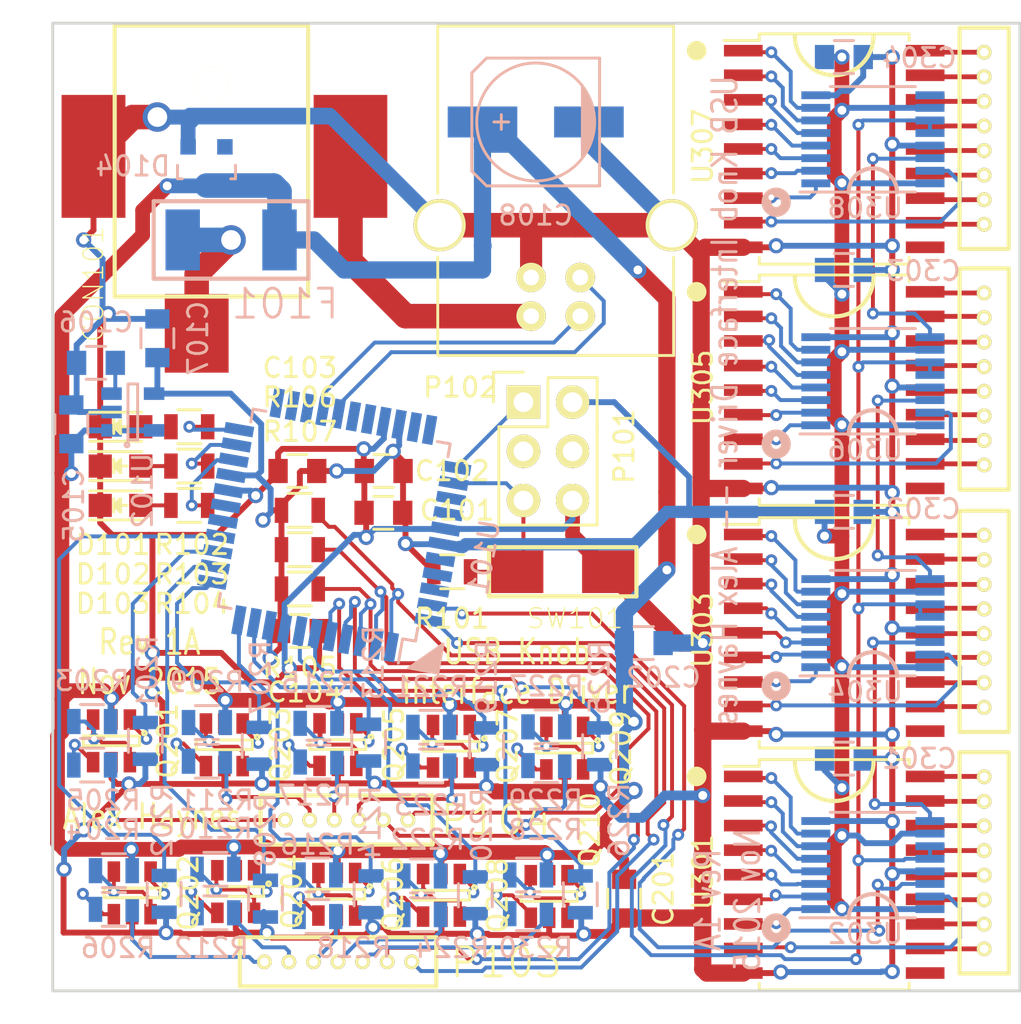
<source format=kicad_pcb>
(kicad_pcb (version 4) (host pcbnew 0.201511181331+6321~30~ubuntu14.04.1-product)
  (layers (0 F.Cu signal) (31 B.Cu signal) (34 B.Paste user) (35 F.Paste user) (36 B.SilkS user) (37 F.SilkS user) (38 B.Mask user) (39 F.Mask user) (44 Edge.Cuts user))
  (net 0 "")
  (net 1 VDD)
  (net 2 GND)
  (net 3 VCC)
  (net 4 "Net-(C106-Pad1)")
  (net 5 "Net-(D101-Pad2)")
  (net 6 "Net-(D102-Pad2)")
  (net 7 "Net-(D103-Pad2)")
  (net 8 /PDI_DATA)
  (net 9 /~RESET)
  (net 10 /USB_D-)
  (net 11 /USB_D+)
  (net 12 /led_drivers/Y0)
  (net 13 /led_drivers/Y2)
  (net 14 /led_drivers/Y4)
  (net 15 /led_drivers/Y6)
  (net 16 /led_drivers/Y8)
  (net 17 /SW0)
  (net 18 /SW2)
  (net 19 /led_drivers/Y1)
  (net 20 /led_drivers/Y3)
  (net 21 /led_drivers/Y5)
  (net 22 /led_drivers/Y7)
  (net 23 /led_drivers/Y9)
  (net 24 /SW1)
  (net 25 "Net-(P301-Pad1)")
  (net 26 "Net-(P301-Pad2)")
  (net 27 "Net-(P301-Pad3)")
  (net 28 "Net-(P301-Pad4)")
  (net 29 "Net-(P301-Pad5)")
  (net 30 "Net-(P301-Pad6)")
  (net 31 "Net-(P301-Pad7)")
  (net 32 "Net-(P301-Pad8)")
  (net 33 "Net-(P302-Pad1)")
  (net 34 "Net-(P302-Pad2)")
  (net 35 "Net-(P302-Pad3)")
  (net 36 "Net-(P302-Pad4)")
  (net 37 "Net-(P302-Pad5)")
  (net 38 "Net-(P302-Pad6)")
  (net 39 "Net-(P302-Pad7)")
  (net 40 "Net-(P302-Pad8)")
  (net 41 "Net-(P303-Pad1)")
  (net 42 "Net-(P303-Pad2)")
  (net 43 "Net-(P303-Pad3)")
  (net 44 "Net-(P303-Pad4)")
  (net 45 "Net-(P303-Pad5)")
  (net 46 "Net-(P303-Pad6)")
  (net 47 "Net-(P303-Pad7)")
  (net 48 "Net-(P303-Pad8)")
  (net 49 "Net-(P304-Pad1)")
  (net 50 "Net-(P304-Pad2)")
  (net 51 "Net-(P304-Pad3)")
  (net 52 "Net-(P304-Pad4)")
  (net 53 "Net-(P304-Pad5)")
  (net 54 "Net-(P304-Pad6)")
  (net 55 "Net-(P304-Pad7)")
  (net 56 "Net-(P304-Pad8)")
  (net 57 /led_drivers/A1)
  (net 58 "Net-(Q201-Pad3)")
  (net 59 "Net-(Q201-Pad4)")
  (net 60 /led_drivers/A0)
  (net 61 "Net-(Q202-Pad3)")
  (net 62 "Net-(Q202-Pad4)")
  (net 63 /led_drivers/A3)
  (net 64 "Net-(Q203-Pad3)")
  (net 65 "Net-(Q203-Pad4)")
  (net 66 /led_drivers/A2)
  (net 67 "Net-(Q204-Pad3)")
  (net 68 "Net-(Q204-Pad4)")
  (net 69 /led_drivers/A5)
  (net 70 "Net-(Q205-Pad3)")
  (net 71 "Net-(Q205-Pad4)")
  (net 72 /led_drivers/A4)
  (net 73 "Net-(Q206-Pad3)")
  (net 74 "Net-(Q206-Pad4)")
  (net 75 /led_drivers/A7)
  (net 76 "Net-(Q207-Pad3)")
  (net 77 "Net-(Q207-Pad4)")
  (net 78 /led_drivers/A6)
  (net 79 "Net-(Q208-Pad3)")
  (net 80 "Net-(Q208-Pad4)")
  (net 81 /led_drivers/A9)
  (net 82 "Net-(Q209-Pad3)")
  (net 83 "Net-(Q209-Pad4)")
  (net 84 /led_drivers/A8)
  (net 85 "Net-(Q210-Pad3)")
  (net 86 "Net-(Q210-Pad4)")
  (net 87 /row_selector/DATA)
  (net 88 /row_selector/CLOCK)
  (net 89 "Net-(U301-Pad1)")
  (net 90 "Net-(U301-Pad2)")
  (net 91 "Net-(U301-Pad3)")
  (net 92 "Net-(U301-Pad4)")
  (net 93 "Net-(U301-Pad5)")
  (net 94 "Net-(U301-Pad6)")
  (net 95 "Net-(U301-Pad7)")
  (net 96 "Net-(U301-Pad8)")
  (net 97 "Net-(U302-Pad9)")
  (net 98 "Net-(U303-Pad1)")
  (net 99 "Net-(U303-Pad2)")
  (net 100 "Net-(U303-Pad3)")
  (net 101 "Net-(U303-Pad4)")
  (net 102 "Net-(U303-Pad5)")
  (net 103 "Net-(U303-Pad6)")
  (net 104 "Net-(U303-Pad7)")
  (net 105 "Net-(U303-Pad8)")
  (net 106 "Net-(U304-Pad9)")
  (net 107 "Net-(U305-Pad1)")
  (net 108 "Net-(U305-Pad2)")
  (net 109 "Net-(U305-Pad3)")
  (net 110 "Net-(U305-Pad4)")
  (net 111 "Net-(U305-Pad5)")
  (net 112 "Net-(U305-Pad6)")
  (net 113 "Net-(U305-Pad7)")
  (net 114 "Net-(U305-Pad8)")
  (net 115 "Net-(U306-Pad9)")
  (net 116 "Net-(U307-Pad1)")
  (net 117 "Net-(U307-Pad2)")
  (net 118 "Net-(U307-Pad3)")
  (net 119 "Net-(U307-Pad4)")
  (net 120 "Net-(U307-Pad5)")
  (net 121 "Net-(U307-Pad6)")
  (net 122 "Net-(U307-Pad7)")
  (net 123 "Net-(U307-Pad8)")
  (net 124 /VUSB)
  (net 125 /VRAW)
  (net 126 /LED0)
  (net 127 /LED1)
  (net 128 /LED2)
  (module TQFP-44_10x10mm_Pitch0.8mm (layer B.Cu) (at 114.554 90.932 80)
    (fp_text reference U101 (at -0.297581 7.917966 80) (layer B.SilkS) (effects (justify mirror)))
    (fp_text value ATXMEGA128A4U)
    (pad 1 smd rect (at -5.7 4 80) (size 1.5 0.55) (layers B.Cu B.Paste B.Mask) (net 18 /SW2))
    (pad 2 smd rect (at -5.7 3.2 80) (size 1.5 0.55) (layers B.Cu B.Paste B.Mask) (net 17 /SW0))
    (pad 3 smd rect (at -5.7 2.4 80) (size 1.5 0.55) (layers B.Cu B.Paste B.Mask) (net 24 /SW1))
    (pad 4 smd rect (at -5.7 1.6 80) (size 1.5 0.55) (layers B.Cu B.Paste B.Mask) (net 81 /led_drivers/A9))
    (pad 5 smd rect (at -5.7 0.8 80) (size 1.5 0.55) (layers B.Cu B.Paste B.Mask) (net 84 /led_drivers/A8))
    (pad 6 smd rect (at -5.7 0 80) (size 1.5 0.55) (layers B.Cu B.Paste B.Mask) (net 75 /led_drivers/A7))
    (pad 7 smd rect (at -5.7 -0.8 80) (size 1.5 0.55) (layers B.Cu B.Paste B.Mask) (net 78 /led_drivers/A6))
    (pad 8 smd rect (at -5.7 -1.6 80) (size 1.5 0.55) (layers B.Cu B.Paste B.Mask) (net 2 GND))
    (pad 9 smd rect (at -5.7 -2.4 80) (size 1.5 0.55) (layers B.Cu B.Paste B.Mask) (net 1 VDD))
    (pad 10 smd rect (at -5.7 -3.2 80) (size 1.5 0.55) (layers B.Cu B.Paste B.Mask) (net 69 /led_drivers/A5))
    (pad 11 smd rect (at -5.7 -4 80) (size 1.5 0.55) (layers B.Cu B.Paste B.Mask) (net 72 /led_drivers/A4))
    (pad 12 smd rect (at -4 -5.7 350) (size 1.5 0.55) (layers B.Cu B.Paste B.Mask) (net 63 /led_drivers/A3))
    (pad 13 smd rect (at -3.2 -5.7 350) (size 1.5 0.55) (layers B.Cu B.Paste B.Mask) (net 66 /led_drivers/A2))
    (pad 14 smd rect (at -2.4 -5.7 350) (size 1.5 0.55) (layers B.Cu B.Paste B.Mask) (net 57 /led_drivers/A1))
    (pad 15 smd rect (at -1.6 -5.7 350) (size 1.5 0.55) (layers B.Cu B.Paste B.Mask) (net 60 /led_drivers/A0))
    (pad 16 smd rect (at -0.8 -5.7 350) (size 1.5 0.55) (layers B.Cu B.Paste B.Mask))
    (pad 17 smd rect (at 0 -5.7 350) (size 1.5 0.55) (layers B.Cu B.Paste B.Mask))
    (pad 18 smd rect (at 0.8 -5.7 350) (size 1.5 0.55) (layers B.Cu B.Paste B.Mask) (net 2 GND))
    (pad 19 smd rect (at 1.6 -5.7 350) (size 1.5 0.55) (layers B.Cu B.Paste B.Mask) (net 1 VDD))
    (pad 20 smd rect (at 2.4 -5.7 350) (size 1.5 0.55) (layers B.Cu B.Paste B.Mask) (net 128 /LED2))
    (pad 21 smd rect (at 3.2 -5.7 350) (size 1.5 0.55) (layers B.Cu B.Paste B.Mask) (net 127 /LED1))
    (pad 22 smd rect (at 4 -5.7 350) (size 1.5 0.55) (layers B.Cu B.Paste B.Mask) (net 126 /LED0))
    (pad 23 smd rect (at 5.7 -4 80) (size 1.5 0.55) (layers B.Cu B.Paste B.Mask))
    (pad 24 smd rect (at 5.7 -3.2 80) (size 1.5 0.55) (layers B.Cu B.Paste B.Mask))
    (pad 25 smd rect (at 5.7 -2.4 80) (size 1.5 0.55) (layers B.Cu B.Paste B.Mask))
    (pad 26 smd rect (at 5.7 -1.6 80) (size 1.5 0.55) (layers B.Cu B.Paste B.Mask) (net 10 /USB_D-))
    (pad 27 smd rect (at 5.7 -0.8 80) (size 1.5 0.55) (layers B.Cu B.Paste B.Mask) (net 11 /USB_D+))
    (pad 28 smd rect (at 5.7 0 80) (size 1.5 0.55) (layers B.Cu B.Paste B.Mask))
    (pad 29 smd rect (at 5.7 0.8 80) (size 1.5 0.55) (layers B.Cu B.Paste B.Mask))
    (pad 30 smd rect (at 5.7 1.6 80) (size 1.5 0.55) (layers B.Cu B.Paste B.Mask) (net 2 GND))
    (pad 31 smd rect (at 5.7 2.4 80) (size 1.5 0.55) (layers B.Cu B.Paste B.Mask) (net 1 VDD))
    (pad 32 smd rect (at 5.7 3.2 80) (size 1.5 0.55) (layers B.Cu B.Paste B.Mask))
    (pad 33 smd rect (at 5.7 4 80) (size 1.5 0.55) (layers B.Cu B.Paste B.Mask))
    (pad 34 smd rect (at 4 5.7 350) (size 1.5 0.55) (layers B.Cu B.Paste B.Mask) (net 8 /PDI_DATA))
    (pad 35 smd rect (at 3.2 5.7 350) (size 1.5 0.55) (layers B.Cu B.Paste B.Mask) (net 9 /~RESET))
    (pad 36 smd rect (at 2.4 5.7 350) (size 1.5 0.55) (layers B.Cu B.Paste B.Mask))
    (pad 37 smd rect (at 1.6 5.7 350) (size 1.5 0.55) (layers B.Cu B.Paste B.Mask))
    (pad 38 smd rect (at 0.8 5.7 350) (size 1.5 0.55) (layers B.Cu B.Paste B.Mask) (net 2 GND))
    (pad 39 smd rect (at 0 5.7 350) (size 1.5 0.55) (layers B.Cu B.Paste B.Mask) (net 1 VDD))
    (pad 40 smd rect (at -0.8 5.7 350) (size 1.5 0.55) (layers B.Cu B.Paste B.Mask))
    (pad 41 smd rect (at -1.6 5.7 350) (size 1.5 0.55) (layers B.Cu B.Paste B.Mask))
    (pad 42 smd rect (at -2.4 5.7 350) (size 1.5 0.55) (layers B.Cu B.Paste B.Mask))
    (pad 43 smd rect (at -3.2 5.7 350) (size 1.5 0.55) (layers B.Cu B.Paste B.Mask) (net 87 /row_selector/DATA))
    (pad 44 smd rect (at -4 5.7 350) (size 1.5 0.55) (layers B.Cu B.Paste B.Mask) (net 88 /row_selector/CLOCK))
  )
  (module TSSOP-16_4.4x5mm_Pitch0.65mm (layer B.Cu) (at 142.4 108.5)
    (fp_text reference U302 (at -0.4 3.55) (layer B.SilkS) (effects (justify mirror)))
    (fp_text value 74AHCT595PW,118)
    (pad 1 smd rect (at -2.95 2.275) (size 1.5 0.4064) (layers B.Cu B.Paste B.Mask) (net 95 "Net-(U301-Pad7)"))
    (pad 2 smd rect (at -2.95 1.625) (size 1.5 0.4064) (layers B.Cu B.Paste B.Mask) (net 94 "Net-(U301-Pad6)"))
    (pad 3 smd rect (at -2.95 0.975) (size 1.5 0.4064) (layers B.Cu B.Paste B.Mask) (net 93 "Net-(U301-Pad5)"))
    (pad 4 smd rect (at -2.95 0.325) (size 1.5 0.4064) (layers B.Cu B.Paste B.Mask) (net 92 "Net-(U301-Pad4)"))
    (pad 5 smd rect (at -2.95 -0.325) (size 1.5 0.4064) (layers B.Cu B.Paste B.Mask) (net 91 "Net-(U301-Pad3)"))
    (pad 6 smd rect (at -2.95 -0.975) (size 1.5 0.4064) (layers B.Cu B.Paste B.Mask) (net 90 "Net-(U301-Pad2)"))
    (pad 7 smd rect (at -2.95 -1.625) (size 1.5 0.4064) (layers B.Cu B.Paste B.Mask) (net 89 "Net-(U301-Pad1)"))
    (pad 8 smd rect (at -2.95 -2.275) (size 1.5 0.4064) (layers B.Cu B.Paste B.Mask) (net 2 GND))
    (pad 9 smd rect (at 2.95 -2.275) (size 1.5 0.4064) (layers B.Cu B.Paste B.Mask) (net 97 "Net-(U302-Pad9)"))
    (pad 10 smd rect (at 2.95 -1.625) (size 1.5 0.4064) (layers B.Cu B.Paste B.Mask) (net 1 VDD))
    (pad 11 smd rect (at 2.95 -0.975) (size 1.5 0.4064) (layers B.Cu B.Paste B.Mask) (net 88 /row_selector/CLOCK))
    (pad 12 smd rect (at 2.95 -0.325) (size 1.5 0.4064) (layers B.Cu B.Paste B.Mask) (net 88 /row_selector/CLOCK))
    (pad 13 smd rect (at 2.95 0.325) (size 1.5 0.4064) (layers B.Cu B.Paste B.Mask) (net 2 GND))
    (pad 14 smd rect (at 2.95 0.975) (size 1.5 0.4064) (layers B.Cu B.Paste B.Mask) (net 87 /row_selector/DATA))
    (pad 15 smd rect (at 2.95 1.625) (size 1.5 0.4064) (layers B.Cu B.Paste B.Mask) (net 96 "Net-(U301-Pad8)"))
    (pad 16 smd rect (at 2.95 2.275) (size 1.5 0.4064) (layers B.Cu B.Paste B.Mask) (net 1 VDD))
  )
  (module Capacitors_SMD:C_0805 (layer F.Cu) (at 117.094 90.297 180)
    (fp_text reference C101 (at -3.81 0.127 180) (layer F.SilkS))
    (fp_text value 100nF)
    (pad 1 smd rect (at -1 0 180) (size 1 1.25) (layers F.Cu F.Paste F.Mask) (net 1 VDD))
    (pad 2 smd rect (at 1 0 180) (size 1 1.25) (layers F.Cu F.Paste F.Mask) (net 2 GND))
  )
  (module Capacitors_SMD:C_0805 (layer F.Cu) (at 117.11 88.138 180)
    (fp_text reference C102 (at -3.54 0 180) (layer F.SilkS))
    (fp_text value 100nF)
    (pad 1 smd rect (at -1 0 180) (size 1 1.25) (layers F.Cu F.Paste F.Mask) (net 1 VDD))
    (pad 2 smd rect (at 1 0 180) (size 1 1.25) (layers F.Cu F.Paste F.Mask) (net 2 GND))
  )
  (module Capacitors_SMD:C_0805 (layer F.Cu) (at 112.649 88.138 180)
    (fp_text reference C103 (at -0.127 5.334 180) (layer F.SilkS))
    (fp_text value 100nF)
    (pad 1 smd rect (at -1 0 180) (size 1 1.25) (layers F.Cu F.Paste F.Mask) (net 1 VDD))
    (pad 2 smd rect (at 1 0 180) (size 1 1.25) (layers F.Cu F.Paste F.Mask) (net 2 GND))
  )
  (module Capacitors_SMD:C_0805 (layer F.Cu) (at 112.776359 96.406486)
    (fp_text reference C104 (at 0.253641 3.161514) (layer F.SilkS))
    (fp_text value 100nF)
    (pad 1 smd rect (at -1 0) (size 1 1.25) (layers F.Cu F.Paste F.Mask) (net 1 VDD))
    (pad 2 smd rect (at 1 0) (size 1 1.25) (layers F.Cu F.Paste F.Mask) (net 2 GND))
  )
  (module Capacitors_SMD:C_0805 (layer B.Cu) (at 100.965 85.725 90)
    (fp_text reference C105 (at -4.191 0.127 90) (layer B.SilkS) (effects (justify mirror)))
    (fp_text value 100nF)
    (pad 1 smd rect (at -1 0 90) (size 1 1.25) (layers B.Cu B.Paste B.Mask) (net 3 VCC))
    (pad 2 smd rect (at 1 0 90) (size 1 1.25) (layers B.Cu B.Paste B.Mask) (net 2 GND))
  )
  (module Capacitors_SMD:C_0805 (layer B.Cu) (at 102.235 82.55 180)
    (fp_text reference C106 (at 0 2.1 180) (layer B.SilkS) (effects (justify mirror)))
    (fp_text value 100nF)
    (pad 1 smd rect (at -1 0 180) (size 1 1.25) (layers B.Cu B.Paste B.Mask) (net 4 "Net-(C106-Pad1)"))
    (pad 2 smd rect (at 1 0 180) (size 1 1.25) (layers B.Cu B.Paste B.Mask) (net 2 GND))
  )
  (module Capacitors_SMD:C_0805 (layer B.Cu) (at 105.41 81.28 90)
    (fp_text reference C107 (at 0 2.1 90) (layer B.SilkS) (effects (justify mirror)))
    (fp_text value 4.7uF)
    (pad 1 smd rect (at -1 0 90) (size 1 1.25) (layers B.Cu B.Paste B.Mask) (net 1 VDD))
    (pad 2 smd rect (at 1 0 90) (size 1 1.25) (layers B.Cu B.Paste B.Mask) (net 2 GND))
  )
  (module Capacitors_SMD:C_0805 (layer B.Cu) (at 140.9 103)
    (fp_text reference C301 (at 3.9 0) (layer B.SilkS) (effects (justify mirror)))
    (fp_text value 100nF)
    (pad 1 smd rect (at -1 0) (size 1 1.25) (layers B.Cu B.Paste B.Mask) (net 1 VDD))
    (pad 2 smd rect (at 1 0) (size 1 1.25) (layers B.Cu B.Paste B.Mask) (net 2 GND))
  )
  (module Capacitors_SMD:C_0805 (layer B.Cu) (at 140.9 90.25)
    (fp_text reference C302 (at 4.1 -0.15) (layer B.SilkS) (effects (justify mirror)))
    (fp_text value 100nF)
    (pad 1 smd rect (at -1 0) (size 1 1.25) (layers B.Cu B.Paste B.Mask) (net 1 VDD))
    (pad 2 smd rect (at 1 0) (size 1 1.25) (layers B.Cu B.Paste B.Mask) (net 2 GND))
  )
  (module Capacitors_SMD:C_0805 (layer B.Cu) (at 140.9 77.75)
    (fp_text reference C303 (at 4.1 0.05) (layer B.SilkS) (effects (justify mirror)))
    (fp_text value 100nF)
    (pad 1 smd rect (at -1 0) (size 1 1.25) (layers B.Cu B.Paste B.Mask) (net 1 VDD))
    (pad 2 smd rect (at 1 0) (size 1 1.25) (layers B.Cu B.Paste B.Mask) (net 2 GND))
  )
  (module Capacitors_SMD:C_0805 (layer B.Cu) (at 140.9 66.75)
    (fp_text reference C304 (at 3.9 0.05) (layer B.SilkS) (effects (justify mirror)))
    (fp_text value 100nF)
    (pad 1 smd rect (at -1 0) (size 1 1.25) (layers B.Cu B.Paste B.Mask) (net 1 VDD))
    (pad 2 smd rect (at 1 0) (size 1 1.25) (layers B.Cu B.Paste B.Mask) (net 2 GND))
  )
  (module Alex:SwitchCraft_RASM-712PX (layer F.Cu) (at 108.204 68.1228 180)
    (fp_text reference CON101 (at 6.096 -10.3632 270) (layer F.SilkS) (effects (font (size 1.016 1.016) (thickness 0.0762))))
    (fp_text value RASM-712PX hide)
    (pad 1 smd rect (at 6.096 -3.7592 180) (size 3.302 6.35) (layers F.Cu F.Paste F.Mask) (net 2 GND))
    (pad "" np_thru_hole circle (at 0 0 180) (size 1.778 1.778) (drill oval 1.778) (layers *.Cu *.Mask F.SilkS))
    (pad 3 smd rect (at -7.1882 -3.7592 180) (size 3.81 6.35) (layers F.Cu F.Paste F.Mask) (net 124 /VUSB))
    (pad 2 smd rect (at 0.762 -12.9032 180) (size 3.302 4.064) (layers F.Cu F.Paste F.Mask) (net 125 /VRAW))
  )
  (module LEDs:LED-0805 (layer F.Cu) (at 103.505 85.852)
    (fp_text reference D101 (at -0.381 6.096) (layer F.SilkS))
    (fp_text value Green)
    (pad 2 smd rect (at 1.04902 0 180) (size 1.19888 1.19888) (layers F.Cu F.Paste F.Mask) (net 5 "Net-(D101-Pad2)"))
    (pad 1 smd rect (at -1.04902 0 180) (size 1.19888 1.19888) (layers F.Cu F.Paste F.Mask) (net 2 GND))
  )
  (module LEDs:LED-0805 (layer F.Cu) (at 103.505 87.884)
    (fp_text reference D102 (at -0.381 5.588) (layer F.SilkS))
    (fp_text value Green)
    (pad 2 smd rect (at 1.04902 0 180) (size 1.19888 1.19888) (layers F.Cu F.Paste F.Mask) (net 6 "Net-(D102-Pad2)"))
    (pad 1 smd rect (at -1.04902 0 180) (size 1.19888 1.19888) (layers F.Cu F.Paste F.Mask) (net 2 GND))
  )
  (module LEDs:LED-0805 (layer F.Cu) (at 103.505 89.916)
    (fp_text reference D103 (at -0.381 5.08) (layer F.SilkS))
    (fp_text value Green)
    (pad 2 smd rect (at 1.04902 0 180) (size 1.19888 1.19888) (layers F.Cu F.Paste F.Mask) (net 7 "Net-(D103-Pad2)"))
    (pad 1 smd rect (at -1.04902 0 180) (size 1.19888 1.19888) (layers F.Cu F.Paste F.Mask) (net 2 GND))
  )
  (module Housings_SOT-23_SOT-143_TSOT-6:SOT-23 (layer B.Cu) (at 107.95 72.39)
    (fp_text reference D104 (at -3.81 0) (layer B.SilkS) (effects (justify mirror)))
    (fp_text value BZX84C8V2LT1G)
    (pad 1 smd rect (at -0.95 -1.00076) (size 0.8001 0.8001) (layers B.Cu B.Paste B.Mask) (net 2 GND))
    (pad 2 smd rect (at 0.95 -1.00076) (size 0.8001 0.8001) (layers B.Cu B.Paste B.Mask))
    (pad 3 smd rect (at 0 0.99822) (size 0.8001 0.8001) (layers B.Cu B.Paste B.Mask) (net 3 VCC))
  )
  (module Alex:1812 (layer B.Cu) (at 109.22 76.2)
    (fp_text reference F101 (at 2.794 3.302) (layer B.SilkS) (effects (font (size 1.5 1.5)) (justify mirror)))
    (fp_text value 1812L110/33MR hide)
    (pad 1 smd rect (at -2.5 0) (size 1.778 3.1496) (layers B.Cu B.Paste B.Mask) (net 125 /VRAW))
    (pad 2 smd rect (at 2.5038 0) (size 1.778 3.1496) (layers B.Cu B.Paste B.Mask) (net 3 VCC))
  )
  (module Pin_Headers:Pin_Header_Straight_2x03 (layer F.Cu) (at 124.333 84.582)
    (fp_text reference P101 (at 5.207 2.286 90) (layer F.SilkS))
    (fp_text value CONN_02X03)
    (pad 1 thru_hole rect (at 0 0) (size 1.7272 1.7272) (drill 1.016) (layers *.Cu *.Mask F.SilkS) (net 8 /PDI_DATA))
    (pad 2 thru_hole oval (at 2.54 0) (size 1.7272 1.7272) (drill 1.016) (layers *.Cu *.Mask F.SilkS) (net 1 VDD))
    (pad 3 thru_hole oval (at 0 2.54) (size 1.7272 1.7272) (drill 1.016) (layers *.Cu *.Mask F.SilkS))
    (pad 4 thru_hole oval (at 2.54 2.54) (size 1.7272 1.7272) (drill 1.016) (layers *.Cu *.Mask F.SilkS))
    (pad 5 thru_hole oval (at 0 5.08) (size 1.7272 1.7272) (drill 1.016) (layers *.Cu *.Mask F.SilkS) (net 9 /~RESET))
    (pad 6 thru_hole oval (at 2.54 5.08) (size 1.7272 1.7272) (drill 1.016) (layers *.Cu *.Mask F.SilkS) (net 2 GND))
  )
  (module Connect:USB_B (layer F.Cu) (at 124.73052 80.137 90)
    (fp_text reference P102 (at -3.683 -3.65252 180) (layer F.SilkS))
    (fp_text value USB_B)
    (pad 2 thru_hole circle (at 0 2.54) (size 1.524 1.524) (drill 0.8128) (layers *.Cu *.Mask F.SilkS) (net 10 /USB_D-))
    (pad 1 thru_hole circle (at 0 0) (size 1.524 1.524) (drill 0.8128) (layers *.Cu *.Mask F.SilkS) (net 124 /VUSB))
    (pad 4 thru_hole circle (at 1.99898 0) (size 1.524 1.524) (drill 0.8128) (layers *.Cu *.Mask F.SilkS) (net 2 GND))
    (pad 3 thru_hole circle (at 1.99898 2.54) (size 1.524 1.524) (drill 0.8128) (layers *.Cu *.Mask F.SilkS) (net 11 /USB_D+))
    (pad 5 thru_hole circle (at 4.699 7.26948) (size 2.70002 2.70002) (drill 2.30124) (layers *.Cu *.Mask F.SilkS) (net 2 GND))
    (pad 5 thru_hole circle (at 4.699 -4.72948) (size 2.70002 2.70002) (drill 2.30124) (layers *.Cu *.Mask F.SilkS) (net 2 GND))
  )
  (module Alex:header_1.27pitch_1x7 (layer F.Cu) (at 114.75 113.5)
    (fp_text reference P103 (at 8.694 0.038) (layer F.SilkS) (effects (font (size 1.5 1.5))))
    (fp_text value CONN_01X07 hide)
    (pad 1 thru_hole circle (at -3.81 0 90) (size 0.762 0.762) (drill 0.45) (layers *.Cu *.Mask F.SilkS) (net 12 /led_drivers/Y0))
    (pad 2 thru_hole circle (at -2.54 0 90) (size 0.762 0.762) (drill 0.45) (layers *.Cu *.Mask F.SilkS) (net 13 /led_drivers/Y2))
    (pad 3 thru_hole circle (at -1.27 0 90) (size 0.762 0.762) (drill 0.45) (layers *.Cu *.Mask F.SilkS) (net 14 /led_drivers/Y4))
    (pad 4 thru_hole circle (at 0 0 90) (size 0.762 0.762) (drill 0.45) (layers *.Cu *.Mask F.SilkS) (net 15 /led_drivers/Y6))
    (pad 5 thru_hole circle (at 1.27 0 90) (size 0.762 0.762) (drill 0.45) (layers *.Cu *.Mask F.SilkS) (net 16 /led_drivers/Y8))
    (pad 6 thru_hole circle (at 2.54 0 90) (size 0.762 0.762) (drill 0.45) (layers *.Cu *.Mask F.SilkS) (net 17 /SW0))
    (pad 7 thru_hole circle (at 3.81 0 90) (size 0.762 0.762) (drill 0.45) (layers *.Cu *.Mask F.SilkS) (net 18 /SW2))
  )
  (module Alex:header_1.27pitch_1x6 (layer F.Cu) (at 114.554 106.172)
    (fp_text reference P104 (at 8.382 0) (layer F.SilkS) (effects (font (size 1.5 1.5))))
    (fp_text value CONN_01X06 hide)
    (pad 1 thru_hole circle (at -2.54 0 90) (size 0.762 0.762) (drill 0.45) (layers *.Cu *.Mask F.SilkS) (net 19 /led_drivers/Y1))
    (pad 2 thru_hole circle (at -1.27 0 90) (size 0.762 0.762) (drill 0.45) (layers *.Cu *.Mask F.SilkS) (net 20 /led_drivers/Y3))
    (pad 3 thru_hole circle (at 0 0 90) (size 0.762 0.762) (drill 0.45) (layers *.Cu *.Mask F.SilkS) (net 21 /led_drivers/Y5))
    (pad 4 thru_hole circle (at 1.27 0 90) (size 0.762 0.762) (drill 0.45) (layers *.Cu *.Mask F.SilkS) (net 22 /led_drivers/Y7))
    (pad 5 thru_hole circle (at 2.54 0 90) (size 0.762 0.762) (drill 0.45) (layers *.Cu *.Mask F.SilkS) (net 23 /led_drivers/Y9))
    (pad 6 thru_hole circle (at 3.81 0 90) (size 0.762 0.762) (drill 0.45) (layers *.Cu *.Mask F.SilkS) (net 24 /SW1))
  )
  (module Alex:header_1.27pitch_1x8 (layer F.Cu) (at 148.15 107.75 270)
    (fp_text reference P301 hide)
    (fp_text value CONN_01X08 hide)
    (pad 1 thru_hole circle (at -3.81 0) (size 0.762 0.762) (drill 0.45) (layers *.Cu *.Mask F.SilkS) (net 25 "Net-(P301-Pad1)"))
    (pad 2 thru_hole circle (at -2.54 0) (size 0.762 0.762) (drill 0.45) (layers *.Cu *.Mask F.SilkS) (net 26 "Net-(P301-Pad2)"))
    (pad 3 thru_hole circle (at -1.27 0) (size 0.762 0.762) (drill 0.45) (layers *.Cu *.Mask F.SilkS) (net 27 "Net-(P301-Pad3)"))
    (pad 4 thru_hole circle (at 0 0) (size 0.762 0.762) (drill 0.45) (layers *.Cu *.Mask F.SilkS) (net 28 "Net-(P301-Pad4)"))
    (pad 5 thru_hole circle (at 1.27 0) (size 0.762 0.762) (drill 0.45) (layers *.Cu *.Mask F.SilkS) (net 29 "Net-(P301-Pad5)"))
    (pad 6 thru_hole circle (at 2.54 0) (size 0.762 0.762) (drill 0.45) (layers *.Cu *.Mask F.SilkS) (net 30 "Net-(P301-Pad6)"))
    (pad 7 thru_hole circle (at 3.81 0) (size 0.762 0.762) (drill 0.45) (layers *.Cu *.Mask F.SilkS) (net 31 "Net-(P301-Pad7)"))
    (pad 8 thru_hole circle (at 5.08 0) (size 0.762 0.762) (drill 0.45) (layers *.Cu *.Mask F.SilkS) (net 32 "Net-(P301-Pad8)"))
  )
  (module Alex:header_1.27pitch_1x8 (layer F.Cu) (at 148.15 95.27 270)
    (fp_text reference P302 hide)
    (fp_text value CONN_01X08 hide)
    (pad 1 thru_hole circle (at -3.81 0) (size 0.762 0.762) (drill 0.45) (layers *.Cu *.Mask F.SilkS) (net 33 "Net-(P302-Pad1)"))
    (pad 2 thru_hole circle (at -2.54 0) (size 0.762 0.762) (drill 0.45) (layers *.Cu *.Mask F.SilkS) (net 34 "Net-(P302-Pad2)"))
    (pad 3 thru_hole circle (at -1.27 0) (size 0.762 0.762) (drill 0.45) (layers *.Cu *.Mask F.SilkS) (net 35 "Net-(P302-Pad3)"))
    (pad 4 thru_hole circle (at 0 0) (size 0.762 0.762) (drill 0.45) (layers *.Cu *.Mask F.SilkS) (net 36 "Net-(P302-Pad4)"))
    (pad 5 thru_hole circle (at 1.27 0) (size 0.762 0.762) (drill 0.45) (layers *.Cu *.Mask F.SilkS) (net 37 "Net-(P302-Pad5)"))
    (pad 6 thru_hole circle (at 2.54 0) (size 0.762 0.762) (drill 0.45) (layers *.Cu *.Mask F.SilkS) (net 38 "Net-(P302-Pad6)"))
    (pad 7 thru_hole circle (at 3.81 0) (size 0.762 0.762) (drill 0.45) (layers *.Cu *.Mask F.SilkS) (net 39 "Net-(P302-Pad7)"))
    (pad 8 thru_hole circle (at 5.08 0) (size 0.762 0.762) (drill 0.45) (layers *.Cu *.Mask F.SilkS) (net 40 "Net-(P302-Pad8)"))
  )
  (module Alex:header_1.27pitch_1x8 (layer F.Cu) (at 148.15 82.75 270)
    (fp_text reference P303 hide)
    (fp_text value CONN_01X08 hide)
    (pad 1 thru_hole circle (at -3.81 0) (size 0.762 0.762) (drill 0.45) (layers *.Cu *.Mask F.SilkS) (net 41 "Net-(P303-Pad1)"))
    (pad 2 thru_hole circle (at -2.54 0) (size 0.762 0.762) (drill 0.45) (layers *.Cu *.Mask F.SilkS) (net 42 "Net-(P303-Pad2)"))
    (pad 3 thru_hole circle (at -1.27 0) (size 0.762 0.762) (drill 0.45) (layers *.Cu *.Mask F.SilkS) (net 43 "Net-(P303-Pad3)"))
    (pad 4 thru_hole circle (at 0 0) (size 0.762 0.762) (drill 0.45) (layers *.Cu *.Mask F.SilkS) (net 44 "Net-(P303-Pad4)"))
    (pad 5 thru_hole circle (at 1.27 0) (size 0.762 0.762) (drill 0.45) (layers *.Cu *.Mask F.SilkS) (net 45 "Net-(P303-Pad5)"))
    (pad 6 thru_hole circle (at 2.54 0) (size 0.762 0.762) (drill 0.45) (layers *.Cu *.Mask F.SilkS) (net 46 "Net-(P303-Pad6)"))
    (pad 7 thru_hole circle (at 3.81 0) (size 0.762 0.762) (drill 0.45) (layers *.Cu *.Mask F.SilkS) (net 47 "Net-(P303-Pad7)"))
    (pad 8 thru_hole circle (at 5.08 0) (size 0.762 0.762) (drill 0.45) (layers *.Cu *.Mask F.SilkS) (net 48 "Net-(P303-Pad8)"))
  )
  (module Alex:header_1.27pitch_1x8 (layer F.Cu) (at 148.15 70.31 270)
    (fp_text reference P304 hide)
    (fp_text value CONN_01X08 hide)
    (pad 1 thru_hole circle (at -3.81 0) (size 0.762 0.762) (drill 0.45) (layers *.Cu *.Mask F.SilkS) (net 49 "Net-(P304-Pad1)"))
    (pad 2 thru_hole circle (at -2.54 0) (size 0.762 0.762) (drill 0.45) (layers *.Cu *.Mask F.SilkS) (net 50 "Net-(P304-Pad2)"))
    (pad 3 thru_hole circle (at -1.27 0) (size 0.762 0.762) (drill 0.45) (layers *.Cu *.Mask F.SilkS) (net 51 "Net-(P304-Pad3)"))
    (pad 4 thru_hole circle (at 0 0) (size 0.762 0.762) (drill 0.45) (layers *.Cu *.Mask F.SilkS) (net 52 "Net-(P304-Pad4)"))
    (pad 5 thru_hole circle (at 1.27 0) (size 0.762 0.762) (drill 0.45) (layers *.Cu *.Mask F.SilkS) (net 53 "Net-(P304-Pad5)"))
    (pad 6 thru_hole circle (at 2.54 0) (size 0.762 0.762) (drill 0.45) (layers *.Cu *.Mask F.SilkS) (net 54 "Net-(P304-Pad6)"))
    (pad 7 thru_hole circle (at 3.81 0) (size 0.762 0.762) (drill 0.45) (layers *.Cu *.Mask F.SilkS) (net 55 "Net-(P304-Pad7)"))
    (pad 8 thru_hole circle (at 5.08 0) (size 0.762 0.762) (drill 0.45) (layers *.Cu *.Mask F.SilkS) (net 56 "Net-(P304-Pad8)"))
  )
  (module Housings_SOT-23_SOT-143_TSOT-6:SOT-23-6 (layer F.Cu) (at 103.039576 102.082308 270)
    (fp_text reference Q201 (at 0 -2.9 270) (layer F.SilkS))
    (fp_text value DMG6602SVTQ)
    (pad 1 smd rect (at -1.1 -0.95 270) (size 1.06 0.65) (layers F.Cu F.Paste F.Mask) (net 57 /led_drivers/A1))
    (pad 2 smd rect (at -1.1 0 270) (size 1.06 0.65) (layers F.Cu F.Paste F.Mask) (net 3 VCC))
    (pad 3 smd rect (at -1.1 0.95 270) (size 1.06 0.65) (layers F.Cu F.Paste F.Mask) (net 58 "Net-(Q201-Pad3)"))
    (pad 4 smd rect (at 1.1 0.95 270) (size 1.06 0.65) (layers F.Cu F.Paste F.Mask) (net 59 "Net-(Q201-Pad4)"))
    (pad 6 smd rect (at 1.1 -0.95 270) (size 1.06 0.65) (layers F.Cu F.Paste F.Mask) (net 58 "Net-(Q201-Pad3)"))
    (pad 5 smd rect (at 1.1 0 270) (size 1.06 0.65) (layers F.Cu F.Paste F.Mask) (net 2 GND))
  )
  (module Housings_SOT-23_SOT-143_TSOT-6:SOT-23-6 (layer F.Cu) (at 104.110283 109.937869 270)
    (fp_text reference Q202 (at 0 -2.9 270) (layer F.SilkS))
    (fp_text value DMG6602SVTQ)
    (pad 1 smd rect (at -1.1 -0.95 270) (size 1.06 0.65) (layers F.Cu F.Paste F.Mask) (net 60 /led_drivers/A0))
    (pad 2 smd rect (at -1.1 0 270) (size 1.06 0.65) (layers F.Cu F.Paste F.Mask) (net 3 VCC))
    (pad 3 smd rect (at -1.1 0.95 270) (size 1.06 0.65) (layers F.Cu F.Paste F.Mask) (net 61 "Net-(Q202-Pad3)"))
    (pad 4 smd rect (at 1.1 0.95 270) (size 1.06 0.65) (layers F.Cu F.Paste F.Mask) (net 62 "Net-(Q202-Pad4)"))
    (pad 6 smd rect (at 1.1 -0.95 270) (size 1.06 0.65) (layers F.Cu F.Paste F.Mask) (net 61 "Net-(Q202-Pad3)"))
    (pad 5 smd rect (at 1.1 0 270) (size 1.06 0.65) (layers F.Cu F.Paste F.Mask) (net 2 GND))
  )
  (module Housings_SOT-23_SOT-143_TSOT-6:SOT-23-6 (layer F.Cu) (at 108.869898 102.28603 270)
    (fp_text reference Q203 (at 0 -2.9 270) (layer F.SilkS))
    (fp_text value DMG6602SVTQ)
    (pad 1 smd rect (at -1.1 -0.95 270) (size 1.06 0.65) (layers F.Cu F.Paste F.Mask) (net 63 /led_drivers/A3))
    (pad 2 smd rect (at -1.1 0 270) (size 1.06 0.65) (layers F.Cu F.Paste F.Mask) (net 3 VCC))
    (pad 3 smd rect (at -1.1 0.95 270) (size 1.06 0.65) (layers F.Cu F.Paste F.Mask) (net 64 "Net-(Q203-Pad3)"))
    (pad 4 smd rect (at 1.1 0.95 270) (size 1.06 0.65) (layers F.Cu F.Paste F.Mask) (net 65 "Net-(Q203-Pad4)"))
    (pad 6 smd rect (at 1.1 -0.95 270) (size 1.06 0.65) (layers F.Cu F.Paste F.Mask) (net 64 "Net-(Q203-Pad3)"))
    (pad 5 smd rect (at 1.1 0 270) (size 1.06 0.65) (layers F.Cu F.Paste F.Mask) (net 2 GND))
  )
  (module Housings_SOT-23_SOT-143_TSOT-6:SOT-23-6 (layer F.Cu) (at 109.461287 109.866309 270)
    (fp_text reference Q204 (at 0 -2.9 270) (layer F.SilkS))
    (fp_text value DMG6602SVTQ)
    (pad 1 smd rect (at -1.1 -0.95 270) (size 1.06 0.65) (layers F.Cu F.Paste F.Mask) (net 66 /led_drivers/A2))
    (pad 2 smd rect (at -1.1 0 270) (size 1.06 0.65) (layers F.Cu F.Paste F.Mask) (net 3 VCC))
    (pad 3 smd rect (at -1.1 0.95 270) (size 1.06 0.65) (layers F.Cu F.Paste F.Mask) (net 67 "Net-(Q204-Pad3)"))
    (pad 4 smd rect (at 1.1 0.95 270) (size 1.06 0.65) (layers F.Cu F.Paste F.Mask) (net 68 "Net-(Q204-Pad4)"))
    (pad 6 smd rect (at 1.1 -0.95 270) (size 1.06 0.65) (layers F.Cu F.Paste F.Mask) (net 67 "Net-(Q204-Pad3)"))
    (pad 5 smd rect (at 1.1 0 270) (size 1.06 0.65) (layers F.Cu F.Paste F.Mask) (net 2 GND))
  )
  (module Housings_SOT-23_SOT-143_TSOT-6:SOT-23-6 (layer F.Cu) (at 114.742831 102.275745 270)
    (fp_text reference Q205 (at 0 -2.9 270) (layer F.SilkS))
    (fp_text value DMG6602SVTQ)
    (pad 1 smd rect (at -1.1 -0.95 270) (size 1.06 0.65) (layers F.Cu F.Paste F.Mask) (net 69 /led_drivers/A5))
    (pad 2 smd rect (at -1.1 0 270) (size 1.06 0.65) (layers F.Cu F.Paste F.Mask) (net 3 VCC))
    (pad 3 smd rect (at -1.1 0.95 270) (size 1.06 0.65) (layers F.Cu F.Paste F.Mask) (net 70 "Net-(Q205-Pad3)"))
    (pad 4 smd rect (at 1.1 0.95 270) (size 1.06 0.65) (layers F.Cu F.Paste F.Mask) (net 71 "Net-(Q205-Pad4)"))
    (pad 6 smd rect (at 1.1 -0.95 270) (size 1.06 0.65) (layers F.Cu F.Paste F.Mask) (net 70 "Net-(Q205-Pad3)"))
    (pad 5 smd rect (at 1.1 0 270) (size 1.06 0.65) (layers F.Cu F.Paste F.Mask) (net 2 GND))
  )
  (module Housings_SOT-23_SOT-143_TSOT-6:SOT-23-6 (layer F.Cu) (at 114.685459 110.008513 270)
    (fp_text reference Q206 (at 0 -2.9 270) (layer F.SilkS))
    (fp_text value DMG6602SVTQ)
    (pad 1 smd rect (at -1.1 -0.95 270) (size 1.06 0.65) (layers F.Cu F.Paste F.Mask) (net 72 /led_drivers/A4))
    (pad 2 smd rect (at -1.1 0 270) (size 1.06 0.65) (layers F.Cu F.Paste F.Mask) (net 3 VCC))
    (pad 3 smd rect (at -1.1 0.95 270) (size 1.06 0.65) (layers F.Cu F.Paste F.Mask) (net 73 "Net-(Q206-Pad3)"))
    (pad 4 smd rect (at 1.1 0.95 270) (size 1.06 0.65) (layers F.Cu F.Paste F.Mask) (net 74 "Net-(Q206-Pad4)"))
    (pad 6 smd rect (at 1.1 -0.95 270) (size 1.06 0.65) (layers F.Cu F.Paste F.Mask) (net 73 "Net-(Q206-Pad3)"))
    (pad 5 smd rect (at 1.1 0 270) (size 1.06 0.65) (layers F.Cu F.Paste F.Mask) (net 2 GND))
  )
  (module Housings_SOT-23_SOT-143_TSOT-6:SOT-23-6 (layer F.Cu) (at 120.60978 102.360074 270)
    (fp_text reference Q207 (at 0 -2.9 270) (layer F.SilkS))
    (fp_text value DMG6602SVTQ)
    (pad 1 smd rect (at -1.1 -0.95 270) (size 1.06 0.65) (layers F.Cu F.Paste F.Mask) (net 75 /led_drivers/A7))
    (pad 2 smd rect (at -1.1 0 270) (size 1.06 0.65) (layers F.Cu F.Paste F.Mask) (net 3 VCC))
    (pad 3 smd rect (at -1.1 0.95 270) (size 1.06 0.65) (layers F.Cu F.Paste F.Mask) (net 76 "Net-(Q207-Pad3)"))
    (pad 4 smd rect (at 1.1 0.95 270) (size 1.06 0.65) (layers F.Cu F.Paste F.Mask) (net 77 "Net-(Q207-Pad4)"))
    (pad 6 smd rect (at 1.1 -0.95 270) (size 1.06 0.65) (layers F.Cu F.Paste F.Mask) (net 76 "Net-(Q207-Pad3)"))
    (pad 5 smd rect (at 1.1 0 270) (size 1.06 0.65) (layers F.Cu F.Paste F.Mask) (net 2 GND))
  )
  (module Housings_SOT-23_SOT-143_TSOT-6:SOT-23-6 (layer F.Cu) (at 120.09669 110.062002 270)
    (fp_text reference Q208 (at 0 -2.9 270) (layer F.SilkS))
    (fp_text value DMG6602SVTQ)
    (pad 1 smd rect (at -1.1 -0.95 270) (size 1.06 0.65) (layers F.Cu F.Paste F.Mask) (net 78 /led_drivers/A6))
    (pad 2 smd rect (at -1.1 0 270) (size 1.06 0.65) (layers F.Cu F.Paste F.Mask) (net 3 VCC))
    (pad 3 smd rect (at -1.1 0.95 270) (size 1.06 0.65) (layers F.Cu F.Paste F.Mask) (net 79 "Net-(Q208-Pad3)"))
    (pad 4 smd rect (at 1.1 0.95 270) (size 1.06 0.65) (layers F.Cu F.Paste F.Mask) (net 80 "Net-(Q208-Pad4)"))
    (pad 6 smd rect (at 1.1 -0.95 270) (size 1.06 0.65) (layers F.Cu F.Paste F.Mask) (net 79 "Net-(Q208-Pad3)"))
    (pad 5 smd rect (at 1.1 0 270) (size 1.06 0.65) (layers F.Cu F.Paste F.Mask) (net 2 GND))
  )
  (module Housings_SOT-23_SOT-143_TSOT-6:SOT-23-6 (layer F.Cu) (at 126.469745 102.458993 270)
    (fp_text reference Q209 (at 0 -2.9 270) (layer F.SilkS))
    (fp_text value DMG6602SVTQ)
    (pad 1 smd rect (at -1.1 -0.95 270) (size 1.06 0.65) (layers F.Cu F.Paste F.Mask) (net 81 /led_drivers/A9))
    (pad 2 smd rect (at -1.1 0 270) (size 1.06 0.65) (layers F.Cu F.Paste F.Mask) (net 3 VCC))
    (pad 3 smd rect (at -1.1 0.95 270) (size 1.06 0.65) (layers F.Cu F.Paste F.Mask) (net 82 "Net-(Q209-Pad3)"))
    (pad 4 smd rect (at 1.1 0.95 270) (size 1.06 0.65) (layers F.Cu F.Paste F.Mask) (net 83 "Net-(Q209-Pad4)"))
    (pad 6 smd rect (at 1.1 -0.95 270) (size 1.06 0.65) (layers F.Cu F.Paste F.Mask) (net 82 "Net-(Q209-Pad3)"))
    (pad 5 smd rect (at 1.1 0 270) (size 1.06 0.65) (layers F.Cu F.Paste F.Mask) (net 2 GND))
  )
  (module Housings_SOT-23_SOT-143_TSOT-6:SOT-23-6 (layer F.Cu) (at 125.663554 110.122878 270)
    (fp_text reference Q210 (at -3.442878 -2.098446 270) (layer F.SilkS))
    (fp_text value DMG6602SVTQ)
    (pad 1 smd rect (at -1.1 -0.95 270) (size 1.06 0.65) (layers F.Cu F.Paste F.Mask) (net 84 /led_drivers/A8))
    (pad 2 smd rect (at -1.1 0 270) (size 1.06 0.65) (layers F.Cu F.Paste F.Mask) (net 3 VCC))
    (pad 3 smd rect (at -1.1 0.95 270) (size 1.06 0.65) (layers F.Cu F.Paste F.Mask) (net 85 "Net-(Q210-Pad3)"))
    (pad 4 smd rect (at 1.1 0.95 270) (size 1.06 0.65) (layers F.Cu F.Paste F.Mask) (net 86 "Net-(Q210-Pad4)"))
    (pad 6 smd rect (at 1.1 -0.95 270) (size 1.06 0.65) (layers F.Cu F.Paste F.Mask) (net 85 "Net-(Q210-Pad3)"))
    (pad 5 smd rect (at 1.1 0 270) (size 1.06 0.65) (layers F.Cu F.Paste F.Mask) (net 2 GND))
  )
  (module Resistors_SMD:R_0805 (layer F.Cu) (at 120.65 93.345)
    (fp_text reference R101 (at 0 2.413) (layer F.SilkS))
    (fp_text value 4.7k)
    (pad 1 smd rect (at -0.95 0) (size 0.7 1.3) (layers F.Cu F.Paste F.Mask) (net 1 VDD))
    (pad 2 smd rect (at 0.95 0) (size 0.7 1.3) (layers F.Cu F.Paste F.Mask) (net 9 /~RESET))
  )
  (module Resistors_SMD:R_0805 (layer F.Cu) (at 107.061 85.852 180)
    (fp_text reference R102 (at -0.127 -6.096 180) (layer F.SilkS))
    (fp_text value 1k)
    (pad 1 smd rect (at -0.95 0 180) (size 0.7 1.3) (layers F.Cu F.Paste F.Mask) (net 126 /LED0))
    (pad 2 smd rect (at 0.95 0 180) (size 0.7 1.3) (layers F.Cu F.Paste F.Mask) (net 5 "Net-(D101-Pad2)"))
  )
  (module Resistors_SMD:R_0805 (layer F.Cu) (at 107.061 87.884 180)
    (fp_text reference R103 (at -0.127 -5.588 180) (layer F.SilkS))
    (fp_text value 1k)
    (pad 1 smd rect (at -0.95 0 180) (size 0.7 1.3) (layers F.Cu F.Paste F.Mask) (net 127 /LED1))
    (pad 2 smd rect (at 0.95 0 180) (size 0.7 1.3) (layers F.Cu F.Paste F.Mask) (net 6 "Net-(D102-Pad2)"))
  )
  (module Resistors_SMD:R_0805 (layer F.Cu) (at 107.061 89.916 180)
    (fp_text reference R104 (at -0.127 -5.08 180) (layer F.SilkS))
    (fp_text value 1k)
    (pad 1 smd rect (at -0.95 0 180) (size 0.7 1.3) (layers F.Cu F.Paste F.Mask) (net 128 /LED2))
    (pad 2 smd rect (at 0.95 0 180) (size 0.7 1.3) (layers F.Cu F.Paste F.Mask) (net 7 "Net-(D103-Pad2)"))
  )
  (module Resistors_SMD:R_0805 (layer F.Cu) (at 112.776 94.234)
    (fp_text reference R105 (at 0 4.064) (layer F.SilkS))
    (fp_text value 1k)
    (pad 1 smd rect (at -0.95 0) (size 0.7 1.3) (layers F.Cu F.Paste F.Mask) (net 1 VDD))
    (pad 2 smd rect (at 0.95 0) (size 0.7 1.3) (layers F.Cu F.Paste F.Mask) (net 24 /SW1))
  )
  (module Resistors_SMD:R_0805 (layer F.Cu) (at 112.776 90.17)
    (fp_text reference R106 (at 0 -5.842) (layer F.SilkS))
    (fp_text value 1k)
    (pad 1 smd rect (at -0.95 0) (size 0.7 1.3) (layers F.Cu F.Paste F.Mask) (net 1 VDD))
    (pad 2 smd rect (at 0.95 0) (size 0.7 1.3) (layers F.Cu F.Paste F.Mask) (net 18 /SW2))
  )
  (module Resistors_SMD:R_0805 (layer F.Cu) (at 112.776 92.202)
    (fp_text reference R107 (at 0 -6.096) (layer F.SilkS))
    (fp_text value 1k)
    (pad 1 smd rect (at -0.95 0) (size 0.7 1.3) (layers F.Cu F.Paste F.Mask) (net 1 VDD))
    (pad 2 smd rect (at 0.95 0) (size 0.7 1.3) (layers F.Cu F.Paste F.Mask) (net 17 /SW0))
  )
  (module Resistors_SMD:R_0805 (layer B.Cu) (at 104.789576 102.082308 270)
    (fp_text reference R201 (at -3.530308 -0.112424 270) (layer B.SilkS) (effects (justify mirror)))
    (fp_text value 4.7k)
    (pad 1 smd rect (at -0.95 0 270) (size 0.7 1.3) (layers B.Cu B.Paste B.Mask) (net 57 /led_drivers/A1))
    (pad 2 smd rect (at 0.95 0 270) (size 0.7 1.3) (layers B.Cu B.Paste B.Mask) (net 2 GND))
  )
  (module Resistors_SMD:R_0805 (layer B.Cu) (at 105.760283 109.987869 270)
    (fp_text reference R202 (at -3.815869 0.096283 270) (layer B.SilkS) (effects (justify mirror)))
    (fp_text value 4.7k)
    (pad 1 smd rect (at -0.95 0 270) (size 0.7 1.3) (layers B.Cu B.Paste B.Mask) (net 60 /led_drivers/A0))
    (pad 2 smd rect (at 0.95 0 270) (size 0.7 1.3) (layers B.Cu B.Paste B.Mask) (net 2 GND))
  )
  (module Resistors_SMD:R_0805 (layer B.Cu) (at 102.039576 101.082308 180)
    (fp_text reference R203 (at 0 2.1 180) (layer B.SilkS) (effects (justify mirror)))
    (fp_text value 4.7k)
    (pad 1 smd rect (at -0.95 0 180) (size 0.7 1.3) (layers B.Cu B.Paste B.Mask) (net 3 VCC))
    (pad 2 smd rect (at 0.95 0 180) (size 0.7 1.3) (layers B.Cu B.Paste B.Mask) (net 58 "Net-(Q201-Pad3)"))
  )
  (module Resistors_SMD:R_0805 (layer B.Cu) (at 103.160283 108.787869 180)
    (fp_text reference R204 (at 0.544283 2.107869 180) (layer B.SilkS) (effects (justify mirror)))
    (fp_text value 4.7k)
    (pad 1 smd rect (at -0.95 0 180) (size 0.7 1.3) (layers B.Cu B.Paste B.Mask) (net 3 VCC))
    (pad 2 smd rect (at 0.95 0 180) (size 0.7 1.3) (layers B.Cu B.Paste B.Mask) (net 61 "Net-(Q202-Pad3)"))
  )
  (module Resistors_SMD:R_0805 (layer B.Cu) (at 102.039576 103.332308 180)
    (fp_text reference R205 (at -0.576424 -1.823692 180) (layer B.SilkS) (effects (justify mirror)))
    (fp_text value 82R)
    (pad 1 smd rect (at -0.95 0 180) (size 0.7 1.3) (layers B.Cu B.Paste B.Mask) (net 19 /led_drivers/Y1))
    (pad 2 smd rect (at 0.95 0 180) (size 0.7 1.3) (layers B.Cu B.Paste B.Mask) (net 59 "Net-(Q201-Pad4)"))
  )
  (module Resistors_SMD:R_0805 (layer B.Cu) (at 103.160283 110.787869 180)
    (fp_text reference R206 (at -0.217717 -1.988131 180) (layer B.SilkS) (effects (justify mirror)))
    (fp_text value 82R)
    (pad 1 smd rect (at -0.95 0 180) (size 0.7 1.3) (layers B.Cu B.Paste B.Mask) (net 12 /led_drivers/Y0))
    (pad 2 smd rect (at 0.95 0 180) (size 0.7 1.3) (layers B.Cu B.Paste B.Mask) (net 62 "Net-(Q202-Pad4)"))
  )
  (module Resistors_SMD:R_0805 (layer B.Cu) (at 110.669898 102.33603 270)
    (fp_text reference R207 (at -3.53003 -0.074102 270) (layer B.SilkS) (effects (justify mirror)))
    (fp_text value 4.7k)
    (pad 1 smd rect (at -0.95 0 270) (size 0.7 1.3) (layers B.Cu B.Paste B.Mask) (net 63 /led_drivers/A3))
    (pad 2 smd rect (at 0.95 0 270) (size 0.7 1.3) (layers B.Cu B.Paste B.Mask) (net 2 GND))
  )
  (module Resistors_SMD:R_0805 (layer B.Cu) (at 110.998 110.236 270)
    (fp_text reference R208 (at -3.540309 0 270) (layer B.SilkS) (effects (justify mirror)))
    (fp_text value 4.7k)
    (pad 1 smd rect (at -0.95 0 270) (size 0.7 1.3) (layers B.Cu B.Paste B.Mask) (net 66 /led_drivers/A2))
    (pad 2 smd rect (at 0.95 0 270) (size 0.7 1.3) (layers B.Cu B.Paste B.Mask) (net 2 GND))
  )
  (module Resistors_SMD:R_0805 (layer B.Cu) (at 107.969898 101.13603 180)
    (fp_text reference R209 (at 0 2.1 180) (layer B.SilkS) (effects (justify mirror)))
    (fp_text value 4.7k)
    (pad 1 smd rect (at -0.95 0 180) (size 0.7 1.3) (layers B.Cu B.Paste B.Mask) (net 3 VCC))
    (pad 2 smd rect (at 0.95 0 180) (size 0.7 1.3) (layers B.Cu B.Paste B.Mask) (net 64 "Net-(Q203-Pad3)"))
  )
  (module Resistors_SMD:R_0805 (layer B.Cu) (at 108.411287 108.716309 180)
    (fp_text reference R210 (at 0 2.1 180) (layer B.SilkS) (effects (justify mirror)))
    (fp_text value 4.7k)
    (pad 1 smd rect (at -0.95 0 180) (size 0.7 1.3) (layers B.Cu B.Paste B.Mask) (net 3 VCC))
    (pad 2 smd rect (at 0.95 0 180) (size 0.7 1.3) (layers B.Cu B.Paste B.Mask) (net 67 "Net-(Q204-Pad3)"))
  )
  (module Resistors_SMD:R_0805 (layer B.Cu) (at 107.969898 103.13603 180)
    (fp_text reference R211 (at -0.488102 -2.01997 180) (layer B.SilkS) (effects (justify mirror)))
    (fp_text value 82R)
    (pad 1 smd rect (at -0.95 0 180) (size 0.7 1.3) (layers B.Cu B.Paste B.Mask) (net 20 /led_drivers/Y3))
    (pad 2 smd rect (at 0.95 0 180) (size 0.7 1.3) (layers B.Cu B.Paste B.Mask) (net 65 "Net-(Q203-Pad4)"))
  )
  (module Resistors_SMD:R_0805 (layer B.Cu) (at 108.411287 110.966309 180)
    (fp_text reference R212 (at 0.207287 -1.809691 180) (layer B.SilkS) (effects (justify mirror)))
    (fp_text value 82R)
    (pad 1 smd rect (at -0.95 0 180) (size 0.7 1.3) (layers B.Cu B.Paste B.Mask) (net 13 /led_drivers/Y2))
    (pad 2 smd rect (at 0.95 0 180) (size 0.7 1.3) (layers B.Cu B.Paste B.Mask) (net 68 "Net-(Q204-Pad4)"))
  )
  (module Resistors_SMD:R_0805 (layer B.Cu) (at 116.332 102.174 270)
    (fp_text reference R213 (at -4.13 -0.254 270) (layer B.SilkS) (effects (justify mirror)))
    (fp_text value 4.7k)
    (pad 1 smd rect (at -0.95 0 270) (size 0.7 1.3) (layers B.Cu B.Paste B.Mask) (net 69 /led_drivers/A5))
    (pad 2 smd rect (at 0.95 0 270) (size 0.7 1.3) (layers B.Cu B.Paste B.Mask) (net 2 GND))
  )
  (module Resistors_SMD:R_0805 (layer B.Cu) (at 116.45646 110.00994 270)
    (fp_text reference R214 (at -3.69316 0.0381 270) (layer B.SilkS) (effects (justify mirror)))
    (fp_text value 4.7k)
    (pad 1 smd rect (at -0.95 0 270) (size 0.7 1.3) (layers B.Cu B.Paste B.Mask) (net 72 /led_drivers/A4))
    (pad 2 smd rect (at 0.95 0 270) (size 0.7 1.3) (layers B.Cu B.Paste B.Mask) (net 2 GND))
  )
  (module Resistors_SMD:R_0805 (layer B.Cu) (at 113.742831 101.175745 180)
    (fp_text reference R215 (at 0 2.1 180) (layer B.SilkS) (effects (justify mirror)))
    (fp_text value 4.7k)
    (pad 1 smd rect (at -0.95 0 180) (size 0.7 1.3) (layers B.Cu B.Paste B.Mask) (net 3 VCC))
    (pad 2 smd rect (at 0.95 0 180) (size 0.7 1.3) (layers B.Cu B.Paste B.Mask) (net 70 "Net-(Q205-Pad3)"))
  )
  (module Resistors_SMD:R_0805 (layer B.Cu) (at 113.685459 109.008513 180)
    (fp_text reference R216 (at 0 1.566513 180) (layer B.SilkS) (effects (justify mirror)))
    (fp_text value 4.7k)
    (pad 1 smd rect (at -0.95 0 180) (size 0.7 1.3) (layers B.Cu B.Paste B.Mask) (net 3 VCC))
    (pad 2 smd rect (at 0.95 0 180) (size 0.7 1.3) (layers B.Cu B.Paste B.Mask) (net 73 "Net-(Q206-Pad3)"))
  )
  (module Resistors_SMD:R_0805 (layer B.Cu) (at 113.742831 103.175745 180)
    (fp_text reference R217 (at 0.204831 -1.726255 180) (layer B.SilkS) (effects (justify mirror)))
    (fp_text value 82R)
    (pad 1 smd rect (at -0.95 0 180) (size 0.7 1.3) (layers B.Cu B.Paste B.Mask) (net 21 /led_drivers/Y5))
    (pad 2 smd rect (at 0.95 0 180) (size 0.7 1.3) (layers B.Cu B.Paste B.Mask) (net 71 "Net-(Q205-Pad4)"))
  )
  (module Resistors_SMD:R_0805 (layer B.Cu) (at 113.685459 111.158513 180)
    (fp_text reference R218 (at -1.884541 -1.617487 180) (layer B.SilkS) (effects (justify mirror)))
    (fp_text value 82R)
    (pad 1 smd rect (at -0.95 0 180) (size 0.7 1.3) (layers B.Cu B.Paste B.Mask) (net 14 /led_drivers/Y4))
    (pad 2 smd rect (at 0.95 0 180) (size 0.7 1.3) (layers B.Cu B.Paste B.Mask) (net 74 "Net-(Q206-Pad4)"))
  )
  (module Resistors_SMD:R_0805 (layer B.Cu) (at 122.428 102.362 270)
    (fp_text reference R219 (at -3.556 0 270) (layer B.SilkS) (effects (justify mirror)))
    (fp_text value 4.7k)
    (pad 1 smd rect (at -0.95 0 270) (size 0.7 1.3) (layers B.Cu B.Paste B.Mask) (net 75 /led_drivers/A7))
    (pad 2 smd rect (at 0.95 0 270) (size 0.7 1.3) (layers B.Cu B.Paste B.Mask) (net 2 GND))
  )
  (module Resistors_SMD:R_0805 (layer B.Cu) (at 121.84669 110.062002 270)
    (fp_text reference R220 (at -3.636002 -0.32731 270) (layer B.SilkS) (effects (justify mirror)))
    (fp_text value 4.7k)
    (pad 1 smd rect (at -0.95 0 270) (size 0.7 1.3) (layers B.Cu B.Paste B.Mask) (net 78 /led_drivers/A6))
    (pad 2 smd rect (at 0.95 0 270) (size 0.7 1.3) (layers B.Cu B.Paste B.Mask) (net 2 GND))
  )
  (module Resistors_SMD:R_0805 (layer B.Cu) (at 119.56978 101.37936 180)
    (fp_text reference R221 (at 0 2.1 180) (layer B.SilkS) (effects (justify mirror)))
    (fp_text value 4.7k)
    (pad 1 smd rect (at -0.95 0 180) (size 0.7 1.3) (layers B.Cu B.Paste B.Mask) (net 3 VCC))
    (pad 2 smd rect (at 0.95 0 180) (size 0.7 1.3) (layers B.Cu B.Paste B.Mask) (net 76 "Net-(Q207-Pad3)"))
  )
  (module Resistors_SMD:R_0805 (layer B.Cu) (at 119.09669 109.062002 180)
    (fp_text reference R222 (at -0.28331 1.874002 180) (layer B.SilkS) (effects (justify mirror)))
    (fp_text value 4.7k)
    (pad 1 smd rect (at -0.95 0 180) (size 0.7 1.3) (layers B.Cu B.Paste B.Mask) (net 3 VCC))
    (pad 2 smd rect (at 0.95 0 180) (size 0.7 1.3) (layers B.Cu B.Paste B.Mask) (net 79 "Net-(Q208-Pad3)"))
  )
  (module Resistors_SMD:R_0805 (layer B.Cu) (at 119.56978 103.37936 180)
    (fp_text reference R223 (at 0 -2.03064 180) (layer B.SilkS) (effects (justify mirror)))
    (fp_text value 82R)
    (pad 1 smd rect (at -0.95 0 180) (size 0.7 1.3) (layers B.Cu B.Paste B.Mask) (net 22 /led_drivers/Y7))
    (pad 2 smd rect (at 0.95 0 180) (size 0.7 1.3) (layers B.Cu B.Paste B.Mask) (net 77 "Net-(Q207-Pad4)"))
  )
  (module Resistors_SMD:R_0805 (layer B.Cu) (at 119.09669 111.062002 180)
    (fp_text reference R224 (at -1.55331 -1.713998 180) (layer B.SilkS) (effects (justify mirror)))
    (fp_text value 82R)
    (pad 1 smd rect (at -0.95 0 180) (size 0.7 1.3) (layers B.Cu B.Paste B.Mask) (net 15 /led_drivers/Y6))
    (pad 2 smd rect (at 0.95 0 180) (size 0.7 1.3) (layers B.Cu B.Paste B.Mask) (net 80 "Net-(Q208-Pad4)"))
  )
  (module Resistors_SMD:R_0805 (layer B.Cu) (at 128.27 102.362 270)
    (fp_text reference R225 (at -3.556 0 270) (layer B.SilkS) (effects (justify mirror)))
    (fp_text value 4.7k)
    (pad 1 smd rect (at -0.95 0 270) (size 0.7 1.3) (layers B.Cu B.Paste B.Mask) (net 81 /led_drivers/A9))
    (pad 2 smd rect (at 0.95 0 270) (size 0.7 1.3) (layers B.Cu B.Paste B.Mask) (net 2 GND))
  )
  (module Resistors_SMD:R_0805 (layer B.Cu) (at 127.273554 110.012164 270)
    (fp_text reference R226 (at -3.840164 -2.012446 270) (layer B.SilkS) (effects (justify mirror)))
    (fp_text value 4.7k)
    (pad 1 smd rect (at -0.95 0 270) (size 0.7 1.3) (layers B.Cu B.Paste B.Mask) (net 84 /led_drivers/A8))
    (pad 2 smd rect (at 0.95 0 270) (size 0.7 1.3) (layers B.Cu B.Paste B.Mask) (net 2 GND))
  )
  (module Resistors_SMD:R_0805 (layer B.Cu) (at 125.519745 101.358993 180)
    (fp_text reference R227 (at 0 2.1 180) (layer B.SilkS) (effects (justify mirror)))
    (fp_text value 4.7k)
    (pad 1 smd rect (at -0.95 0 180) (size 0.7 1.3) (layers B.Cu B.Paste B.Mask) (net 3 VCC))
    (pad 2 smd rect (at 0.95 0 180) (size 0.7 1.3) (layers B.Cu B.Paste B.Mask) (net 82 "Net-(Q209-Pad3)"))
  )
  (module Resistors_SMD:R_0805 (layer B.Cu) (at 124.573554 109.012164 180)
    (fp_text reference R228 (at -0.902446 2.332164 180) (layer B.SilkS) (effects (justify mirror)))
    (fp_text value 4.7k)
    (pad 1 smd rect (at -0.95 0 180) (size 0.7 1.3) (layers B.Cu B.Paste B.Mask) (net 3 VCC))
    (pad 2 smd rect (at 0.95 0 180) (size 0.7 1.3) (layers B.Cu B.Paste B.Mask) (net 85 "Net-(Q210-Pad3)"))
  )
  (module Resistors_SMD:R_0805 (layer B.Cu) (at 125.519745 103.358993 180)
    (fp_text reference R229 (at 0.043745 -1.797007 180) (layer B.SilkS) (effects (justify mirror)))
    (fp_text value 82R)
    (pad 1 smd rect (at -0.95 0 180) (size 0.7 1.3) (layers B.Cu B.Paste B.Mask) (net 23 /led_drivers/Y9))
    (pad 2 smd rect (at 0.95 0 180) (size 0.7 1.3) (layers B.Cu B.Paste B.Mask) (net 83 "Net-(Q209-Pad4)"))
  )
  (module Resistors_SMD:R_0805 (layer B.Cu) (at 124.573554 111.012164 180)
    (fp_text reference R230 (at -0.394446 -1.763836 180) (layer B.SilkS) (effects (justify mirror)))
    (fp_text value 82R)
    (pad 1 smd rect (at -0.95 0 180) (size 0.7 1.3) (layers B.Cu B.Paste B.Mask) (net 16 /led_drivers/Y8))
    (pad 2 smd rect (at 0.95 0 180) (size 0.7 1.3) (layers B.Cu B.Paste B.Mask) (net 86 "Net-(Q210-Pad4)"))
  )
  (module Alex:TE_connectivity_SPST_147873-1 (layer F.Cu) (at 126.365 93.345 180)
    (fp_text reference SW101 (at -0.635 -2.413 180) (layer F.SilkS) (effects (font (size 1.016 1.016) (thickness 0.0762))))
    (fp_text value 147873-1 hide)
    (pad 2 smd rect (at 2.4 0 180) (size 2.8 2.2) (layers F.Cu F.Paste F.Mask) (net 9 /~RESET))
    (pad 1 smd rect (at -2.4 0 180) (size 2.8 2.2) (layers F.Cu F.Paste F.Mask) (net 2 GND))
  )
  (module Housings_SOT-23_SOT-143_TSOT-6:SOT-23-5 (layer B.Cu) (at 104.14 85.09)
    (fp_text reference U102 (at 0.508 4.064 270) (layer B.SilkS) (effects (justify mirror)))
    (fp_text value NJM2870F33-TE1)
    (pad 1 smd rect (at -1.1 0.95) (size 1.06 0.65) (layers B.Cu B.Paste B.Mask) (net 3 VCC))
    (pad 2 smd rect (at -1.1 0) (size 1.06 0.65) (layers B.Cu B.Paste B.Mask) (net 2 GND))
    (pad 3 smd rect (at -1.1 -0.95) (size 1.06 0.65) (layers B.Cu B.Paste B.Mask) (net 4 "Net-(C106-Pad1)"))
    (pad 4 smd rect (at 1.1 -0.95) (size 1.06 0.65) (layers B.Cu B.Paste B.Mask) (net 1 VDD))
    (pad 5 smd rect (at 1.1 0.95) (size 1.06 0.65) (layers B.Cu B.Paste B.Mask) (net 3 VCC))
  )
  (module Capacitors_SMD:c_elec_6.3x5.3 (layer B.Cu) (at 124.968 70.104 180)
    (fp_text reference C108 (at 0 -4.826 180) (layer B.SilkS) (effects (justify mirror)))
    (fp_text value "220uF  EMVA6R3ADA221MF55G")
    (pad 1 smd rect (at 2.75082 0 180) (size 3.59918 1.6002) (layers B.Cu B.Paste B.Mask) (net 3 VCC))
    (pad 2 smd rect (at -2.75082 0 180) (size 3.59918 1.6002) (layers B.Cu B.Paste B.Mask) (net 2 GND))
  )
  (module Capacitors_SMD:C_0805 (layer F.Cu) (at 129.54 110.236 270)
    (fp_text reference C201 (at -0.508 -2.032 270) (layer F.SilkS))
    (fp_text value 4.7uF)
    (pad 1 smd rect (at -1 0 270) (size 1 1.25) (layers F.Cu F.Paste F.Mask) (net 3 VCC))
    (pad 2 smd rect (at 1 0 270) (size 1 1.25) (layers F.Cu F.Paste F.Mask) (net 2 GND))
  )
  (module Capacitors_SMD:C_0805 (layer B.Cu) (at 130.556 97.028)
    (fp_text reference C202 (at 1.016 1.778) (layer B.SilkS) (effects (justify mirror)))
    (fp_text value 4.7uF)
    (pad 1 smd rect (at -1 0) (size 1 1.25) (layers B.Cu B.Paste B.Mask) (net 3 VCC))
    (pad 2 smd rect (at 1 0) (size 1 1.25) (layers B.Cu B.Paste B.Mask) (net 2 GND))
  )
  (module Alex:TSSOP-16_4.4x5mm_Pitch0.65mm (layer B.Cu) (at 142.4 71)
    (fp_text reference U308 (at -0.4 3.55) (layer B.SilkS) (effects (justify mirror)))
    (fp_text value 74AHCT595PW,118)
    (pad 1 smd rect (at -2.95 2.275) (size 1.5 0.4064) (layers B.Cu B.Paste B.Mask) (net 122 "Net-(U307-Pad7)"))
    (pad 2 smd rect (at -2.95 1.625) (size 1.5 0.4064) (layers B.Cu B.Paste B.Mask) (net 121 "Net-(U307-Pad6)"))
    (pad 3 smd rect (at -2.95 0.975) (size 1.5 0.4064) (layers B.Cu B.Paste B.Mask) (net 120 "Net-(U307-Pad5)"))
    (pad 4 smd rect (at -2.95 0.325) (size 1.5 0.4064) (layers B.Cu B.Paste B.Mask) (net 119 "Net-(U307-Pad4)"))
    (pad 5 smd rect (at -2.95 -0.325) (size 1.5 0.4064) (layers B.Cu B.Paste B.Mask) (net 118 "Net-(U307-Pad3)"))
    (pad 6 smd rect (at -2.95 -0.975) (size 1.5 0.4064) (layers B.Cu B.Paste B.Mask) (net 117 "Net-(U307-Pad2)"))
    (pad 7 smd rect (at -2.95 -1.625) (size 1.5 0.4064) (layers B.Cu B.Paste B.Mask) (net 116 "Net-(U307-Pad1)"))
    (pad 8 smd rect (at -2.95 -2.275) (size 1.5 0.4064) (layers B.Cu B.Paste B.Mask) (net 2 GND))
    (pad 9 smd rect (at 2.95 -2.275) (size 1.5 0.4064) (layers B.Cu B.Paste B.Mask))
    (pad 10 smd rect (at 2.95 -1.625) (size 1.5 0.4064) (layers B.Cu B.Paste B.Mask) (net 1 VDD))
    (pad 11 smd rect (at 2.95 -0.975) (size 1.5 0.4064) (layers B.Cu B.Paste B.Mask) (net 88 /row_selector/CLOCK))
    (pad 12 smd rect (at 2.95 -0.325) (size 1.5 0.4064) (layers B.Cu B.Paste B.Mask) (net 88 /row_selector/CLOCK))
    (pad 13 smd rect (at 2.95 0.325) (size 1.5 0.4064) (layers B.Cu B.Paste B.Mask) (net 2 GND))
    (pad 14 smd rect (at 2.95 0.975) (size 1.5 0.4064) (layers B.Cu B.Paste B.Mask) (net 115 "Net-(U306-Pad9)"))
    (pad 15 smd rect (at 2.95 1.625) (size 1.5 0.4064) (layers B.Cu B.Paste B.Mask) (net 123 "Net-(U307-Pad8)"))
    (pad 16 smd rect (at 2.95 2.275) (size 1.5 0.4064) (layers B.Cu B.Paste B.Mask) (net 1 VDD))
  )
  (module Alex:TSSOP-16_4.4x5mm_Pitch0.65mm (layer B.Cu) (at 142.4 83.5)
    (fp_text reference U306 (at -0.4 3.55) (layer B.SilkS) (effects (justify mirror)))
    (fp_text value 74AHCT595PW,118)
    (pad 1 smd rect (at -2.95 2.275) (size 1.5 0.4064) (layers B.Cu B.Paste B.Mask) (net 113 "Net-(U305-Pad7)"))
    (pad 2 smd rect (at -2.95 1.625) (size 1.5 0.4064) (layers B.Cu B.Paste B.Mask) (net 112 "Net-(U305-Pad6)"))
    (pad 3 smd rect (at -2.95 0.975) (size 1.5 0.4064) (layers B.Cu B.Paste B.Mask) (net 111 "Net-(U305-Pad5)"))
    (pad 4 smd rect (at -2.95 0.325) (size 1.5 0.4064) (layers B.Cu B.Paste B.Mask) (net 110 "Net-(U305-Pad4)"))
    (pad 5 smd rect (at -2.95 -0.325) (size 1.5 0.4064) (layers B.Cu B.Paste B.Mask) (net 109 "Net-(U305-Pad3)"))
    (pad 6 smd rect (at -2.95 -0.975) (size 1.5 0.4064) (layers B.Cu B.Paste B.Mask) (net 108 "Net-(U305-Pad2)"))
    (pad 7 smd rect (at -2.95 -1.625) (size 1.5 0.4064) (layers B.Cu B.Paste B.Mask) (net 107 "Net-(U305-Pad1)"))
    (pad 8 smd rect (at -2.95 -2.275) (size 1.5 0.4064) (layers B.Cu B.Paste B.Mask) (net 2 GND))
    (pad 9 smd rect (at 2.95 -2.275) (size 1.5 0.4064) (layers B.Cu B.Paste B.Mask) (net 115 "Net-(U306-Pad9)"))
    (pad 10 smd rect (at 2.95 -1.625) (size 1.5 0.4064) (layers B.Cu B.Paste B.Mask) (net 1 VDD))
    (pad 11 smd rect (at 2.95 -0.975) (size 1.5 0.4064) (layers B.Cu B.Paste B.Mask) (net 88 /row_selector/CLOCK))
    (pad 12 smd rect (at 2.95 -0.325) (size 1.5 0.4064) (layers B.Cu B.Paste B.Mask) (net 88 /row_selector/CLOCK))
    (pad 13 smd rect (at 2.95 0.325) (size 1.5 0.4064) (layers B.Cu B.Paste B.Mask) (net 2 GND))
    (pad 14 smd rect (at 2.95 0.975) (size 1.5 0.4064) (layers B.Cu B.Paste B.Mask) (net 106 "Net-(U304-Pad9)"))
    (pad 15 smd rect (at 2.95 1.625) (size 1.5 0.4064) (layers B.Cu B.Paste B.Mask) (net 114 "Net-(U305-Pad8)"))
    (pad 16 smd rect (at 2.95 2.275) (size 1.5 0.4064) (layers B.Cu B.Paste B.Mask) (net 1 VDD))
  )
  (module Alex:TSSOP-16_4.4x5mm_Pitch0.65mm (layer B.Cu) (at 142.4 96)
    (fp_text reference U304 (at -0.4 3.55) (layer B.SilkS) (effects (justify mirror)))
    (fp_text value 74AHCT595PW,118)
    (pad 1 smd rect (at -2.95 2.275) (size 1.5 0.4064) (layers B.Cu B.Paste B.Mask) (net 104 "Net-(U303-Pad7)"))
    (pad 2 smd rect (at -2.95 1.625) (size 1.5 0.4064) (layers B.Cu B.Paste B.Mask) (net 103 "Net-(U303-Pad6)"))
    (pad 3 smd rect (at -2.95 0.975) (size 1.5 0.4064) (layers B.Cu B.Paste B.Mask) (net 102 "Net-(U303-Pad5)"))
    (pad 4 smd rect (at -2.95 0.325) (size 1.5 0.4064) (layers B.Cu B.Paste B.Mask) (net 101 "Net-(U303-Pad4)"))
    (pad 5 smd rect (at -2.95 -0.325) (size 1.5 0.4064) (layers B.Cu B.Paste B.Mask) (net 100 "Net-(U303-Pad3)"))
    (pad 6 smd rect (at -2.95 -0.975) (size 1.5 0.4064) (layers B.Cu B.Paste B.Mask) (net 99 "Net-(U303-Pad2)"))
    (pad 7 smd rect (at -2.95 -1.625) (size 1.5 0.4064) (layers B.Cu B.Paste B.Mask) (net 98 "Net-(U303-Pad1)"))
    (pad 8 smd rect (at -2.95 -2.275) (size 1.5 0.4064) (layers B.Cu B.Paste B.Mask) (net 2 GND))
    (pad 9 smd rect (at 2.95 -2.275) (size 1.5 0.4064) (layers B.Cu B.Paste B.Mask) (net 106 "Net-(U304-Pad9)"))
    (pad 10 smd rect (at 2.95 -1.625) (size 1.5 0.4064) (layers B.Cu B.Paste B.Mask) (net 1 VDD))
    (pad 11 smd rect (at 2.95 -0.975) (size 1.5 0.4064) (layers B.Cu B.Paste B.Mask) (net 88 /row_selector/CLOCK))
    (pad 12 smd rect (at 2.95 -0.325) (size 1.5 0.4064) (layers B.Cu B.Paste B.Mask) (net 88 /row_selector/CLOCK))
    (pad 13 smd rect (at 2.95 0.325) (size 1.5 0.4064) (layers B.Cu B.Paste B.Mask) (net 2 GND))
    (pad 14 smd rect (at 2.95 0.975) (size 1.5 0.4064) (layers B.Cu B.Paste B.Mask) (net 97 "Net-(U302-Pad9)"))
    (pad 15 smd rect (at 2.95 1.625) (size 1.5 0.4064) (layers B.Cu B.Paste B.Mask) (net 105 "Net-(U303-Pad8)"))
    (pad 16 smd rect (at 2.95 2.275) (size 1.5 0.4064) (layers B.Cu B.Paste B.Mask) (net 1 VDD))
  )
  (module Alex:SOIC-18_7.5x11.6mm_Pitch1.27mm (layer F.Cu) (at 140.4 109)
    (fp_text reference U301 (at -6.796 -0.14 90) (layer F.SilkS))
    (fp_text value ULN2803ADWR)
    (pad 1 smd rect (at -4.7 -5.08) (size 2 0.6) (layers F.Cu F.Paste F.Mask) (net 89 "Net-(U301-Pad1)"))
    (pad 2 smd rect (at -4.7 -3.81) (size 2 0.6) (layers F.Cu F.Paste F.Mask) (net 90 "Net-(U301-Pad2)"))
    (pad 3 smd rect (at -4.7 -2.54) (size 2 0.6) (layers F.Cu F.Paste F.Mask) (net 91 "Net-(U301-Pad3)"))
    (pad 4 smd rect (at -4.7 -1.27) (size 2 0.6) (layers F.Cu F.Paste F.Mask) (net 92 "Net-(U301-Pad4)"))
    (pad 5 smd rect (at -4.7 0) (size 2 0.6) (layers F.Cu F.Paste F.Mask) (net 93 "Net-(U301-Pad5)"))
    (pad 6 smd rect (at -4.7 1.27) (size 2 0.6) (layers F.Cu F.Paste F.Mask) (net 94 "Net-(U301-Pad6)"))
    (pad 7 smd rect (at -4.7 2.54) (size 2 0.6) (layers F.Cu F.Paste F.Mask) (net 95 "Net-(U301-Pad7)"))
    (pad 8 smd rect (at -4.7 3.81) (size 2 0.6) (layers F.Cu F.Paste F.Mask) (net 96 "Net-(U301-Pad8)"))
    (pad 9 smd rect (at -4.7 5.08) (size 2 0.6) (layers F.Cu F.Paste F.Mask) (net 2 GND))
    (pad 10 smd rect (at 4.7 5.08) (size 2 0.6) (layers F.Cu F.Paste F.Mask))
    (pad 11 smd rect (at 4.7 3.81) (size 2 0.6) (layers F.Cu F.Paste F.Mask) (net 32 "Net-(P301-Pad8)"))
    (pad 12 smd rect (at 4.7 2.54) (size 2 0.6) (layers F.Cu F.Paste F.Mask) (net 31 "Net-(P301-Pad7)"))
    (pad 13 smd rect (at 4.7 1.27) (size 2 0.6) (layers F.Cu F.Paste F.Mask) (net 30 "Net-(P301-Pad6)"))
    (pad 14 smd rect (at 4.7 0) (size 2 0.6) (layers F.Cu F.Paste F.Mask) (net 29 "Net-(P301-Pad5)"))
    (pad 15 smd rect (at 4.7 -1.27) (size 2 0.6) (layers F.Cu F.Paste F.Mask) (net 28 "Net-(P301-Pad4)"))
    (pad 16 smd rect (at 4.7 -2.54) (size 2 0.6) (layers F.Cu F.Paste F.Mask) (net 27 "Net-(P301-Pad3)"))
    (pad 17 smd rect (at 4.7 -3.81) (size 2 0.6) (layers F.Cu F.Paste F.Mask) (net 26 "Net-(P301-Pad2)"))
    (pad 18 smd rect (at 4.7 -5.08) (size 2 0.6) (layers F.Cu F.Paste F.Mask) (net 25 "Net-(P301-Pad1)"))
  )
  (module Alex:SOIC-18_7.5x11.6mm_Pitch1.27mm (layer F.Cu) (at 140.4 96.5)
    (fp_text reference U303 (at -6.796 -0.14 90) (layer F.SilkS))
    (fp_text value ULN2803ADWR)
    (pad 1 smd rect (at -4.7 -5.08) (size 2 0.6) (layers F.Cu F.Paste F.Mask) (net 98 "Net-(U303-Pad1)"))
    (pad 2 smd rect (at -4.7 -3.81) (size 2 0.6) (layers F.Cu F.Paste F.Mask) (net 99 "Net-(U303-Pad2)"))
    (pad 3 smd rect (at -4.7 -2.54) (size 2 0.6) (layers F.Cu F.Paste F.Mask) (net 100 "Net-(U303-Pad3)"))
    (pad 4 smd rect (at -4.7 -1.27) (size 2 0.6) (layers F.Cu F.Paste F.Mask) (net 101 "Net-(U303-Pad4)"))
    (pad 5 smd rect (at -4.7 0) (size 2 0.6) (layers F.Cu F.Paste F.Mask) (net 102 "Net-(U303-Pad5)"))
    (pad 6 smd rect (at -4.7 1.27) (size 2 0.6) (layers F.Cu F.Paste F.Mask) (net 103 "Net-(U303-Pad6)"))
    (pad 7 smd rect (at -4.7 2.54) (size 2 0.6) (layers F.Cu F.Paste F.Mask) (net 104 "Net-(U303-Pad7)"))
    (pad 8 smd rect (at -4.7 3.81) (size 2 0.6) (layers F.Cu F.Paste F.Mask) (net 105 "Net-(U303-Pad8)"))
    (pad 9 smd rect (at -4.7 5.08) (size 2 0.6) (layers F.Cu F.Paste F.Mask) (net 2 GND))
    (pad 10 smd rect (at 4.7 5.08) (size 2 0.6) (layers F.Cu F.Paste F.Mask))
    (pad 11 smd rect (at 4.7 3.81) (size 2 0.6) (layers F.Cu F.Paste F.Mask) (net 40 "Net-(P302-Pad8)"))
    (pad 12 smd rect (at 4.7 2.54) (size 2 0.6) (layers F.Cu F.Paste F.Mask) (net 39 "Net-(P302-Pad7)"))
    (pad 13 smd rect (at 4.7 1.27) (size 2 0.6) (layers F.Cu F.Paste F.Mask) (net 38 "Net-(P302-Pad6)"))
    (pad 14 smd rect (at 4.7 0) (size 2 0.6) (layers F.Cu F.Paste F.Mask) (net 37 "Net-(P302-Pad5)"))
    (pad 15 smd rect (at 4.7 -1.27) (size 2 0.6) (layers F.Cu F.Paste F.Mask) (net 36 "Net-(P302-Pad4)"))
    (pad 16 smd rect (at 4.7 -2.54) (size 2 0.6) (layers F.Cu F.Paste F.Mask) (net 35 "Net-(P302-Pad3)"))
    (pad 17 smd rect (at 4.7 -3.81) (size 2 0.6) (layers F.Cu F.Paste F.Mask) (net 34 "Net-(P302-Pad2)"))
    (pad 18 smd rect (at 4.7 -5.08) (size 2 0.6) (layers F.Cu F.Paste F.Mask) (net 33 "Net-(P302-Pad1)"))
  )
  (module Alex:SOIC-18_7.5x11.6mm_Pitch1.27mm (layer F.Cu) (at 140.4 71.5)
    (fp_text reference U307 (at -6.796 -0.14 90) (layer F.SilkS))
    (fp_text value ULN2803ADWR)
    (pad 1 smd rect (at -4.7 -5.08) (size 2 0.6) (layers F.Cu F.Paste F.Mask) (net 116 "Net-(U307-Pad1)"))
    (pad 2 smd rect (at -4.7 -3.81) (size 2 0.6) (layers F.Cu F.Paste F.Mask) (net 117 "Net-(U307-Pad2)"))
    (pad 3 smd rect (at -4.7 -2.54) (size 2 0.6) (layers F.Cu F.Paste F.Mask) (net 118 "Net-(U307-Pad3)"))
    (pad 4 smd rect (at -4.7 -1.27) (size 2 0.6) (layers F.Cu F.Paste F.Mask) (net 119 "Net-(U307-Pad4)"))
    (pad 5 smd rect (at -4.7 0) (size 2 0.6) (layers F.Cu F.Paste F.Mask) (net 120 "Net-(U307-Pad5)"))
    (pad 6 smd rect (at -4.7 1.27) (size 2 0.6) (layers F.Cu F.Paste F.Mask) (net 121 "Net-(U307-Pad6)"))
    (pad 7 smd rect (at -4.7 2.54) (size 2 0.6) (layers F.Cu F.Paste F.Mask) (net 122 "Net-(U307-Pad7)"))
    (pad 8 smd rect (at -4.7 3.81) (size 2 0.6) (layers F.Cu F.Paste F.Mask) (net 123 "Net-(U307-Pad8)"))
    (pad 9 smd rect (at -4.7 5.08) (size 2 0.6) (layers F.Cu F.Paste F.Mask) (net 2 GND))
    (pad 10 smd rect (at 4.7 5.08) (size 2 0.6) (layers F.Cu F.Paste F.Mask))
    (pad 11 smd rect (at 4.7 3.81) (size 2 0.6) (layers F.Cu F.Paste F.Mask) (net 56 "Net-(P304-Pad8)"))
    (pad 12 smd rect (at 4.7 2.54) (size 2 0.6) (layers F.Cu F.Paste F.Mask) (net 55 "Net-(P304-Pad7)"))
    (pad 13 smd rect (at 4.7 1.27) (size 2 0.6) (layers F.Cu F.Paste F.Mask) (net 54 "Net-(P304-Pad6)"))
    (pad 14 smd rect (at 4.7 0) (size 2 0.6) (layers F.Cu F.Paste F.Mask) (net 53 "Net-(P304-Pad5)"))
    (pad 15 smd rect (at 4.7 -1.27) (size 2 0.6) (layers F.Cu F.Paste F.Mask) (net 52 "Net-(P304-Pad4)"))
    (pad 16 smd rect (at 4.7 -2.54) (size 2 0.6) (layers F.Cu F.Paste F.Mask) (net 51 "Net-(P304-Pad3)"))
    (pad 17 smd rect (at 4.7 -3.81) (size 2 0.6) (layers F.Cu F.Paste F.Mask) (net 50 "Net-(P304-Pad2)"))
    (pad 18 smd rect (at 4.7 -5.08) (size 2 0.6) (layers F.Cu F.Paste F.Mask) (net 49 "Net-(P304-Pad1)"))
  )
  (module Alex:SOIC-18_7.5x11.6mm_Pitch1.27mm (layer F.Cu) (at 140.4 83.96)
    (fp_text reference U305 (at -6.796 -0.14 90) (layer F.SilkS))
    (fp_text value ULN2803ADWR)
    (pad 1 smd rect (at -4.7 -5.08) (size 2 0.6) (layers F.Cu F.Paste F.Mask) (net 107 "Net-(U305-Pad1)"))
    (pad 2 smd rect (at -4.7 -3.81) (size 2 0.6) (layers F.Cu F.Paste F.Mask) (net 108 "Net-(U305-Pad2)"))
    (pad 3 smd rect (at -4.7 -2.54) (size 2 0.6) (layers F.Cu F.Paste F.Mask) (net 109 "Net-(U305-Pad3)"))
    (pad 4 smd rect (at -4.7 -1.27) (size 2 0.6) (layers F.Cu F.Paste F.Mask) (net 110 "Net-(U305-Pad4)"))
    (pad 5 smd rect (at -4.7 0) (size 2 0.6) (layers F.Cu F.Paste F.Mask) (net 111 "Net-(U305-Pad5)"))
    (pad 6 smd rect (at -4.7 1.27) (size 2 0.6) (layers F.Cu F.Paste F.Mask) (net 112 "Net-(U305-Pad6)"))
    (pad 7 smd rect (at -4.7 2.54) (size 2 0.6) (layers F.Cu F.Paste F.Mask) (net 113 "Net-(U305-Pad7)"))
    (pad 8 smd rect (at -4.7 3.81) (size 2 0.6) (layers F.Cu F.Paste F.Mask) (net 114 "Net-(U305-Pad8)"))
    (pad 9 smd rect (at -4.7 5.08) (size 2 0.6) (layers F.Cu F.Paste F.Mask) (net 2 GND))
    (pad 10 smd rect (at 4.7 5.08) (size 2 0.6) (layers F.Cu F.Paste F.Mask))
    (pad 11 smd rect (at 4.7 3.81) (size 2 0.6) (layers F.Cu F.Paste F.Mask) (net 48 "Net-(P303-Pad8)"))
    (pad 12 smd rect (at 4.7 2.54) (size 2 0.6) (layers F.Cu F.Paste F.Mask) (net 47 "Net-(P303-Pad7)"))
    (pad 13 smd rect (at 4.7 1.27) (size 2 0.6) (layers F.Cu F.Paste F.Mask) (net 46 "Net-(P303-Pad6)"))
    (pad 14 smd rect (at 4.7 0) (size 2 0.6) (layers F.Cu F.Paste F.Mask) (net 45 "Net-(P303-Pad5)"))
    (pad 15 smd rect (at 4.7 -1.27) (size 2 0.6) (layers F.Cu F.Paste F.Mask) (net 44 "Net-(P303-Pad4)"))
    (pad 16 smd rect (at 4.7 -2.54) (size 2 0.6) (layers F.Cu F.Paste F.Mask) (net 43 "Net-(P303-Pad3)"))
    (pad 17 smd rect (at 4.7 -3.81) (size 2 0.6) (layers F.Cu F.Paste F.Mask) (net 42 "Net-(P303-Pad2)"))
    (pad 18 smd rect (at 4.7 -5.08) (size 2 0.6) (layers F.Cu F.Paste F.Mask) (net 41 "Net-(P303-Pad1)"))
  )
  (gr_text " Alex Haynes" (at 104.75 106) (layer F.SilkS) (effects (font (size 1.27 1.016) (thickness 0.1524))))
  (gr_text "USB Knob Interface Driver -- Alex Haynes" (at 134.75 84.5 90) (layer B.SilkS) (effects (font (size 1.27 1.016) (thickness 0.1524)) (justify mirror)))
  (gr_text "Rev 1A\nNov 2015" (at 134.9 110.3 90) (layer B.SilkS) (effects (font (size 1.27 1.016) (thickness 0.1524)) (justify mirror)))
  (gr_text "Rev 1A\nNov 2015" (at 105 98) (layer F.SilkS) (effects (font (size 1.27 1.016) (thickness 0.1524))))
  (gr_text "USB Knob\nInterface Driver" (at 124 98.5) (layer F.SilkS) (effects (font (size 1.27 1.016) (thickness 0.1524))))
  (gr_line (start 100 115) (end 100 65) (layer Edge.Cuts) (width 0.15))
  (gr_line (start 150 115) (end 100 115) (layer Edge.Cuts) (width 0.15))
  (gr_line (start 150 65) (end 150 115) (layer Edge.Cuts) (width 0.15))
  (gr_line (start 100 65) (end 150 65) (layer Edge.Cuts) (width 0.15))
  (segment (start 140.796902 106.97432) (end 140.403203 107.368019) (width 0.762) (layer F.Cu) (net 1))
  (segment (start 140.403203 107.368019) (end 140.403203 110.356301) (width 0.762) (layer F.Cu) (net 1))
  (segment (start 140.403203 110.356301) (end 140.796902 110.75) (width 0.762) (layer F.Cu) (net 1))
  (segment (start 140.796902 104.5) (end 140.796902 106.97432) (width 0.762) (layer F.Cu) (net 1))
  (segment (start 140.796902 98.25) (end 140.796902 104.5) (width 0.762) (layer F.Cu) (net 1))
  (segment (start 140.796902 94.47432) (end 140.403203 94.868019) (width 0.762) (layer F.Cu) (net 1))
  (segment (start 140.403203 94.868019) (end 140.403203 97.856301) (width 0.762) (layer F.Cu) (net 1))
  (segment (start 140.403203 97.856301) (end 140.796902 98.25) (width 0.762) (layer F.Cu) (net 1))
  (segment (start 140.796902 81.97432) (end 140.403203 82.368019) (width 0.762) (layer F.Cu) (net 1))
  (segment (start 140.403203 85.356301) (end 140.796902 85.75) (width 0.762) (layer F.Cu) (net 1))
  (segment (start 140.403203 82.368019) (end 140.403203 85.356301) (width 0.762) (layer F.Cu) (net 1))
  (segment (start 140.796902 79) (end 140.796902 81.97432) (width 0.762) (layer F.Cu) (net 1))
  (segment (start 140.796902 73.25) (end 140.796902 79) (width 0.762) (layer F.Cu) (net 1))
  (segment (start 140.796902 69.5) (end 140.403203 69.893699) (width 0.762) (layer F.Cu) (net 1))
  (segment (start 140.403203 69.893699) (end 140.403203 72.856301) (width 0.762) (layer F.Cu) (net 1))
  (segment (start 140.403203 72.856301) (end 140.796902 73.25) (width 0.762) (layer F.Cu) (net 1))
  (segment (start 140.796902 66.75) (end 140.796902 69.5) (width 0.762) (layer F.Cu) (net 1))
  (segment (start 140.796902 94.47432) (end 140.796902 91.5) (width 0.762) (layer F.Cu) (net 1))
  (segment (start 140.796902 91.5) (end 140.796902 85.75) (width 0.762) (layer F.Cu) (net 1))
  (segment (start 139.9 91.5) (end 140.796902 91.5) (width 0.762) (layer F.Cu) (net 1))
  (segment (start 132.9 90.25) (end 131.75 90.25) (width 0.635) (layer B.Cu) (net 1))
  (segment (start 131.75 90.25) (end 130.078205 91.921795) (width 0.635) (layer B.Cu) (net 1))
  (segment (start 130.078205 91.921795) (end 121.346783 91.921795) (width 0.635) (layer B.Cu) (net 1))
  (segment (start 121.346783 91.921795) (end 121.212862 92.055716) (width 0.635) (layer B.Cu) (net 1))
  (segment (start 121.212862 92.055716) (end 121.037904 92.055716) (width 0.635) (layer B.Cu) (net 1))
  (segment (start 105.24 84.14) (end 109.20207 84.14) (width 0.3048) (layer B.Cu) (net 1))
  (segment (start 109.20207 84.14) (end 110.777158 85.715088) (width 0.3048) (layer B.Cu) (net 1))
  (segment (start 110.777158 88.146834) (end 110.557479 88.366513) (width 0.3048) (layer B.Cu) (net 1))
  (segment (start 110.777158 85.715088) (end 110.777158 88.146834) (width 0.3048) (layer B.Cu) (net 1))
  (segment (start 105.41 82.28) (end 105.41 83.97) (width 0.3048) (layer B.Cu) (net 1))
  (segment (start 105.41 83.97) (end 105.24 84.14) (width 0.3048) (layer B.Cu) (net 1))
  (segment (start 119.7 93.345) (end 119.698742 93.345) (width 0.3048) (layer F.Cu) (net 1))
  (segment (start 119.698742 93.345) (end 118.237 91.883258) (width 0.3048) (layer F.Cu) (net 1))
  (segment (start 132.9 90.25) (end 132.9 88.45) (width 0.3048) (layer B.Cu) (net 1))
  (segment (start 132.9 88.45) (end 129.032 84.582) (width 0.3048) (layer B.Cu) (net 1))
  (segment (start 129.032 84.582) (end 126.873 84.582) (width 0.3048) (layer B.Cu) (net 1))
  (segment (start 110.871 90.678) (end 111.264699 90.284301) (width 0.3048) (layer B.Cu) (net 1))
  (segment (start 111.264699 90.284301) (end 111.264699 89.073733) (width 0.3048) (layer B.Cu) (net 1))
  (segment (start 111.264699 89.073733) (end 110.557479 88.366513) (width 0.3048) (layer B.Cu) (net 1))
  (segment (start 110.557479 88.366513) (end 109.218433 88.366513) (width 0.3048) (layer B.Cu) (net 1))
  (segment (start 111.826 90.17) (end 111.379 90.17) (width 0.3048) (layer F.Cu) (net 1))
  (segment (start 111.379 90.17) (end 110.871 90.678) (width 0.3048) (layer F.Cu) (net 1))
  (via (at 110.871 90.678) (size 0.7874) (drill 0.4572) (layers F.Cu B.Cu) (net 1))
  (segment (start 114.681 88.138) (end 113.649 88.138) (width 0.3048) (layer F.Cu) (net 1))
  (segment (start 117.602 87.122) (end 116.586 88.138) (width 0.3048) (layer B.Cu) (net 1))
  (via (at 114.681 88.138) (size 0.7874) (drill 0.4572) (layers F.Cu B.Cu) (net 1))
  (segment (start 116.586 88.138) (end 114.681 88.138) (width 0.3048) (layer B.Cu) (net 1))
  (segment (start 117.602 87.122) (end 117.907333 86.816667) (width 0.3048) (layer B.Cu) (net 1))
  (segment (start 117.907333 86.816667) (end 117.907333 85.735351) (width 0.3048) (layer B.Cu) (net 1))
  (segment (start 118.11 88.138) (end 118.11 87.63) (width 0.3048) (layer F.Cu) (net 1))
  (segment (start 118.11 87.63) (end 117.602 87.122) (width 0.3048) (layer F.Cu) (net 1))
  (via (at 117.602 87.122) (size 0.7874) (drill 0.4572) (layers F.Cu B.Cu) (net 1))
  (segment (start 118.11 88.138) (end 118.11 90.281) (width 0.3048) (layer F.Cu) (net 1))
  (segment (start 118.11 90.281) (end 118.094 90.297) (width 0.3048) (layer F.Cu) (net 1))
  (segment (start 118.237 91.883258) (end 118.237 90.44) (width 0.3048) (layer F.Cu) (net 1))
  (segment (start 118.237 90.44) (end 118.094 90.297) (width 0.3048) (layer F.Cu) (net 1))
  (segment (start 120.167404 91.921795) (end 118.275537 91.921795) (width 0.3048) (layer B.Cu) (net 1))
  (segment (start 118.275537 91.921795) (end 118.237 91.883258) (width 0.3048) (layer B.Cu) (net 1))
  (via (at 118.237 91.883258) (size 0.7874) (drill 0.4572) (layers F.Cu B.Cu) (net 1))
  (segment (start 112.776 88.92) (end 111.826 89.87) (width 0.3048) (layer F.Cu) (net 1))
  (segment (start 111.826 89.87) (end 111.826 90.17) (width 0.3048) (layer F.Cu) (net 1))
  (segment (start 112.776 88.2062) (end 112.776 88.92) (width 0.3048) (layer F.Cu) (net 1))
  (segment (start 113.649 88.138) (end 112.8442 88.138) (width 0.3048) (layer F.Cu) (net 1))
  (segment (start 112.8442 88.138) (end 112.776 88.2062) (width 0.3048) (layer F.Cu) (net 1))
  (segment (start 111.826 90.17) (end 111.826 92.202) (width 0.3048) (layer F.Cu) (net 1))
  (segment (start 111.826 94.234) (end 111.826 92.202) (width 0.3048) (layer F.Cu) (net 1))
  (segment (start 111.776359 96.406486) (end 111.776359 94.283641) (width 0.3048) (layer F.Cu) (net 1))
  (segment (start 111.776359 94.283641) (end 111.826 94.234) (width 0.3048) (layer F.Cu) (net 1))
  (segment (start 111.239203 97.79) (end 111.200667 97.751464) (width 0.3048) (layer B.Cu) (net 1))
  (segment (start 111.200667 97.751464) (end 111.200667 96.128649) (width 0.3048) (layer B.Cu) (net 1))
  (segment (start 111.776359 96.406486) (end 111.776359 97.252844) (width 0.3048) (layer F.Cu) (net 1))
  (segment (start 111.776359 97.252844) (end 111.239203 97.79) (width 0.3048) (layer F.Cu) (net 1))
  (via (at 111.239203 97.79) (size 0.7874) (drill 0.4572) (layers F.Cu B.Cu) (net 1))
  (segment (start 139.9 90.25) (end 132.9 90.25) (width 0.635) (layer B.Cu) (net 1))
  (segment (start 140.821902 110.775) (end 140.796902 110.75) (width 0.3048) (layer B.Cu) (net 1))
  (segment (start 145.35 110.775) (end 140.821902 110.775) (width 0.3048) (layer B.Cu) (net 1))
  (segment (start 141.605564 106.97432) (end 140.796902 106.97432) (width 0.3048) (layer B.Cu) (net 1))
  (segment (start 141.999263 107.368019) (end 141.605564 106.97432) (width 0.3048) (layer B.Cu) (net 1))
  (segment (start 145.35 106.875) (end 143.883968 106.875) (width 0.3048) (layer B.Cu) (net 1))
  (segment (start 143.883968 106.875) (end 143.390949 107.368019) (width 0.3048) (layer B.Cu) (net 1))
  (segment (start 143.390949 107.368019) (end 141.999263 107.368019) (width 0.3048) (layer B.Cu) (net 1))
  (via (at 140.796902 66.75) (size 0.7874) (drill 0.4572) (layers F.Cu B.Cu) (net 1))
  (segment (start 139.9 66.75) (end 140.796902 66.75) (width 0.3048) (layer B.Cu) (net 1))
  (segment (start 139.9 77.75) (end 139.9 78.103098) (width 0.3048) (layer B.Cu) (net 1))
  (via (at 140.796902 79) (size 0.7874) (drill 0.4572) (layers F.Cu B.Cu) (net 1))
  (segment (start 139.9 78.103098) (end 140.796902 79) (width 0.3048) (layer B.Cu) (net 1))
  (segment (start 139.9 90.25) (end 139.9 91.5) (width 0.3048) (layer B.Cu) (net 1))
  (via (at 139.9 91.5) (size 0.7874) (drill 0.4572) (layers F.Cu B.Cu) (net 1))
  (segment (start 139.9 103) (end 139.9 103.603098) (width 0.3048) (layer B.Cu) (net 1))
  (via (at 140.796902 104.5) (size 0.7874) (drill 0.4572) (layers F.Cu B.Cu) (net 1))
  (segment (start 139.9 103.603098) (end 140.796902 104.5) (width 0.3048) (layer B.Cu) (net 1))
  (segment (start 140.896222 81.875) (end 140.796902 81.97432) (width 0.3048) (layer B.Cu) (net 1))
  (segment (start 145.35 81.875) (end 140.896222 81.875) (width 0.3048) (layer B.Cu) (net 1))
  (via (at 140.796902 81.97432) (size 0.7874) (drill 0.4572) (layers F.Cu B.Cu) (net 1))
  (segment (start 140.896222 94.375) (end 140.796902 94.47432) (width 0.3048) (layer B.Cu) (net 1))
  (segment (start 145.35 94.375) (end 140.896222 94.375) (width 0.3048) (layer B.Cu) (net 1))
  (via (at 140.796902 94.47432) (size 0.7874) (drill 0.4572) (layers F.Cu B.Cu) (net 1))
  (via (at 140.796902 106.97432) (size 0.7874) (drill 0.4572) (layers F.Cu B.Cu) (net 1))
  (segment (start 145.35 69.375) (end 140.921902 69.375) (width 0.3048) (layer B.Cu) (net 1))
  (segment (start 140.921902 69.375) (end 140.796902 69.5) (width 0.3048) (layer B.Cu) (net 1))
  (via (at 140.796902 69.5) (size 0.7874) (drill 0.4572) (layers F.Cu B.Cu) (net 1))
  (via (at 140.796902 73.25) (size 0.7874) (drill 0.4572) (layers F.Cu B.Cu) (net 1))
  (segment (start 145.35 73.275) (end 140.821902 73.275) (width 0.3048) (layer B.Cu) (net 1))
  (segment (start 140.821902 73.275) (end 140.796902 73.25) (width 0.3048) (layer B.Cu) (net 1))
  (segment (start 145.35 85.775) (end 140.821902 85.775) (width 0.3048) (layer B.Cu) (net 1))
  (segment (start 140.821902 85.775) (end 140.796902 85.75) (width 0.3048) (layer B.Cu) (net 1))
  (via (at 140.796902 85.75) (size 0.7874) (drill 0.4572) (layers F.Cu B.Cu) (net 1))
  (via (at 140.796902 98.25) (size 0.7874) (drill 0.4572) (layers F.Cu B.Cu) (net 1))
  (segment (start 140.821902 98.275) (end 140.796902 98.25) (width 0.3048) (layer B.Cu) (net 1))
  (segment (start 145.35 98.275) (end 140.821902 98.275) (width 0.3048) (layer B.Cu) (net 1))
  (via (at 140.796902 110.75) (size 0.7874) (drill 0.4572) (layers F.Cu B.Cu) (net 1))
  (segment (start 127.71882 70.104) (end 127.71882 69.78118) (width 0.889) (layer B.Cu) (net 2))
  (segment (start 127.75 71.188) (end 132 75.438) (width 0.889) (layer B.Cu) (net 2))
  (segment (start 127.71882 69.78118) (end 127.75 69.75) (width 0.889) (layer B.Cu) (net 2))
  (segment (start 127.75 69.75) (end 127.75 71.188) (width 0.889) (layer B.Cu) (net 2))
  (segment (start 126.873 89.662) (end 126.873 91.453) (width 0.762) (layer F.Cu) (net 2))
  (segment (start 126.873 91.453) (end 128.765 93.345) (width 0.762) (layer F.Cu) (net 2))
  (segment (start 133.604 97.028) (end 132.448 97.028) (width 0.889) (layer F.Cu) (net 2))
  (segment (start 132.448 97.028) (end 128.765 93.345) (width 0.889) (layer F.Cu) (net 2))
  (segment (start 120.306323 91.133948) (end 126.366052 91.133948) (width 0.3048) (layer B.Cu) (net 2))
  (segment (start 126.366052 91.133948) (end 126.873 90.627) (width 0.3048) (layer B.Cu) (net 2))
  (segment (start 126.873 90.627) (end 126.873 89.662) (width 0.3048) (layer B.Cu) (net 2))
  (segment (start 120.00104 75.438) (end 114.41304 69.85) (width 0.762) (layer B.Cu) (net 2))
  (segment (start 114.41304 69.85) (end 105.41 69.85) (width 0.762) (layer B.Cu) (net 2))
  (segment (start 124.73052 78.13802) (end 124.73052 75.45748) (width 1.143) (layer F.Cu) (net 2))
  (segment (start 124.73052 75.45748) (end 124.75 75.438) (width 0.3048) (layer F.Cu) (net 2))
  (segment (start 122.0305 75.438) (end 124.75 75.438) (width 1.27) (layer F.Cu) (net 2))
  (segment (start 124.75 75.438) (end 127 75.438) (width 1.27) (layer F.Cu) (net 2))
  (segment (start 127 75.438) (end 132 75.438) (width 1.27) (layer F.Cu) (net 2))
  (segment (start 126.35291 75.438) (end 127 75.438) (width 0.762) (layer F.Cu) (net 2))
  (segment (start 133.521991 76.788009) (end 133.350009 76.788009) (width 0.889) (layer F.Cu) (net 2))
  (segment (start 133.350009 76.788009) (end 132 75.438) (width 0.889) (layer F.Cu) (net 2))
  (segment (start 120.00104 75.438) (end 122.0305 75.438) (width 1.27) (layer F.Cu) (net 2))
  (segment (start 107.188 69.85) (end 107.088 69.75) (width 0.762) (layer B.Cu) (net 2))
  (segment (start 107.088 69.75) (end 114.31304 69.75) (width 0.762) (layer B.Cu) (net 2))
  (segment (start 114.31304 69.75) (end 120.00104 75.438) (width 0.762) (layer B.Cu) (net 2))
  (segment (start 103.07574 91.44) (end 105 91.44) (width 0.3048) (layer F.Cu) (net 2))
  (segment (start 105 91.44) (end 108.458 91.44) (width 0.3048) (layer F.Cu) (net 2))
  (segment (start 105.156 97.536) (end 105.156 91.596) (width 0.3048) (layer F.Cu) (net 2))
  (segment (start 105.156 91.596) (end 105 91.44) (width 0.3048) (layer F.Cu) (net 2))
  (segment (start 133.604 113.854) (end 133.604 113.873) (width 0.889) (layer F.Cu) (net 2))
  (segment (start 133.604 113.873) (end 133.811 114.08) (width 0.889) (layer F.Cu) (net 2))
  (segment (start 133.811 114.08) (end 135.7 114.08) (width 0.889) (layer F.Cu) (net 2))
  (segment (start 133.604 101.5) (end 133.604 103.5) (width 0.889) (layer F.Cu) (net 2))
  (segment (start 133.604 97.028) (end 133.604 101.5) (width 0.889) (layer F.Cu) (net 2))
  (segment (start 133.604 101.5) (end 133.684 101.58) (width 0.889) (layer F.Cu) (net 2))
  (segment (start 133.684 101.58) (end 135.7 101.58) (width 0.889) (layer F.Cu) (net 2))
  (segment (start 133.521991 76.788009) (end 133.73 76.58) (width 0.889) (layer F.Cu) (net 2))
  (segment (start 133.73 76.58) (end 135.7 76.58) (width 0.889) (layer F.Cu) (net 2))
  (segment (start 133.604 111.5) (end 133.604 113.854) (width 0.889) (layer F.Cu) (net 2))
  (segment (start 133.34 111.236) (end 129.54 111.236) (width 0.889) (layer F.Cu) (net 2))
  (segment (start 133.604 103.5) (end 133.604 111.5) (width 0.889) (layer F.Cu) (net 2))
  (segment (start 133.604 111.5) (end 133.34 111.236) (width 0.889) (layer F.Cu) (net 2))
  (segment (start 133.604 103.5) (end 133.604 104.902) (width 0.889) (layer F.Cu) (net 2))
  (segment (start 133.604 113.854) (end 133.83 114.08) (width 0.889) (layer F.Cu) (net 2))
  (segment (start 133.5 113.75) (end 133.83 114.08) (width 0.508) (layer F.Cu) (net 2))
  (segment (start 133.83 114.08) (end 135.7 114.08) (width 0.508) (layer F.Cu) (net 2))
  (segment (start 133.5 111.5) (end 133.5 113.75) (width 0.508) (layer F.Cu) (net 2))
  (segment (start 133.5 111.5) (end 133.236 111.236) (width 0.508) (layer F.Cu) (net 2))
  (segment (start 133.236 111.236) (end 129.54 111.236) (width 0.508) (layer F.Cu) (net 2))
  (segment (start 133.5 105.562775) (end 133.5 111.5) (width 0.508) (layer F.Cu) (net 2))
  (segment (start 133.604 104.902) (end 133.604 105.458775) (width 0.508) (layer F.Cu) (net 2))
  (segment (start 133.604 105.458775) (end 133.5 105.562775) (width 0.508) (layer F.Cu) (net 2))
  (segment (start 133.604 97.028) (end 133.604 96.399383) (width 0.889) (layer F.Cu) (net 2))
  (segment (start 133.604 96.399383) (end 133.521991 96.317374) (width 0.889) (layer F.Cu) (net 2))
  (segment (start 133.521991 96.317374) (end 133.521991 88.871991) (width 0.889) (layer F.Cu) (net 2))
  (segment (start 133.521991 88.871991) (end 133.69 89.04) (width 0.889) (layer F.Cu) (net 2))
  (segment (start 133.69 89.04) (end 135.7 89.04) (width 0.889) (layer F.Cu) (net 2))
  (segment (start 133.65 89.535) (end 133.65 89) (width 0.3048) (layer F.Cu) (net 2))
  (segment (start 133.65 89) (end 133.521991 88.871991) (width 0.3048) (layer F.Cu) (net 2))
  (segment (start 143.4 114) (end 143.4 109.076) (width 0.3048) (layer F.Cu) (net 2))
  (segment (start 143.4 109.076) (end 143.52748 108.94852) (width 0.3048) (layer F.Cu) (net 2))
  (segment (start 143.52748 108.94852) (end 143.4 108.94852) (width 0.3048) (layer F.Cu) (net 2))
  (segment (start 127.451282 112.058494) (end 128.717506 112.058494) (width 0.508) (layer F.Cu) (net 2))
  (segment (start 128.717506 112.058494) (end 129.54 111.236) (width 0.508) (layer F.Cu) (net 2))
  (segment (start 107 71.38924) (end 107 70.22719) (width 0.762) (layer B.Cu) (net 2))
  (segment (start 107.188 69.85) (end 105.41 69.85) (width 0.762) (layer B.Cu) (net 2))
  (segment (start 107 70.22719) (end 107.188 70.03919) (width 0.762) (layer B.Cu) (net 2))
  (segment (start 107.188 70.03919) (end 107.188 69.85) (width 0.762) (layer B.Cu) (net 2))
  (segment (start 116.205 91.567) (end 116.078 91.44) (width 0.3048) (layer B.Cu) (net 2))
  (segment (start 116.078 91.44) (end 115.57 91.44) (width 0.3048) (layer B.Cu) (net 2))
  (segment (start 115.57 91.44) (end 111.988513 95.021487) (width 0.3048) (layer B.Cu) (net 2))
  (segment (start 111.988513 95.021487) (end 111.988513 96.267567) (width 0.3048) (layer B.Cu) (net 2))
  (segment (start 131.556 97.028) (end 133.604 97.028) (width 0.889) (layer B.Cu) (net 2))
  (via (at 133.604 97.028) (size 0.889) (drill 0.508) (layers F.Cu B.Cu) (net 2))
  (segment (start 133.604 104.902) (end 131.63652 104.902) (width 0.508) (layer B.Cu) (net 2))
  (segment (start 128.319745 105.015768) (end 128.319745 104.458993) (width 0.508) (layer B.Cu) (net 2))
  (segment (start 129.361679 106.057702) (end 128.319745 105.015768) (width 0.508) (layer B.Cu) (net 2))
  (segment (start 131.63652 104.902) (end 130.480818 106.057702) (width 0.508) (layer B.Cu) (net 2))
  (segment (start 130.480818 106.057702) (end 129.361679 106.057702) (width 0.508) (layer B.Cu) (net 2))
  (segment (start 111.498469 99.06) (end 110.236 99.06) (width 0.3048) (layer F.Cu) (net 2))
  (segment (start 110.236 99.06) (end 108.712 97.536) (width 0.3048) (layer F.Cu) (net 2))
  (segment (start 112.230581 98.327888) (end 111.498469 99.06) (width 0.3048) (layer F.Cu) (net 2))
  (segment (start 105.156 97.536) (end 108.712 97.536) (width 0.3048) (layer F.Cu) (net 2))
  (segment (start 105.156 99.568) (end 105.156 97.536) (width 0.3048) (layer B.Cu) (net 2))
  (via (at 105.156 97.536) (size 0.7874) (drill 0.4572) (layers F.Cu B.Cu) (net 2))
  (segment (start 105.664 100.076) (end 105.156 99.568) (width 0.3048) (layer F.Cu) (net 2))
  (segment (start 105.664 104.30921) (end 103.939576 104.30921) (width 0.3048) (layer F.Cu) (net 2))
  (segment (start 108.996718 104.30921) (end 105.664 104.30921) (width 0.3048) (layer F.Cu) (net 2))
  (segment (start 105.664 104.30921) (end 105.664 100.076) (width 0.3048) (layer F.Cu) (net 2))
  (via (at 105.156 99.568) (size 0.7874) (drill 0.4572) (layers F.Cu B.Cu) (net 2))
  (segment (start 101.6 106.68) (end 103.939576 104.340424) (width 0.3048) (layer F.Cu) (net 2))
  (segment (start 103.939576 104.340424) (end 103.939576 104.30921) (width 0.3048) (layer F.Cu) (net 2))
  (segment (start 100.584 107.696) (end 101.6 106.68) (width 0.3048) (layer B.Cu) (net 2))
  (via (at 101.6 106.68) (size 0.7874) (drill 0.4572) (layers F.Cu B.Cu) (net 2))
  (segment (start 100.584 108.712) (end 100.584 107.696) (width 0.3048) (layer B.Cu) (net 2))
  (segment (start 100.560283 111.987869) (end 100.560283 108.735717) (width 0.3048) (layer F.Cu) (net 2))
  (segment (start 100.560283 108.735717) (end 100.584 108.712) (width 0.3048) (layer F.Cu) (net 2))
  (via (at 100.584 108.712) (size 0.7874) (drill 0.4572) (layers F.Cu B.Cu) (net 2))
  (segment (start 128.319745 104.458993) (end 127.926046 104.852692) (width 0.508) (layer F.Cu) (net 2))
  (segment (start 127.926046 104.852692) (end 122.843112 104.852692) (width 0.508) (layer F.Cu) (net 2))
  (segment (start 122.843112 104.852692) (end 122.41978 104.42936) (width 0.508) (layer F.Cu) (net 2))
  (segment (start 133.521991 76.788009) (end 133.521991 88.871991) (width 0.889) (layer F.Cu) (net 2))
  (segment (start 102.87 80.01) (end 102.6 80.28) (width 0.3048) (layer B.Cu) (net 2))
  (segment (start 102.6 80.28) (end 102.5752 80.28) (width 0.3048) (layer B.Cu) (net 2))
  (segment (start 102.45598 85.852) (end 102.45598 80.42402) (width 0.3048) (layer F.Cu) (net 2))
  (via (at 102.87 80.01) (size 0.7874) (drill 0.4572) (layers F.Cu B.Cu) (net 2))
  (segment (start 102.45598 80.42402) (end 102.87 80.01) (width 0.3048) (layer F.Cu) (net 2))
  (segment (start 101.6 76.2) (end 102.108 75.692) (width 0.3048) (layer F.Cu) (net 2))
  (segment (start 102.108 75.692) (end 102.108 71.882) (width 0.3048) (layer F.Cu) (net 2))
  (segment (start 102.5752 80.28) (end 102.5752 77.1752) (width 0.3048) (layer B.Cu) (net 2))
  (segment (start 102.5752 77.1752) (end 101.6 76.2) (width 0.3048) (layer B.Cu) (net 2))
  (via (at 101.6 76.2) (size 0.7874) (drill 0.4572) (layers F.Cu B.Cu) (net 2))
  (segment (start 101.235 82.55) (end 101.235 81.6202) (width 0.3048) (layer B.Cu) (net 2))
  (segment (start 101.235 81.6202) (end 102.5752 80.28) (width 0.3048) (layer B.Cu) (net 2))
  (segment (start 102.5752 80.28) (end 105.41 80.28) (width 0.3048) (layer B.Cu) (net 2))
  (segment (start 101.235 82.55) (end 101.235 84.455) (width 0.3048) (layer B.Cu) (net 2))
  (segment (start 101.235 84.455) (end 100.965 84.725) (width 0.3048) (layer B.Cu) (net 2))
  (segment (start 103.04 85.09) (end 101.33 85.09) (width 0.3048) (layer B.Cu) (net 2))
  (segment (start 101.33 85.09) (end 100.965 84.725) (width 0.3048) (layer B.Cu) (net 2))
  (segment (start 133.523 89.662) (end 133.65 89.535) (width 0.3048) (layer F.Cu) (net 2))
  (segment (start 102.45598 89.916) (end 102.45598 90.82024) (width 0.3048) (layer F.Cu) (net 2))
  (segment (start 102.45598 90.82024) (end 103.07574 91.44) (width 0.3048) (layer F.Cu) (net 2))
  (segment (start 108.458 91.44) (end 110.49 89.408) (width 0.3048) (layer F.Cu) (net 2))
  (segment (start 102.45598 87.884) (end 102.45598 89.916) (width 0.3048) (layer F.Cu) (net 2))
  (segment (start 102.45598 85.852) (end 102.45598 87.884) (width 0.3048) (layer F.Cu) (net 2))
  (segment (start 110.49 89.408) (end 110.236359 89.154359) (width 0.3048) (layer B.Cu) (net 2))
  (segment (start 110.236359 89.154359) (end 109.079514 89.154359) (width 0.3048) (layer B.Cu) (net 2))
  (segment (start 111.649 88.138) (end 111.649 88.249) (width 0.3048) (layer F.Cu) (net 2))
  (segment (start 111.649 88.249) (end 110.49 89.408) (width 0.3048) (layer F.Cu) (net 2))
  (via (at 110.49 89.408) (size 0.7874) (drill 0.4572) (layers F.Cu B.Cu) (net 2))
  (segment (start 111.649 88.138) (end 111.649 87.2082) (width 0.3048) (layer F.Cu) (net 2))
  (segment (start 111.649 87.2082) (end 111.8622 86.995) (width 0.3048) (layer F.Cu) (net 2))
  (segment (start 111.8622 86.995) (end 116.078 86.995) (width 0.3048) (layer F.Cu) (net 2))
  (segment (start 116.078 86.995) (end 116.078 88.106) (width 0.3048) (layer F.Cu) (net 2))
  (segment (start 116.078 88.106) (end 116.11 88.138) (width 0.3048) (layer F.Cu) (net 2))
  (segment (start 117.119487 85.596433) (end 117.119487 86.458003) (width 0.3048) (layer B.Cu) (net 2))
  (via (at 116.078 86.995) (size 0.7874) (drill 0.4572) (layers F.Cu B.Cu) (net 2))
  (segment (start 117.119487 86.458003) (end 116.58249 86.995) (width 0.3048) (layer B.Cu) (net 2))
  (segment (start 116.58249 86.995) (end 116.078 86.995) (width 0.3048) (layer B.Cu) (net 2))
  (segment (start 116.11 88.138) (end 116.11 90.281) (width 0.3048) (layer F.Cu) (net 2))
  (segment (start 116.11 90.281) (end 116.094 90.297) (width 0.3048) (layer F.Cu) (net 2))
  (segment (start 116.205 91.567) (end 116.205 90.408) (width 0.3048) (layer F.Cu) (net 2))
  (segment (start 116.205 90.408) (end 116.094 90.297) (width 0.3048) (layer F.Cu) (net 2))
  (segment (start 120.306323 91.133948) (end 116.638052 91.133948) (width 0.3048) (layer B.Cu) (net 2))
  (segment (start 116.638052 91.133948) (end 116.205 91.567) (width 0.3048) (layer B.Cu) (net 2))
  (via (at 116.205 91.567) (size 0.7874) (drill 0.4572) (layers F.Cu B.Cu) (net 2))
  (segment (start 113.635112 98.327888) (end 113.776359 98.186641) (width 0.3048) (layer F.Cu) (net 2))
  (segment (start 113.776359 98.186641) (end 113.776359 96.406486) (width 0.3048) (layer F.Cu) (net 2))
  (segment (start 112.230581 98.327888) (end 113.635112 98.327888) (width 0.3048) (layer F.Cu) (net 2))
  (segment (start 111.988513 96.267567) (end 111.988513 98.08582) (width 0.3048) (layer B.Cu) (net 2))
  (segment (start 111.988513 98.08582) (end 112.230581 98.327888) (width 0.3048) (layer B.Cu) (net 2))
  (via (at 112.230581 98.327888) (size 0.7874) (drill 0.4572) (layers F.Cu B.Cu) (net 2))
  (via (at 133.604 104.902) (size 0.7874) (drill 0.4572) (layers F.Cu B.Cu) (net 2))
  (segment (start 116.332 103.125745) (end 116.332 103.964914) (width 0.3048) (layer B.Cu) (net 2))
  (segment (start 116.332 103.964914) (end 116.642831 104.275745) (width 0.3048) (layer B.Cu) (net 2))
  (segment (start 109.019898 104.28603) (end 108.996718 104.30921) (width 0.3048) (layer F.Cu) (net 2))
  (segment (start 110.819898 104.28603) (end 114.797746 104.28603) (width 0.3048) (layer F.Cu) (net 2))
  (segment (start 114.797746 104.28603) (end 114.808031 104.275745) (width 0.3048) (layer F.Cu) (net 2))
  (segment (start 120.60978 104.294874) (end 120.320062 104.294874) (width 0.3048) (layer F.Cu) (net 2))
  (segment (start 120.269261 104.345675) (end 117.269536 104.345675) (width 0.3048) (layer F.Cu) (net 2))
  (segment (start 120.320062 104.294874) (end 120.269261 104.345675) (width 0.3048) (layer F.Cu) (net 2))
  (segment (start 117.269536 104.345675) (end 117.199606 104.275745) (width 0.3048) (layer F.Cu) (net 2))
  (segment (start 122.41978 104.42936) (end 122.990112 104.42936) (width 0.3048) (layer F.Cu) (net 2))
  (segment (start 122.990112 104.42936) (end 123.019745 104.458993) (width 0.3048) (layer F.Cu) (net 2))
  (segment (start 105.41 69.85) (end 104.14 69.85) (width 1.27) (layer F.Cu) (net 2))
  (segment (start 104.14 69.85) (end 102.108 71.882) (width 1.27) (layer F.Cu) (net 2))
  (via (at 105.41 69.85) (size 1.524) (drill 1.016) (layers F.Cu B.Cu) (net 2))
  (segment (start 117.445938 112.05148) (end 121.389915 112.05148) (width 0.3048) (layer F.Cu) (net 2))
  (segment (start 117.109251 111.714793) (end 117.445938 112.05148) (width 0.3048) (layer F.Cu) (net 2))
  (segment (start 121.389915 112.05148) (end 121.94669 112.05148) (width 0.3048) (layer F.Cu) (net 2))
  (segment (start 120.09669 111.162002) (end 120.09669 111.996802) (width 0.3048) (layer F.Cu) (net 2))
  (segment (start 121.84669 111.95148) (end 121.94669 112.05148) (width 0.3048) (layer B.Cu) (net 2))
  (segment (start 121.84669 111.012002) (end 121.84669 111.95148) (width 0.3048) (layer B.Cu) (net 2))
  (segment (start 122.503465 112.05148) (end 121.94669 112.05148) (width 0.3048) (layer F.Cu) (net 2))
  (via (at 121.94669 112.05148) (size 0.7874) (drill 0.4572) (layers F.Cu B.Cu) (net 2))
  (segment (start 116.552476 111.714793) (end 117.109251 111.714793) (width 0.3048) (layer F.Cu) (net 2))
  (segment (start 122.563987 112.112002) (end 122.503465 112.05148) (width 0.3048) (layer F.Cu) (net 2))
  (segment (start 125.717878 112.112002) (end 122.563987 112.112002) (width 0.3048) (layer F.Cu) (net 2))
  (segment (start 120.151368 112.05148) (end 121.389915 112.05148) (width 0.3048) (layer F.Cu) (net 2))
  (segment (start 120.09669 111.996802) (end 120.151368 112.05148) (width 0.3048) (layer F.Cu) (net 2))
  (segment (start 116.435459 111.613313) (end 116.536939 111.714793) (width 0.3048) (layer B.Cu) (net 2))
  (segment (start 116.435459 110.958513) (end 116.435459 111.613313) (width 0.3048) (layer B.Cu) (net 2))
  (segment (start 114.750638 112.108492) (end 116.158777 112.108492) (width 0.3048) (layer F.Cu) (net 2))
  (segment (start 116.158777 112.108492) (end 116.552476 111.714793) (width 0.3048) (layer F.Cu) (net 2))
  (via (at 116.552476 111.714793) (size 0.7874) (drill 0.4572) (layers F.Cu B.Cu) (net 2))
  (segment (start 116.536939 111.714793) (end 116.552476 111.714793) (width 0.3048) (layer B.Cu) (net 2))
  (segment (start 114.635459 111.993313) (end 114.750638 112.108492) (width 0.3048) (layer F.Cu) (net 2))
  (segment (start 114.635459 111.993313) (end 114.378772 112.25) (width 0.3048) (layer F.Cu) (net 2))
  (segment (start 111.332821 112.25) (end 111.07241 111.989589) (width 0.3048) (layer F.Cu) (net 2))
  (segment (start 114.378772 112.25) (end 111.332821 112.25) (width 0.3048) (layer F.Cu) (net 2))
  (segment (start 109.794211 111.989589) (end 111.07241 111.989589) (width 0.3048) (layer F.Cu) (net 2))
  (segment (start 109.721989 112.061811) (end 109.794211 111.989589) (width 0.3048) (layer F.Cu) (net 2))
  (segment (start 110.911287 110.916309) (end 110.911287 111.828466) (width 0.3048) (layer B.Cu) (net 2))
  (segment (start 110.911287 111.828466) (end 111.07241 111.989589) (width 0.3048) (layer B.Cu) (net 2))
  (via (at 111.07241 111.989589) (size 0.7874) (drill 0.4572) (layers F.Cu B.Cu) (net 2))
  (segment (start 127.451282 112.058494) (end 127.369776 112.14) (width 0.3048) (layer F.Cu) (net 2))
  (segment (start 127.369776 112.14) (end 125.745876 112.14) (width 0.3048) (layer F.Cu) (net 2))
  (segment (start 125.745876 112.14) (end 125.717878 112.112002) (width 0.3048) (layer F.Cu) (net 2))
  (segment (start 125.717878 112.112002) (end 125.663554 112.057678) (width 0.3048) (layer F.Cu) (net 2))
  (segment (start 106.665785 112.061811) (end 106.591843 111.987869) (width 0.3048) (layer F.Cu) (net 2))
  (segment (start 106.591843 111.987869) (end 105.860283 111.987869) (width 0.3048) (layer F.Cu) (net 2))
  (segment (start 109.721989 112.061811) (end 106.665785 112.061811) (width 0.3048) (layer F.Cu) (net 2))
  (segment (start 109.721989 112.061811) (end 109.461287 111.801109) (width 0.3048) (layer F.Cu) (net 2))
  (segment (start 109.461287 111.801109) (end 109.461287 110.966309) (width 0.3048) (layer F.Cu) (net 2))
  (segment (start 125.663554 112.057678) (end 125.663554 111.222878) (width 0.3048) (layer F.Cu) (net 2))
  (segment (start 127.323554 110.962164) (end 127.323554 111.930766) (width 0.3048) (layer B.Cu) (net 2))
  (segment (start 127.323554 111.930766) (end 127.451282 112.058494) (width 0.3048) (layer B.Cu) (net 2))
  (via (at 127.451282 112.058494) (size 0.7874) (drill 0.4572) (layers F.Cu B.Cu) (net 2))
  (segment (start 105.860283 111.987869) (end 100.560283 111.987869) (width 0.3048) (layer F.Cu) (net 2))
  (segment (start 105.860283 111.987869) (end 105.860283 111.037869) (width 0.3048) (layer B.Cu) (net 2))
  (segment (start 105.860283 111.037869) (end 105.760283 110.937869) (width 0.3048) (layer B.Cu) (net 2))
  (segment (start 104.110283 111.037869) (end 104.110283 111.872669) (width 0.3048) (layer F.Cu) (net 2))
  (segment (start 104.110283 111.872669) (end 104.225483 111.987869) (width 0.3048) (layer F.Cu) (net 2))
  (segment (start 104.225483 111.987869) (end 105.860283 111.987869) (width 0.3048) (layer F.Cu) (net 2))
  (via (at 105.860283 111.987869) (size 0.7874) (drill 0.4572) (layers F.Cu B.Cu) (net 2))
  (segment (start 122.41978 104.42936) (end 122.41978 103.42936) (width 0.3048) (layer B.Cu) (net 2))
  (segment (start 122.41978 103.42936) (end 122.31978 103.32936) (width 0.3048) (layer B.Cu) (net 2))
  (segment (start 120.60978 103.460074) (end 120.60978 104.294874) (width 0.3048) (layer F.Cu) (net 2))
  (segment (start 120.60978 104.294874) (end 120.744266 104.42936) (width 0.3048) (layer F.Cu) (net 2))
  (segment (start 120.744266 104.42936) (end 122.41978 104.42936) (width 0.3048) (layer F.Cu) (net 2))
  (via (at 122.41978 104.42936) (size 0.7874) (drill 0.4572) (layers F.Cu B.Cu) (net 2))
  (segment (start 116.642831 104.275745) (end 117.199606 104.275745) (width 0.3048) (layer F.Cu) (net 2))
  (segment (start 116.642831 103.275745) (end 116.492831 103.125745) (width 0.3048) (layer B.Cu) (net 2))
  (segment (start 114.742831 103.375745) (end 114.742831 104.210545) (width 0.3048) (layer F.Cu) (net 2))
  (segment (start 114.742831 104.210545) (end 114.808031 104.275745) (width 0.3048) (layer F.Cu) (net 2))
  (segment (start 114.808031 104.275745) (end 116.642831 104.275745) (width 0.3048) (layer F.Cu) (net 2))
  (via (at 116.642831 104.275745) (size 0.7874) (drill 0.4572) (layers F.Cu B.Cu) (net 2))
  (segment (start 126.404545 104.458993) (end 123.019745 104.458993) (width 0.3048) (layer F.Cu) (net 2))
  (segment (start 126.469745 104.393793) (end 126.404545 104.458993) (width 0.3048) (layer F.Cu) (net 2))
  (segment (start 128.319745 104.458993) (end 128.319745 103.408993) (width 0.3048) (layer B.Cu) (net 2))
  (segment (start 128.319745 103.408993) (end 128.219745 103.308993) (width 0.3048) (layer B.Cu) (net 2))
  (segment (start 126.469745 103.558993) (end 126.469745 104.393793) (width 0.3048) (layer F.Cu) (net 2))
  (segment (start 126.469745 104.393793) (end 126.534945 104.458993) (width 0.3048) (layer F.Cu) (net 2))
  (segment (start 126.534945 104.458993) (end 128.319745 104.458993) (width 0.3048) (layer F.Cu) (net 2))
  (via (at 128.319745 104.458993) (size 0.7874) (drill 0.4572) (layers F.Cu B.Cu) (net 2))
  (segment (start 110.819898 104.28603) (end 110.819898 103.43603) (width 0.3048) (layer B.Cu) (net 2))
  (segment (start 110.819898 103.43603) (end 110.669898 103.28603) (width 0.3048) (layer B.Cu) (net 2))
  (segment (start 108.869898 104.43603) (end 109.019898 104.28603) (width 0.3048) (layer F.Cu) (net 2))
  (segment (start 109.019898 104.28603) (end 110.819898 104.28603) (width 0.3048) (layer F.Cu) (net 2))
  (via (at 110.819898 104.28603) (size 0.7874) (drill 0.4572) (layers F.Cu B.Cu) (net 2))
  (segment (start 108.869898 103.38603) (end 108.869898 104.43603) (width 0.3048) (layer F.Cu) (net 2))
  (segment (start 114.685459 111.108513) (end 114.685459 111.943313) (width 0.3048) (layer F.Cu) (net 2))
  (segment (start 114.685459 111.943313) (end 114.635459 111.993313) (width 0.3048) (layer F.Cu) (net 2))
  (segment (start 103.939576 104.30921) (end 104.496351 104.30921) (width 0.3048) (layer B.Cu) (net 2))
  (segment (start 104.496351 104.30921) (end 104.789576 104.015985) (width 0.3048) (layer B.Cu) (net 2))
  (segment (start 104.789576 104.015985) (end 104.789576 103.032308) (width 0.3048) (layer B.Cu) (net 2))
  (segment (start 103.039576 103.182308) (end 103.039576 104.017108) (width 0.3048) (layer F.Cu) (net 2))
  (segment (start 103.331678 104.30921) (end 103.939576 104.30921) (width 0.3048) (layer F.Cu) (net 2))
  (segment (start 103.039576 104.017108) (end 103.331678 104.30921) (width 0.3048) (layer F.Cu) (net 2))
  (via (at 103.939576 104.30921) (size 0.7874) (drill 0.4572) (layers F.Cu B.Cu) (net 2))
  (segment (start 142.816358 114.026867) (end 137.641317 114.026867) (width 0.3048) (layer B.Cu) (net 2))
  (segment (start 142.843225 114) (end 142.816358 114.026867) (width 0.3048) (layer B.Cu) (net 2))
  (segment (start 135.7 114.08) (end 137.588184 114.08) (width 0.3048) (layer F.Cu) (net 2))
  (segment (start 137.588184 114.08) (end 137.641317 114.026867) (width 0.3048) (layer F.Cu) (net 2))
  (segment (start 143.4 114) (end 142.843225 114) (width 0.3048) (layer B.Cu) (net 2))
  (via (at 137.641317 114.026867) (size 0.7874) (drill 0.4572) (layers F.Cu B.Cu) (net 2))
  (segment (start 143.4 71.25) (end 143.4 76.5) (width 0.3048) (layer F.Cu) (net 2))
  (segment (start 143.4 77.75) (end 143.4 76.5) (width 0.3048) (layer F.Cu) (net 2))
  (segment (start 143.4 90.25) (end 143.4 89.25) (width 0.3048) (layer F.Cu) (net 2))
  (segment (start 143.4 93.5) (end 143.4 90.25) (width 0.3048) (layer F.Cu) (net 2))
  (segment (start 143.4 96.25) (end 143.4 93.5) (width 0.3048) (layer F.Cu) (net 2))
  (segment (start 143.4 101.75) (end 143.4 103) (width 0.3048) (layer F.Cu) (net 2))
  (segment (start 143.4 106.25) (end 143.4 103) (width 0.3048) (layer F.Cu) (net 2))
  (segment (start 143.4 106.25) (end 143.4 108.94852) (width 0.3048) (layer F.Cu) (net 2))
  (segment (start 145.35 96.325) (end 143.475 96.325) (width 0.3048) (layer B.Cu) (net 2))
  (segment (start 143.475 96.325) (end 143.4 96.25) (width 0.3048) (layer B.Cu) (net 2))
  (via (at 143.4 96.25) (size 0.7874) (drill 0.4572) (layers F.Cu B.Cu) (net 2))
  (segment (start 143.4 89.25) (end 143.4 83.75) (width 0.3048) (layer F.Cu) (net 2))
  (segment (start 143.4 83.75) (end 143.4 81) (width 0.3048) (layer F.Cu) (net 2))
  (segment (start 145.35 83.825) (end 143.475 83.825) (width 0.3048) (layer B.Cu) (net 2))
  (segment (start 143.475 83.825) (end 143.4 83.75) (width 0.3048) (layer B.Cu) (net 2))
  (via (at 143.4 83.75) (size 0.7874) (drill 0.4572) (layers F.Cu B.Cu) (net 2))
  (segment (start 143.4 77.75) (end 143.4 71.25) (width 0.3048) (layer F.Cu) (net 2))
  (segment (start 143.4 71.25) (end 143.4 66.75) (width 0.3048) (layer F.Cu) (net 2))
  (segment (start 145.35 71.325) (end 143.475 71.325) (width 0.3048) (layer B.Cu) (net 2))
  (segment (start 143.475 71.325) (end 143.4 71.25) (width 0.3048) (layer B.Cu) (net 2))
  (via (at 143.4 71.25) (size 0.7874) (drill 0.4572) (layers F.Cu B.Cu) (net 2))
  (segment (start 143.52352 108.825) (end 143.4 108.94852) (width 0.3048) (layer B.Cu) (net 2))
  (segment (start 145.35 108.825) (end 143.52352 108.825) (width 0.3048) (layer B.Cu) (net 2))
  (segment (start 143.4 89.25) (end 143.4 108.94852) (width 0.3048) (layer F.Cu) (net 2))
  (via (at 143.4 108.94852) (size 0.7874) (drill 0.4572) (layers F.Cu B.Cu) (net 2))
  (segment (start 141.15 68.5) (end 141.9 67.75) (width 0.3048) (layer B.Cu) (net 2))
  (segment (start 141.9 67.75) (end 141.9 66.75) (width 0.3048) (layer B.Cu) (net 2))
  (segment (start 140.7298 68.5) (end 141.15 68.5) (width 0.3048) (layer B.Cu) (net 2))
  (segment (start 139.45 68.725) (end 140.5048 68.725) (width 0.3048) (layer B.Cu) (net 2))
  (segment (start 140.5048 68.725) (end 140.7298 68.5) (width 0.3048) (layer B.Cu) (net 2))
  (segment (start 141.9 66.75) (end 143.4 66.75) (width 0.3048) (layer B.Cu) (net 2))
  (via (at 143.4 66.75) (size 0.7874) (drill 0.4572) (layers F.Cu B.Cu) (net 2))
  (segment (start 143.4 81) (end 143.4 77.75) (width 0.3048) (layer F.Cu) (net 2))
  (segment (start 141.9 77.75) (end 143.4 77.75) (width 0.3048) (layer B.Cu) (net 2))
  (via (at 143.4 77.75) (size 0.7874) (drill 0.4572) (layers F.Cu B.Cu) (net 2))
  (segment (start 141.9 90.25) (end 143.4 90.25) (width 0.3048) (layer B.Cu) (net 2))
  (via (at 143.4 90.25) (size 0.7874) (drill 0.4572) (layers F.Cu B.Cu) (net 2))
  (segment (start 141.9 103) (end 143.4 103) (width 0.3048) (layer B.Cu) (net 2))
  (via (at 143.4 103) (size 0.7874) (drill 0.4572) (layers F.Cu B.Cu) (net 2))
  (segment (start 137.4 76.5) (end 143.4 76.5) (width 0.3048) (layer B.Cu) (net 2))
  (via (at 143.4 76.5) (size 0.7874) (drill 0.4572) (layers F.Cu B.Cu) (net 2))
  (segment (start 135.7 76.58) (end 137.32 76.58) (width 0.3048) (layer F.Cu) (net 2))
  (segment (start 137.32 76.58) (end 137.4 76.5) (width 0.3048) (layer F.Cu) (net 2))
  (via (at 137.4 76.5) (size 0.7874) (drill 0.4572) (layers F.Cu B.Cu) (net 2))
  (via (at 143.4 81) (size 0.7874) (drill 0.4572) (layers F.Cu B.Cu) (net 2))
  (segment (start 139.45 81.225) (end 143.175 81.225) (width 0.3048) (layer B.Cu) (net 2))
  (segment (start 143.175 81.225) (end 143.4 81) (width 0.3048) (layer B.Cu) (net 2))
  (segment (start 137.15 89) (end 143.15 89) (width 0.3048) (layer B.Cu) (net 2))
  (segment (start 143.15 89) (end 143.4 89.25) (width 0.3048) (layer B.Cu) (net 2))
  (via (at 143.4 89.25) (size 0.7874) (drill 0.4572) (layers F.Cu B.Cu) (net 2))
  (segment (start 135.7 89.04) (end 137.11 89.04) (width 0.3048) (layer F.Cu) (net 2))
  (segment (start 137.11 89.04) (end 137.15 89) (width 0.3048) (layer F.Cu) (net 2))
  (via (at 137.15 89) (size 0.7874) (drill 0.4572) (layers F.Cu B.Cu) (net 2))
  (segment (start 139.45 93.725) (end 143.175 93.725) (width 0.3048) (layer B.Cu) (net 2))
  (segment (start 143.175 93.725) (end 143.4 93.5) (width 0.3048) (layer B.Cu) (net 2))
  (via (at 143.4 93.5) (size 0.7874) (drill 0.4572) (layers F.Cu B.Cu) (net 2))
  (segment (start 137.4 101.75) (end 143.4 101.75) (width 0.3048) (layer B.Cu) (net 2))
  (via (at 143.4 101.75) (size 0.7874) (drill 0.4572) (layers F.Cu B.Cu) (net 2))
  (segment (start 135.7 101.58) (end 137.23 101.58) (width 0.3048) (layer F.Cu) (net 2))
  (segment (start 137.23 101.58) (end 137.4 101.75) (width 0.3048) (layer F.Cu) (net 2))
  (via (at 137.4 101.75) (size 0.7874) (drill 0.4572) (layers F.Cu B.Cu) (net 2))
  (via (at 143.4 114) (size 0.7874) (drill 0.4572) (layers F.Cu B.Cu) (net 2))
  (segment (start 139.45 106.225) (end 143.375 106.225) (width 0.3048) (layer B.Cu) (net 2))
  (segment (start 143.375 106.225) (end 143.4 106.25) (width 0.3048) (layer B.Cu) (net 2))
  (via (at 143.4 106.25) (size 0.7874) (drill 0.4572) (layers F.Cu B.Cu) (net 2))
  (segment (start 130.25 77.75) (end 123.75 71.25) (width 0.889) (layer B.Cu) (net 3))
  (segment (start 123.75 71.25) (end 122.21718 71.25) (width 0.889) (layer B.Cu) (net 3))
  (segment (start 131.75 89.25) (end 131.75 79.25) (width 0.889) (layer F.Cu) (net 3))
  (segment (start 131.75 79.25) (end 130.25 77.75) (width 0.889) (layer F.Cu) (net 3))
  (via (at 130.25 77.75) (size 0.7874) (drill 0.4572) (layers F.Cu B.Cu) (net 3))
  (segment (start 122.21718 76.5) (end 122.21718 71.25) (width 0.889) (layer B.Cu) (net 3))
  (segment (start 122.21718 77.75) (end 122.21718 76.5) (width 0.889) (layer B.Cu) (net 3))
  (segment (start 122.21718 76.5) (end 122.25 76.5) (width 0.889) (layer B.Cu) (net 3))
  (segment (start 111.7238 76.2) (end 113.5018 76.2) (width 0.889) (layer B.Cu) (net 3))
  (segment (start 115.0518 77.75) (end 122.21718 77.75) (width 0.889) (layer B.Cu) (net 3))
  (segment (start 113.5018 76.2) (end 115.0518 77.75) (width 0.889) (layer B.Cu) (net 3))
  (segment (start 122.21718 71.46718) (end 122.21718 71.25) (width 0.889) (layer B.Cu) (net 3))
  (segment (start 131.75 89.25) (end 131.75 90.75) (width 0.889) (layer F.Cu) (net 3))
  (segment (start 122.21718 71.25) (end 122.21718 70.104) (width 0.889) (layer B.Cu) (net 3))
  (segment (start 131.75 93.25) (end 131.75 90.75) (width 0.889) (layer F.Cu) (net 3))
  (segment (start 129.556 97.028) (end 129.556 95.444) (width 0.889) (layer B.Cu) (net 3))
  (segment (start 129.556 95.444) (end 131.75 93.25) (width 0.889) (layer B.Cu) (net 3))
  (via (at 131.75 93.25) (size 0.7874) (drill 0.4572) (layers F.Cu B.Cu) (net 3))
  (segment (start 103.039576 99.882308) (end 104.331785 98.590099) (width 0.762) (layer F.Cu) (net 3))
  (segment (start 104.331785 98.590099) (end 107.523967 98.590099) (width 0.762) (layer F.Cu) (net 3))
  (segment (start 107.523967 98.590099) (end 108.919898 99.98603) (width 0.762) (layer F.Cu) (net 3))
  (segment (start 129.556 97.028) (end 129.556 100.6) (width 0.889) (layer B.Cu) (net 3))
  (segment (start 129.556 100.6) (end 130.048 101.092) (width 0.889) (layer B.Cu) (net 3))
  (segment (start 128.524 106.172) (end 128.524 107.188) (width 0.508) (layer F.Cu) (net 3))
  (segment (start 128.524 107.188) (end 128.524 107.212) (width 0.508) (layer F.Cu) (net 3))
  (segment (start 125.561048 107.978689) (end 127.733311 107.978689) (width 0.508) (layer F.Cu) (net 3))
  (segment (start 127.733311 107.978689) (end 128.524 107.188) (width 0.508) (layer F.Cu) (net 3))
  (segment (start 128.524 107.212) (end 129.54 108.228) (width 0.508) (layer F.Cu) (net 3))
  (segment (start 129.54 108.228) (end 129.54 109.236) (width 0.508) (layer F.Cu) (net 3))
  (segment (start 130.048 104.648) (end 128.524 106.172) (width 0.508) (layer F.Cu) (net 3))
  (segment (start 129.54 105.156) (end 130.048 104.648) (width 0.508) (layer B.Cu) (net 3))
  (via (at 130.048 104.648) (size 0.889) (drill 0.508) (layers F.Cu B.Cu) (net 3))
  (segment (start 130.048 101.092) (end 129.54 101.6) (width 0.508) (layer B.Cu) (net 3))
  (segment (start 129.54 101.6) (end 129.54 105.156) (width 0.508) (layer B.Cu) (net 3))
  (via (at 130.048 101.092) (size 0.889) (drill 0.508) (layers F.Cu B.Cu) (net 3))
  (segment (start 126.519745 100.158993) (end 129.114993 100.158993) (width 0.508) (layer F.Cu) (net 3))
  (segment (start 129.114993 100.158993) (end 130.048 101.092) (width 0.508) (layer F.Cu) (net 3))
  (segment (start 126.519745 100.158993) (end 123.6586 100.158993) (width 0.508) (layer F.Cu) (net 3))
  (segment (start 123.6586 100.158993) (end 123.54472 100.272873) (width 0.508) (layer F.Cu) (net 3))
  (segment (start 123.54472 100.272873) (end 121.120068 100.272873) (width 0.508) (layer F.Cu) (net 3))
  (segment (start 121.120068 100.272873) (end 121.076555 100.22936) (width 0.508) (layer F.Cu) (net 3))
  (segment (start 121.076555 100.22936) (end 120.51978 100.22936) (width 0.508) (layer F.Cu) (net 3))
  (segment (start 114.742831 100.075745) (end 120.366165 100.075745) (width 0.508) (layer F.Cu) (net 3))
  (segment (start 120.366165 100.075745) (end 120.51978 100.22936) (width 0.508) (layer F.Cu) (net 3))
  (segment (start 114.742831 100.075745) (end 114.3 100.075745) (width 0.762) (layer F.Cu) (net 3))
  (segment (start 114.3 100.075745) (end 109.566388 100.075745) (width 0.3048) (layer F.Cu) (net 3))
  (segment (start 108.919898 99.98603) (end 114.210285 99.98603) (width 0.762) (layer F.Cu) (net 3))
  (segment (start 114.210285 99.98603) (end 114.3 100.075745) (width 0.762) (layer F.Cu) (net 3))
  (segment (start 120.04669 107.912002) (end 120.190128 107.912002) (width 0.762) (layer F.Cu) (net 3))
  (segment (start 120.190128 107.912002) (end 120.254329 107.847801) (width 0.762) (layer F.Cu) (net 3))
  (segment (start 120.254329 107.847801) (end 125.43016 107.847801) (width 0.762) (layer F.Cu) (net 3))
  (segment (start 125.43016 107.847801) (end 125.561048 107.978689) (width 0.762) (layer F.Cu) (net 3))
  (segment (start 114.735459 107.758513) (end 119.893201 107.758513) (width 0.762) (layer F.Cu) (net 3))
  (segment (start 119.893201 107.758513) (end 120.04669 107.912002) (width 0.762) (layer F.Cu) (net 3))
  (segment (start 100.476575 99.929425) (end 100.476575 101.625739) (width 0.762) (layer F.Cu) (net 3))
  (segment (start 100.476575 101.625739) (end 100.247975 101.854339) (width 0.762) (layer F.Cu) (net 3))
  (segment (start 100.247975 101.854339) (end 100.247975 107.342977) (width 0.762) (layer F.Cu) (net 3))
  (segment (start 100.247975 107.342977) (end 100.592867 107.687869) (width 0.762) (layer F.Cu) (net 3))
  (segment (start 100.592867 107.687869) (end 104.060283 107.687869) (width 0.762) (layer F.Cu) (net 3))
  (segment (start 109.361287 107.566309) (end 106.65 107.566309) (width 0.762) (layer F.Cu) (net 3))
  (segment (start 109.361287 107.566309) (end 111.043255 107.566309) (width 0.762) (layer F.Cu) (net 3))
  (segment (start 111.043255 107.566309) (end 111.235459 107.758513) (width 0.762) (layer F.Cu) (net 3))
  (segment (start 111.235459 107.758513) (end 114.735459 107.758513) (width 0.762) (layer F.Cu) (net 3))
  (segment (start 106.52844 107.687869) (end 106.65 107.566309) (width 0.762) (layer F.Cu) (net 3))
  (segment (start 104.060283 107.687869) (end 106.52844 107.687869) (width 0.762) (layer F.Cu) (net 3))
  (segment (start 103.039576 99.882308) (end 102.645877 99.488609) (width 0.762) (layer F.Cu) (net 3))
  (segment (start 102.645877 99.488609) (end 100.917391 99.488609) (width 0.762) (layer F.Cu) (net 3))
  (segment (start 100.917391 99.488609) (end 100.476575 99.929425) (width 0.762) (layer F.Cu) (net 3))
  (segment (start 100.476575 88.265) (end 100.476575 99.929425) (width 0.762) (layer F.Cu) (net 3))
  (segment (start 100.965 88.265) (end 100.476575 88.265) (width 0.762) (layer F.Cu) (net 3))
  (segment (start 100.476575 80.117425) (end 100.476575 88.265) (width 0.762) (layer F.Cu) (net 3))
  (segment (start 100.476575 80.117425) (end 100.584 80.01) (width 0.3048) (layer F.Cu) (net 3))
  (segment (start 104.648 75.946) (end 100.584 80.01) (width 0.762) (layer F.Cu) (net 3))
  (segment (start 104.648 74.676) (end 104.648 75.946) (width 0.762) (layer F.Cu) (net 3))
  (segment (start 105.918 73.406) (end 104.648 74.676) (width 0.762) (layer F.Cu) (net 3))
  (segment (start 100.965 86.725) (end 100.965 88.265) (width 0.3048) (layer B.Cu) (net 3))
  (via (at 100.965 88.265) (size 0.7874) (drill 0.4572) (layers F.Cu B.Cu) (net 3))
  (segment (start 103.04 86.04) (end 105.24 86.04) (width 0.3048) (layer B.Cu) (net 3))
  (segment (start 103.04 86.04) (end 101.65 86.04) (width 0.3048) (layer B.Cu) (net 3))
  (segment (start 101.65 86.04) (end 100.965 86.725) (width 0.3048) (layer B.Cu) (net 3))
  (segment (start 105.918 73.406) (end 107.93222 73.406) (width 0.762) (layer B.Cu) (net 3))
  (segment (start 107.93222 73.406) (end 107.95 73.38822) (width 0.3048) (layer B.Cu) (net 3))
  (via (at 105.918 73.406) (size 0.7874) (drill 0.4572) (layers F.Cu B.Cu) (net 3))
  (via (at 125.561048 107.978689) (size 0.7874) (drill 0.4572) (layers F.Cu B.Cu) (net 3))
  (segment (start 125.523554 108.016183) (end 125.561048 107.978689) (width 0.3048) (layer B.Cu) (net 3))
  (segment (start 125.523554 109.012164) (end 125.523554 108.016183) (width 0.3048) (layer B.Cu) (net 3))
  (segment (start 125.663554 108.081195) (end 125.561048 107.978689) (width 0.3048) (layer F.Cu) (net 3))
  (segment (start 125.663554 109.022878) (end 125.663554 108.081195) (width 0.3048) (layer F.Cu) (net 3))
  (segment (start 109.566388 100.075745) (end 109.476673 99.98603) (width 0.3048) (layer F.Cu) (net 3))
  (segment (start 111.7238 73.6962) (end 111.41582 73.38822) (width 1.27) (layer B.Cu) (net 3))
  (segment (start 111.41582 73.38822) (end 107.95 73.38822) (width 1.27) (layer B.Cu) (net 3))
  (segment (start 111.7238 76.2) (end 111.7238 73.6962) (width 1.27) (layer B.Cu) (net 3))
  (segment (start 103.039576 99.882308) (end 103.039576 100.982308) (width 0.3048) (layer F.Cu) (net 3))
  (segment (start 102.989576 101.082308) (end 102.989576 99.932308) (width 0.3048) (layer B.Cu) (net 3))
  (segment (start 102.989576 99.932308) (end 103.039576 99.882308) (width 0.3048) (layer B.Cu) (net 3))
  (via (at 103.039576 99.882308) (size 0.7874) (drill 0.4572) (layers F.Cu B.Cu) (net 3))
  (segment (start 109.361287 107.566309) (end 109.361287 108.666309) (width 0.3048) (layer F.Cu) (net 3))
  (segment (start 109.361287 108.666309) (end 109.461287 108.766309) (width 0.3048) (layer F.Cu) (net 3))
  (segment (start 109.361287 108.716309) (end 109.361287 107.566309) (width 0.3048) (layer B.Cu) (net 3))
  (via (at 109.361287 107.566309) (size 0.7874) (drill 0.4572) (layers F.Cu B.Cu) (net 3))
  (segment (start 120.04669 107.912002) (end 120.04669 109.062002) (width 0.3048) (layer B.Cu) (net 3))
  (segment (start 120.09669 108.962002) (end 120.09669 107.962002) (width 0.3048) (layer F.Cu) (net 3))
  (segment (start 120.09669 107.962002) (end 120.04669 107.912002) (width 0.3048) (layer F.Cu) (net 3))
  (via (at 120.04669 107.912002) (size 0.7874) (drill 0.4572) (layers F.Cu B.Cu) (net 3))
  (segment (start 104.060283 107.687869) (end 104.060283 108.787869) (width 0.3048) (layer F.Cu) (net 3))
  (segment (start 104.060283 108.787869) (end 104.110283 108.837869) (width 0.3048) (layer F.Cu) (net 3))
  (segment (start 104.110283 108.787869) (end 104.110283 107.737869) (width 0.3048) (layer B.Cu) (net 3))
  (segment (start 104.110283 107.737869) (end 104.060283 107.687869) (width 0.3048) (layer B.Cu) (net 3))
  (via (at 104.060283 107.687869) (size 0.7874) (drill 0.4572) (layers F.Cu B.Cu) (net 3))
  (segment (start 120.51978 100.22936) (end 120.51978 101.170074) (width 0.3048) (layer F.Cu) (net 3))
  (segment (start 120.51978 101.170074) (end 120.60978 101.260074) (width 0.3048) (layer F.Cu) (net 3))
  (segment (start 120.51978 101.37936) (end 120.51978 100.22936) (width 0.3048) (layer B.Cu) (net 3))
  (via (at 120.51978 100.22936) (size 0.7874) (drill 0.4572) (layers F.Cu B.Cu) (net 3))
  (segment (start 114.742831 100.075745) (end 114.742831 101.125745) (width 0.3048) (layer B.Cu) (net 3))
  (segment (start 114.742831 101.125745) (end 114.692831 101.175745) (width 0.3048) (layer B.Cu) (net 3))
  (segment (start 114.742831 101.175745) (end 114.742831 100.075745) (width 0.3048) (layer F.Cu) (net 3))
  (via (at 114.742831 100.075745) (size 0.7874) (drill 0.4572) (layers F.Cu B.Cu) (net 3))
  (segment (start 126.519745 100.158993) (end 126.519745 101.308993) (width 0.3048) (layer B.Cu) (net 3))
  (segment (start 126.519745 101.308993) (end 126.469745 101.358993) (width 0.3048) (layer B.Cu) (net 3))
  (segment (start 126.469745 101.358993) (end 126.469745 100.208993) (width 0.3048) (layer F.Cu) (net 3))
  (segment (start 126.469745 100.208993) (end 126.519745 100.158993) (width 0.3048) (layer F.Cu) (net 3))
  (via (at 126.519745 100.158993) (size 0.7874) (drill 0.4572) (layers F.Cu B.Cu) (net 3))
  (segment (start 108.919898 99.98603) (end 109.476673 99.98603) (width 0.3048) (layer F.Cu) (net 3))
  (segment (start 108.919898 99.98603) (end 108.919898 101.13603) (width 0.3048) (layer F.Cu) (net 3))
  (segment (start 108.919898 101.13603) (end 108.869898 101.18603) (width 0.3048) (layer F.Cu) (net 3))
  (segment (start 108.919898 101.13603) (end 108.919898 99.98603) (width 0.3048) (layer B.Cu) (net 3))
  (via (at 108.919898 99.98603) (size 0.7874) (drill 0.4572) (layers F.Cu B.Cu) (net 3))
  (segment (start 114.735459 107.758513) (end 114.735459 108.858513) (width 0.3048) (layer F.Cu) (net 3))
  (segment (start 114.735459 108.858513) (end 114.685459 108.908513) (width 0.3048) (layer F.Cu) (net 3))
  (segment (start 114.635459 109.008513) (end 114.635459 107.858513) (width 0.3048) (layer B.Cu) (net 3))
  (via (at 114.735459 107.758513) (size 0.7874) (drill 0.4572) (layers F.Cu B.Cu) (net 3))
  (segment (start 114.635459 107.858513) (end 114.735459 107.758513) (width 0.3048) (layer B.Cu) (net 3))
  (segment (start 103.235 82.55) (end 103.235 83.945) (width 0.2032) (layer B.Cu) (net 4))
  (segment (start 103.235 83.945) (end 103.04 84.14) (width 0.2032) (layer B.Cu) (net 4))
  (segment (start 106.111 85.852) (end 104.55402 85.852) (width 0.2032) (layer F.Cu) (net 5))
  (segment (start 106.111 87.884) (end 104.55402 87.884) (width 0.2032) (layer F.Cu) (net 6))
  (segment (start 106.111 89.916) (end 104.55402 89.916) (width 0.2032) (layer F.Cu) (net 7))
  (segment (start 120.861997 87.982564) (end 124.262561 84.582) (width 0.2032) (layer B.Cu) (net 8))
  (segment (start 124.262561 84.582) (end 124.333 84.582) (width 0.2032) (layer B.Cu) (net 8))
  (segment (start 121.6 93.345) (end 123.965 93.345) (width 0.2032) (layer F.Cu) (net 9))
  (segment (start 124.333 89.662) (end 124.333 92.977) (width 0.2032) (layer F.Cu) (net 9))
  (segment (start 124.333 92.977) (end 123.965 93.345) (width 0.2032) (layer F.Cu) (net 9))
  (segment (start 124.333 89.662) (end 123.44141 88.77041) (width 0.2032) (layer B.Cu) (net 9))
  (segment (start 123.44141 88.77041) (end 120.723078 88.77041) (width 0.2032) (layer B.Cu) (net 9))
  (segment (start 116.647291 81.5) (end 125.90752 81.5) (width 0.2032) (layer B.Cu) (net 10))
  (segment (start 125.90752 81.5) (end 127.27052 80.137) (width 0.2032) (layer B.Cu) (net 10))
  (segment (start 113.968102 85.040759) (end 113.968102 84.179189) (width 0.2032) (layer B.Cu) (net 10))
  (segment (start 113.968102 84.179189) (end 116.647291 81.5) (width 0.2032) (layer B.Cu) (net 10))
  (segment (start 128.486386 80.5) (end 128.486386 79.353886) (width 0.2032) (layer B.Cu) (net 11))
  (segment (start 128.486386 79.353886) (end 127.27052 78.13802) (width 0.2032) (layer B.Cu) (net 11))
  (segment (start 117.504378 82) (end 126.986386 82) (width 0.2032) (layer B.Cu) (net 11))
  (segment (start 126.986386 82) (end 128.486386 80.5) (width 0.2032) (layer B.Cu) (net 11))
  (segment (start 114.755948 85.179677) (end 114.755948 84.74843) (width 0.2032) (layer B.Cu) (net 11))
  (segment (start 114.755948 84.74843) (end 117.504378 82) (width 0.2032) (layer B.Cu) (net 11))
  (segment (start 105 113.25) (end 104.110283 112.360283) (width 0.2032) (layer B.Cu) (net 12))
  (segment (start 104.110283 112.360283) (end 104.110283 110.787869) (width 0.2032) (layer B.Cu) (net 12))
  (segment (start 110.151185 113.25) (end 105 113.25) (width 0.2032) (layer B.Cu) (net 12))
  (segment (start 110.94 113.5) (end 110.401185 113.5) (width 0.2032) (layer B.Cu) (net 12))
  (segment (start 110.401185 113.5) (end 110.151185 113.25) (width 0.2032) (layer B.Cu) (net 12))
  (segment (start 112.21 113.5) (end 112.21 112.96) (width 0.2032) (layer B.Cu) (net 13))
  (segment (start 112.21 112.96) (end 112 112.75) (width 0.2032) (layer B.Cu) (net 13))
  (segment (start 112 112.75) (end 110.844978 112.75) (width 0.2032) (layer B.Cu) (net 13))
  (segment (start 110.844978 112.75) (end 109.361287 111.266309) (width 0.2032) (layer B.Cu) (net 13))
  (segment (start 109.361287 111.266309) (end 109.361287 110.966309) (width 0.2032) (layer B.Cu) (net 13))
  (segment (start 113.48 113.5) (end 114.635459 112.344541) (width 0.2032) (layer B.Cu) (net 14))
  (segment (start 114.635459 112.344541) (end 114.635459 111.158513) (width 0.2032) (layer B.Cu) (net 14))
  (segment (start 115.749164 112.500836) (end 116.699427 112.500836) (width 0.2032) (layer B.Cu) (net 15))
  (segment (start 119.618303 112.343589) (end 120.04669 111.915202) (width 0.2032) (layer B.Cu) (net 15))
  (segment (start 116.699427 112.500836) (end 116.856674 112.343589) (width 0.2032) (layer B.Cu) (net 15))
  (segment (start 116.856674 112.343589) (end 119.618303 112.343589) (width 0.2032) (layer B.Cu) (net 15))
  (segment (start 114.75 113.5) (end 115.749164 112.500836) (width 0.2032) (layer B.Cu) (net 15))
  (segment (start 120.04669 111.915202) (end 120.04669 111.062002) (width 0.2032) (layer B.Cu) (net 15))
  (segment (start 124.085718 112.75) (end 125.523554 111.312164) (width 0.2032) (layer B.Cu) (net 16))
  (segment (start 117.025014 112.75) (end 124.085718 112.75) (width 0.2032) (layer B.Cu) (net 16))
  (segment (start 125.523554 111.312164) (end 125.523554 111.012164) (width 0.2032) (layer B.Cu) (net 16))
  (segment (start 116.02 113.5) (end 116.400999 113.119001) (width 0.2032) (layer B.Cu) (net 16))
  (segment (start 116.400999 113.119001) (end 116.656013 113.119001) (width 0.2032) (layer B.Cu) (net 16))
  (segment (start 116.656013 113.119001) (end 117.025014 112.75) (width 0.2032) (layer B.Cu) (net 16))
  (segment (start 131.203713 105.109253) (end 131.203713 100.563994) (width 0.2032) (layer F.Cu) (net 17))
  (segment (start 130.25 106.062966) (end 131.203713 105.109253) (width 0.2032) (layer F.Cu) (net 17))
  (segment (start 117.252912 97.948912) (end 117.252912 94.681706) (width 0.2032) (layer F.Cu) (net 17))
  (segment (start 117.252912 94.681706) (end 116.945513 94.374307) (width 0.2032) (layer F.Cu) (net 17))
  (segment (start 128.71068 98.070961) (end 117.374961 98.070961) (width 0.2032) (layer F.Cu) (net 17))
  (segment (start 117.374961 98.070961) (end 117.252912 97.948912) (width 0.2032) (layer F.Cu) (net 17))
  (segment (start 131.203713 100.563994) (end 128.71068 98.070961) (width 0.2032) (layer F.Cu) (net 17))
  (segment (start 130.25 106.9822) (end 130.25 106.062966) (width 0.2032) (layer F.Cu) (net 17))
  (segment (start 113.726 92.202) (end 114.773206 92.202) (width 0.2032) (layer F.Cu) (net 17))
  (via (at 116.945513 94.374307) (size 0.6148) (drill 0.3048) (layers F.Cu B.Cu) (net 17))
  (segment (start 117.042456 95.3035) (end 117.042456 94.47125) (width 0.2032) (layer B.Cu) (net 17))
  (segment (start 116.71559 95.630366) (end 117.042456 95.3035) (width 0.2032) (layer B.Cu) (net 17))
  (segment (start 114.773206 92.202) (end 116.945513 94.374307) (width 0.2032) (layer F.Cu) (net 17))
  (segment (start 116.71559 97.101078) (end 116.71559 95.630366) (width 0.2032) (layer B.Cu) (net 17))
  (segment (start 117.042456 94.47125) (end 116.945513 94.374307) (width 0.2032) (layer B.Cu) (net 17))
  (segment (start 117.348 112.776) (end 117.29 112.834) (width 0.2032) (layer F.Cu) (net 17))
  (segment (start 117.29 112.834) (end 117.29 113.5) (width 0.2032) (layer F.Cu) (net 17))
  (segment (start 120.899061 112.776) (end 117.348 112.776) (width 0.2032) (layer F.Cu) (net 17))
  (segment (start 121.92 113.36221) (end 121.485271 113.36221) (width 0.2032) (layer F.Cu) (net 17))
  (segment (start 121.485271 113.36221) (end 120.899061 112.776) (width 0.2032) (layer F.Cu) (net 17))
  (segment (start 128.778 111.76) (end 127.17579 113.36221) (width 0.2032) (layer B.Cu) (net 17))
  (segment (start 127.17579 113.36221) (end 121.92 113.36221) (width 0.2032) (layer B.Cu) (net 17))
  (via (at 121.92 113.36221) (size 0.6148) (drill 0.3048) (layers F.Cu B.Cu) (net 17))
  (segment (start 128.778 108.888929) (end 128.778 111.76) (width 0.2032) (layer B.Cu) (net 17))
  (segment (start 130.0442 107.188) (end 130.0442 107.622729) (width 0.2032) (layer B.Cu) (net 17))
  (segment (start 130.0442 107.622729) (end 128.778 108.888929) (width 0.2032) (layer B.Cu) (net 17))
  (segment (start 130.25 106.9822) (end 130.0442 107.188) (width 0.2032) (layer F.Cu) (net 17))
  (via (at 130.0442 107.188) (size 0.6148) (drill 0.3048) (layers F.Cu B.Cu) (net 17))
  (segment (start 130.756601 106.880601) (end 131.064 107.188) (width 0.2032) (layer F.Cu) (net 18))
  (segment (start 131.610124 100.395654) (end 131.610124 105.277593) (width 0.2032) (layer F.Cu) (net 18))
  (segment (start 130.756601 106.131116) (end 130.756601 106.880601) (width 0.2032) (layer F.Cu) (net 18))
  (segment (start 128.87902 97.66455) (end 131.610124 100.395654) (width 0.2032) (layer F.Cu) (net 18))
  (segment (start 131.610124 105.277593) (end 130.756601 106.131116) (width 0.2032) (layer F.Cu) (net 18))
  (segment (start 117.856 94.922729) (end 120.597821 97.66455) (width 0.2032) (layer F.Cu) (net 18))
  (segment (start 117.856 94.488) (end 117.856 94.922729) (width 0.2032) (layer F.Cu) (net 18))
  (segment (start 120.597821 97.66455) (end 128.87902 97.66455) (width 0.2032) (layer F.Cu) (net 18))
  (segment (start 114.2792 91.0232) (end 113.726 90.47) (width 0.2032) (layer F.Cu) (net 18))
  (segment (start 117.856 94.488) (end 117.548601 94.180601) (width 0.2032) (layer F.Cu) (net 18))
  (segment (start 117.548601 93.992601) (end 114.5792 91.0232) (width 0.2032) (layer F.Cu) (net 18))
  (segment (start 114.5792 91.0232) (end 114.2792 91.0232) (width 0.2032) (layer F.Cu) (net 18))
  (segment (start 113.726 90.47) (end 113.726 90.17) (width 0.2032) (layer F.Cu) (net 18))
  (segment (start 117.548601 94.180601) (end 117.548601 93.992601) (width 0.2032) (layer F.Cu) (net 18))
  (segment (start 127.32075 113.792) (end 122.396268 113.792) (width 0.2032) (layer B.Cu) (net 18))
  (segment (start 122.213857 113.974411) (end 119.034411 113.974411) (width 0.2032) (layer B.Cu) (net 18))
  (segment (start 122.396268 113.792) (end 122.213857 113.974411) (width 0.2032) (layer B.Cu) (net 18))
  (segment (start 119.034411 113.974411) (end 118.56 113.5) (width 0.2032) (layer B.Cu) (net 18))
  (segment (start 129.40784 108.833839) (end 129.18441 109.057269) (width 0.2032) (layer B.Cu) (net 18))
  (segment (start 129.18441 109.057269) (end 129.184409 111.928341) (width 0.2032) (layer B.Cu) (net 18))
  (segment (start 129.184409 111.928341) (end 127.32075 113.792) (width 0.2032) (layer B.Cu) (net 18))
  (segment (start 129.418161 108.833839) (end 129.40784 108.833839) (width 0.2032) (layer B.Cu) (net 18))
  (segment (start 131.064 107.188) (end 129.418161 108.833839) (width 0.2032) (layer B.Cu) (net 18))
  (via (at 131.064 107.188) (size 0.6148) (drill 0.3048) (layers F.Cu B.Cu) (net 18))
  (segment (start 117.503436 97.239997) (end 117.503436 94.840564) (width 0.2032) (layer B.Cu) (net 18))
  (segment (start 117.503436 94.840564) (end 117.856 94.488) (width 0.2032) (layer B.Cu) (net 18))
  (via (at 117.856 94.488) (size 0.6148) (drill 0.3048) (layers F.Cu B.Cu) (net 18))
  (segment (start 103.124 106.172) (end 103.124 103.466732) (width 0.2032) (layer B.Cu) (net 19))
  (segment (start 103.124 103.466732) (end 102.989576 103.332308) (width 0.2032) (layer B.Cu) (net 19))
  (segment (start 112.014 106.172) (end 103.124 106.172) (width 0.2032) (layer F.Cu) (net 19))
  (via (at 103.124 106.172) (size 0.6148) (drill 0.3048) (layers F.Cu B.Cu) (net 19))
  (segment (start 108.982805 105.089356) (end 108.982805 103.198937) (width 0.2032) (layer B.Cu) (net 20))
  (segment (start 108.982805 103.198937) (end 108.919898 103.13603) (width 0.2032) (layer B.Cu) (net 20))
  (segment (start 109.08763 104.984531) (end 108.982805 105.089356) (width 0.2032) (layer F.Cu) (net 20))
  (via (at 108.982805 105.089356) (size 0.6148) (drill 0.3048) (layers F.Cu B.Cu) (net 20))
  (segment (start 113.284 106.172) (end 113.284 105.633185) (width 0.2032) (layer F.Cu) (net 20))
  (segment (start 113.284 105.633185) (end 112.635346 104.984531) (width 0.2032) (layer F.Cu) (net 20))
  (segment (start 112.635346 104.984531) (end 109.08763 104.984531) (width 0.2032) (layer F.Cu) (net 20))
  (segment (start 114.554 104.94904) (end 114.554 106.172) (width 0.2032) (layer F.Cu) (net 21))
  (segment (start 114.692831 103.175745) (end 114.692831 104.810209) (width 0.2032) (layer B.Cu) (net 21))
  (segment (start 114.692831 104.810209) (end 114.554 104.94904) (width 0.2032) (layer B.Cu) (net 21))
  (via (at 114.554 104.94904) (size 0.6148) (drill 0.3048) (layers F.Cu B.Cu) (net 21))
  (segment (start 120.631875 105.082774) (end 120.631875 103.491455) (width 0.2032) (layer B.Cu) (net 22))
  (segment (start 120.631875 103.491455) (end 120.51978 103.37936) (width 0.2032) (layer B.Cu) (net 22))
  (segment (start 115.824 105.41) (end 116.151226 105.082774) (width 0.2032) (layer F.Cu) (net 22))
  (segment (start 116.151226 105.082774) (end 120.631875 105.082774) (width 0.2032) (layer F.Cu) (net 22))
  (via (at 120.631875 105.082774) (size 0.6148) (drill 0.3048) (layers F.Cu B.Cu) (net 22))
  (segment (start 115.824 106.172) (end 115.824 105.41) (width 0.2032) (layer F.Cu) (net 22))
  (segment (start 123.898601 106.987399) (end 124.46 106.426) (width 0.2032) (layer F.Cu) (net 23))
  (segment (start 126.291399 105.610601) (end 125.275399 105.610601) (width 0.2032) (layer B.Cu) (net 23))
  (segment (start 125.275399 105.610601) (end 124.46 106.426) (width 0.2032) (layer B.Cu) (net 23))
  (segment (start 126.492 105.41) (end 126.291399 105.610601) (width 0.2032) (layer B.Cu) (net 23))
  (segment (start 117.094 106.172) (end 117.909399 106.987399) (width 0.2032) (layer F.Cu) (net 23))
  (segment (start 126.469745 103.358993) (end 126.469745 105.432255) (width 0.2032) (layer B.Cu) (net 23))
  (segment (start 117.909399 106.987399) (end 123.898601 106.987399) (width 0.2032) (layer F.Cu) (net 23))
  (segment (start 126.492 103.381248) (end 126.492 105.41) (width 0.2032) (layer B.Cu) (net 23))
  (via (at 124.46 106.426) (size 0.6148) (drill 0.3048) (layers F.Cu B.Cu) (net 23))
  (segment (start 126.469745 105.432255) (end 126.291399 105.610601) (width 0.2032) (layer B.Cu) (net 23))
  (segment (start 118.364 106.172) (end 118.744999 105.791001) (width 0.2032) (layer F.Cu) (net 24))
  (segment (start 128.021519 105.791001) (end 129.286 104.52652) (width 0.2032) (layer F.Cu) (net 24))
  (segment (start 118.744999 105.791001) (end 128.021519 105.791001) (width 0.2032) (layer F.Cu) (net 24))
  (segment (start 116.430255 98.142255) (end 116.430255 95.009643) (width 0.2032) (layer F.Cu) (net 24))
  (segment (start 129.286 104.52652) (end 129.286 102.962968) (width 0.2032) (layer F.Cu) (net 24))
  (segment (start 130.797302 101.451666) (end 130.797302 100.732334) (width 0.2032) (layer F.Cu) (net 24))
  (segment (start 129.286 102.962968) (end 130.797302 101.451666) (width 0.2032) (layer F.Cu) (net 24))
  (segment (start 130.797302 100.732334) (end 128.542339 98.477371) (width 0.2032) (layer F.Cu) (net 24))
  (segment (start 116.765371 98.477371) (end 116.430255 98.142255) (width 0.2032) (layer F.Cu) (net 24))
  (segment (start 128.542339 98.477371) (end 116.765371 98.477371) (width 0.2032) (layer F.Cu) (net 24))
  (segment (start 115.927744 95.512154) (end 116.430255 95.009643) (width 0.2032) (layer B.Cu) (net 24))
  (via (at 116.430255 95.009643) (size 0.6148) (drill 0.3048) (layers F.Cu B.Cu) (net 24))
  (segment (start 113.726 94.234) (end 115.862935 94.234) (width 0.2032) (layer F.Cu) (net 24))
  (segment (start 115.927744 96.96216) (end 115.927744 95.512154) (width 0.2032) (layer B.Cu) (net 24))
  (segment (start 115.862935 94.234) (end 116.430255 94.80132) (width 0.2032) (layer F.Cu) (net 24))
  (segment (start 116.430255 94.80132) (end 116.430255 95.009643) (width 0.2032) (layer F.Cu) (net 24))
  (segment (start 145.1 103.92) (end 148.13 103.92) (width 0.25) (layer F.Cu) (net 25))
  (segment (start 148.13 103.92) (end 148.15 103.94) (width 0.25) (layer F.Cu) (net 25))
  (segment (start 148.15 105.21) (end 145.12 105.21) (width 0.25) (layer F.Cu) (net 26))
  (segment (start 145.12 105.21) (end 145.1 105.19) (width 0.25) (layer F.Cu) (net 26))
  (segment (start 145.1 106.46) (end 148.13 106.46) (width 0.25) (layer F.Cu) (net 27))
  (segment (start 148.13 106.46) (end 148.15 106.48) (width 0.25) (layer F.Cu) (net 27))
  (segment (start 148.15 107.75) (end 145.12 107.75) (width 0.25) (layer F.Cu) (net 28))
  (segment (start 145.12 107.75) (end 145.1 107.73) (width 0.25) (layer F.Cu) (net 28))
  (segment (start 145.1 109) (end 148.13 109) (width 0.25) (layer F.Cu) (net 29))
  (segment (start 148.13 109) (end 148.15 109.02) (width 0.25) (layer F.Cu) (net 29))
  (segment (start 148.15 110.29) (end 145.12 110.29) (width 0.25) (layer F.Cu) (net 30))
  (segment (start 145.12 110.29) (end 145.1 110.27) (width 0.25) (layer F.Cu) (net 30))
  (segment (start 145.1 111.54) (end 148.13 111.54) (width 0.25) (layer F.Cu) (net 31))
  (segment (start 148.13 111.54) (end 148.15 111.56) (width 0.25) (layer F.Cu) (net 31))
  (segment (start 148.15 112.83) (end 145.12 112.83) (width 0.25) (layer F.Cu) (net 32))
  (segment (start 145.12 112.83) (end 145.1 112.81) (width 0.25) (layer F.Cu) (net 32))
  (segment (start 148.15 91.46) (end 145.14 91.46) (width 0.25) (layer F.Cu) (net 33))
  (segment (start 145.14 91.46) (end 145.1 91.42) (width 0.25) (layer F.Cu) (net 33))
  (segment (start 145.1 92.69) (end 148.11 92.69) (width 0.25) (layer F.Cu) (net 34))
  (segment (start 148.11 92.69) (end 148.15 92.73) (width 0.25) (layer F.Cu) (net 34))
  (segment (start 148.15 94) (end 145.14 94) (width 0.25) (layer F.Cu) (net 35))
  (segment (start 145.14 94) (end 145.1 93.96) (width 0.25) (layer F.Cu) (net 35))
  (segment (start 145.1 95.23) (end 148.11 95.23) (width 0.25) (layer F.Cu) (net 36))
  (segment (start 148.11 95.23) (end 148.15 95.27) (width 0.25) (layer F.Cu) (net 36))
  (segment (start 148.15 96.54) (end 145.14 96.54) (width 0.25) (layer F.Cu) (net 37))
  (segment (start 145.14 96.54) (end 145.1 96.5) (width 0.25) (layer F.Cu) (net 37))
  (segment (start 145.1 97.77) (end 148.11 97.77) (width 0.25) (layer F.Cu) (net 38))
  (segment (start 148.11 97.77) (end 148.15 97.81) (width 0.25) (layer F.Cu) (net 38))
  (segment (start 148.15 99.08) (end 145.14 99.08) (width 0.25) (layer F.Cu) (net 39))
  (segment (start 145.14 99.08) (end 145.1 99.04) (width 0.25) (layer F.Cu) (net 39))
  (segment (start 145.1 100.31) (end 148.11 100.31) (width 0.25) (layer F.Cu) (net 40))
  (segment (start 148.11 100.31) (end 148.15 100.35) (width 0.25) (layer F.Cu) (net 40))
  (segment (start 148.15 78.94) (end 145.16 78.94) (width 0.25) (layer F.Cu) (net 41))
  (segment (start 145.16 78.94) (end 145.1 78.88) (width 0.25) (layer F.Cu) (net 41))
  (segment (start 145.1 80.15) (end 148.09 80.15) (width 0.25) (layer F.Cu) (net 42))
  (segment (start 148.09 80.15) (end 148.15 80.21) (width 0.25) (layer F.Cu) (net 42))
  (segment (start 148.15 81.48) (end 145.16 81.48) (width 0.25) (layer F.Cu) (net 43))
  (segment (start 145.16 81.48) (end 145.1 81.42) (width 0.25) (layer F.Cu) (net 43))
  (segment (start 145.1 82.69) (end 148.09 82.69) (width 0.25) (layer F.Cu) (net 44))
  (segment (start 148.09 82.69) (end 148.15 82.75) (width 0.25) (layer F.Cu) (net 44))
  (segment (start 148.15 84.02) (end 145.16 84.02) (width 0.25) (layer F.Cu) (net 45))
  (segment (start 145.16 84.02) (end 145.1 83.96) (width 0.25) (layer F.Cu) (net 45))
  (segment (start 145.1 85.23) (end 148.09 85.23) (width 0.25) (layer F.Cu) (net 46))
  (segment (start 148.09 85.23) (end 148.15 85.29) (width 0.25) (layer F.Cu) (net 46))
  (segment (start 148.15 86.56) (end 145.16 86.56) (width 0.25) (layer F.Cu) (net 47))
  (segment (start 145.16 86.56) (end 145.1 86.5) (width 0.25) (layer F.Cu) (net 47))
  (segment (start 145.1 87.77) (end 148.09 87.77) (width 0.25) (layer F.Cu) (net 48))
  (segment (start 148.09 87.77) (end 148.15 87.83) (width 0.25) (layer F.Cu) (net 48))
  (segment (start 148.15 66.5) (end 145.18 66.5) (width 0.25) (layer F.Cu) (net 49))
  (segment (start 145.18 66.5) (end 145.1 66.42) (width 0.25) (layer F.Cu) (net 49))
  (segment (start 148.15 67.77) (end 145.18 67.77) (width 0.25) (layer F.Cu) (net 50))
  (segment (start 145.18 67.77) (end 145.1 67.69) (width 0.25) (layer F.Cu) (net 50))
  (segment (start 148.15 69.04) (end 145.18 69.04) (width 0.25) (layer F.Cu) (net 51))
  (segment (start 145.18 69.04) (end 145.1 68.96) (width 0.25) (layer F.Cu) (net 51))
  (segment (start 148.15 70.31) (end 145.18 70.31) (width 0.25) (layer F.Cu) (net 52))
  (segment (start 145.18 70.31) (end 145.1 70.23) (width 0.25) (layer F.Cu) (net 52))
  (segment (start 148.15 71.58) (end 145.18 71.58) (width 0.25) (layer F.Cu) (net 53))
  (segment (start 145.18 71.58) (end 145.1 71.5) (width 0.25) (layer F.Cu) (net 53))
  (segment (start 148.15 72.85) (end 145.18 72.85) (width 0.25) (layer F.Cu) (net 54))
  (segment (start 145.18 72.85) (end 145.1 72.77) (width 0.25) (layer F.Cu) (net 54))
  (segment (start 148.15 74.12) (end 145.18 74.12) (width 0.25) (layer F.Cu) (net 55))
  (segment (start 145.18 74.12) (end 145.1 74.04) (width 0.25) (layer F.Cu) (net 55))
  (segment (start 148.15 75.39) (end 145.18 75.39) (width 0.25) (layer F.Cu) (net 56))
  (segment (start 145.18 75.39) (end 145.1 75.31) (width 0.25) (layer F.Cu) (net 56))
  (segment (start 108.52384 92.305744) (end 106.830256 92.305744) (width 0.2032) (layer B.Cu) (net 57))
  (segment (start 106.830256 92.305744) (end 104.14 94.996) (width 0.2032) (layer B.Cu) (net 57))
  (segment (start 104.14 94.996) (end 104.14 99.585782) (width 0.2032) (layer B.Cu) (net 57))
  (segment (start 104.14 99.585782) (end 104.789576 100.235358) (width 0.2032) (layer B.Cu) (net 57))
  (segment (start 104.789576 100.235358) (end 104.789576 101.132308) (width 0.2032) (layer B.Cu) (net 57))
  (segment (start 104.839576 101.982308) (end 104.839576 101.182308) (width 0.2032) (layer B.Cu) (net 57))
  (segment (start 104.839576 101.182308) (end 104.789576 101.132308) (width 0.2032) (layer B.Cu) (net 57))
  (segment (start 103.989576 100.982308) (end 103.989576 101.132308) (width 0.2032) (layer F.Cu) (net 57))
  (segment (start 103.989576 101.132308) (end 104.839576 101.982308) (width 0.2032) (layer F.Cu) (net 57))
  (via (at 104.839576 101.982308) (size 0.6148) (drill 0.3048) (layers F.Cu B.Cu) (net 57))
  (segment (start 102.139576 101.982308) (end 102.139576 101.547579) (width 0.2032) (layer B.Cu) (net 58))
  (segment (start 102.139576 101.547579) (end 101.674305 101.082308) (width 0.2032) (layer B.Cu) (net 58))
  (segment (start 101.674305 101.082308) (end 101.089576 101.082308) (width 0.2032) (layer B.Cu) (net 58))
  (segment (start 102.089576 100.982308) (end 102.089576 101.932308) (width 0.2032) (layer F.Cu) (net 58))
  (segment (start 102.089576 101.932308) (end 102.139576 101.982308) (width 0.2032) (layer F.Cu) (net 58))
  (via (at 102.139576 101.982308) (size 0.6148) (drill 0.3048) (layers F.Cu B.Cu) (net 58))
  (segment (start 102.556376 102.182308) (end 103.722776 102.182308) (width 0.2032) (layer F.Cu) (net 58))
  (segment (start 103.722776 102.182308) (end 103.989576 102.449108) (width 0.2032) (layer F.Cu) (net 58))
  (segment (start 103.989576 102.449108) (end 103.989576 103.182308) (width 0.2032) (layer F.Cu) (net 58))
  (segment (start 102.089576 100.982308) (end 102.089576 101.715508) (width 0.2032) (layer F.Cu) (net 58))
  (segment (start 102.089576 101.715508) (end 102.556376 102.182308) (width 0.2032) (layer F.Cu) (net 58))
  (segment (start 101.139576 102.282308) (end 101.189576 102.282308) (width 0.2032) (layer F.Cu) (net 59))
  (segment (start 101.189576 102.282308) (end 102.089576 103.182308) (width 0.2032) (layer F.Cu) (net 59))
  (segment (start 101.089576 103.332308) (end 101.089576 102.332308) (width 0.2032) (layer B.Cu) (net 59))
  (segment (start 101.089576 102.332308) (end 101.139576 102.282308) (width 0.2032) (layer B.Cu) (net 59))
  (via (at 101.139576 102.282308) (size 0.6148) (drill 0.3048) (layers F.Cu B.Cu) (net 59))
  (segment (start 105.760283 107.538283) (end 105.760283 109.037869) (width 0.2032) (layer B.Cu) (net 60))
  (segment (start 105.156 106.934) (end 105.760283 107.538283) (width 0.2032) (layer B.Cu) (net 60))
  (segment (start 102.887784 106.934) (end 105.156 106.934) (width 0.2032) (layer B.Cu) (net 60))
  (segment (start 100.33 104.376216) (end 102.887784 106.934) (width 0.2032) (layer B.Cu) (net 60))
  (segment (start 100.33 92.71) (end 100.33 104.376216) (width 0.2032) (layer B.Cu) (net 60))
  (segment (start 101.522102 91.517898) (end 100.33 92.71) (width 0.2032) (layer B.Cu) (net 60))
  (segment (start 108.662759 91.517898) (end 101.522102 91.517898) (width 0.2032) (layer B.Cu) (net 60))
  (segment (start 105.760283 109.987869) (end 105.760283 109.037869) (width 0.2032) (layer B.Cu) (net 60))
  (segment (start 105.060283 108.837869) (end 105.060283 109.287869) (width 0.2032) (layer F.Cu) (net 60))
  (segment (start 105.060283 109.287869) (end 105.760283 109.987869) (width 0.2032) (layer F.Cu) (net 60))
  (via (at 105.760283 109.987869) (size 0.6148) (drill 0.3048) (layers F.Cu B.Cu) (net 60))
  (segment (start 103.160283 109.887869) (end 104.643483 109.887869) (width 0.2032) (layer F.Cu) (net 61))
  (segment (start 104.643483 109.887869) (end 105.060283 110.304669) (width 0.2032) (layer F.Cu) (net 61))
  (segment (start 105.060283 110.304669) (end 105.060283 111.037869) (width 0.2032) (layer F.Cu) (net 61))
  (segment (start 103.160283 109.887869) (end 103.160283 109.737869) (width 0.2032) (layer B.Cu) (net 61))
  (segment (start 103.160283 109.737869) (end 102.210283 108.787869) (width 0.2032) (layer B.Cu) (net 61))
  (segment (start 103.160283 108.837869) (end 103.160283 109.887869) (width 0.2032) (layer F.Cu) (net 61))
  (via (at 103.160283 109.887869) (size 0.6148) (drill 0.3048) (layers F.Cu B.Cu) (net 61))
  (segment (start 101.560283 109.987869) (end 102.610283 111.037869) (width 0.2032) (layer F.Cu) (net 62))
  (segment (start 102.610283 111.037869) (end 103.160283 111.037869) (width 0.2032) (layer F.Cu) (net 62))
  (segment (start 102.210283 110.787869) (end 102.210283 110.637869) (width 0.2032) (layer B.Cu) (net 62))
  (segment (start 102.210283 110.637869) (end 101.560283 109.987869) (width 0.2032) (layer B.Cu) (net 62))
  (via (at 101.560283 109.987869) (size 0.6148) (drill 0.3048) (layers F.Cu B.Cu) (net 62))
  (segment (start 109.982 99.06) (end 110.669898 99.747898) (width 0.2032) (layer B.Cu) (net 63))
  (segment (start 110.669898 99.747898) (end 110.669898 101.38603) (width 0.2032) (layer B.Cu) (net 63))
  (segment (start 107.442 99.06) (end 109.982 99.06) (width 0.2032) (layer B.Cu) (net 63))
  (segment (start 106.426 98.044) (end 107.442 99.06) (width 0.2032) (layer B.Cu) (net 63))
  (segment (start 106.426 94.996) (end 106.426 98.044) (width 0.2032) (layer B.Cu) (net 63))
  (segment (start 107.23247 94.18953) (end 106.426 94.996) (width 0.2032) (layer B.Cu) (net 63))
  (segment (start 108.246003 93.881436) (end 107.937909 94.18953) (width 0.2032) (layer B.Cu) (net 63))
  (segment (start 107.937909 94.18953) (end 107.23247 94.18953) (width 0.2032) (layer B.Cu) (net 63))
  (segment (start 110.619898 102.18603) (end 110.619898 101.43603) (width 0.2032) (layer B.Cu) (net 63))
  (segment (start 110.619898 101.43603) (end 110.669898 101.38603) (width 0.2032) (layer B.Cu) (net 63))
  (segment (start 109.819898 101.18603) (end 109.819898 101.38603) (width 0.2032) (layer F.Cu) (net 63))
  (segment (start 109.819898 101.38603) (end 110.619898 102.18603) (width 0.2032) (layer F.Cu) (net 63))
  (via (at 110.619898 102.18603) (size 0.6148) (drill 0.3048) (layers F.Cu B.Cu) (net 63))
  (segment (start 108.086698 102.08603) (end 107.969898 102.08603) (width 0.2032) (layer B.Cu) (net 64))
  (segment (start 107.969898 102.08603) (end 107.019898 101.13603) (width 0.2032) (layer B.Cu) (net 64))
  (segment (start 107.919898 101.91923) (end 108.086698 102.08603) (width 0.2032) (layer F.Cu) (net 64))
  (segment (start 108.086698 102.08603) (end 108.386698 102.38603) (width 0.2032) (layer F.Cu) (net 64))
  (via (at 108.086698 102.08603) (size 0.6148) (drill 0.3048) (layers F.Cu B.Cu) (net 64))
  (segment (start 108.386698 102.38603) (end 109.553098 102.38603) (width 0.2032) (layer F.Cu) (net 64))
  (segment (start 109.553098 102.38603) (end 109.819898 102.65283) (width 0.2032) (layer F.Cu) (net 64))
  (segment (start 109.819898 102.65283) (end 109.819898 103.38603) (width 0.2032) (layer F.Cu) (net 64))
  (segment (start 107.919898 101.18603) (end 107.919898 101.91923) (width 0.2032) (layer F.Cu) (net 64))
  (segment (start 106.39928 102.219019) (end 106.752887 102.219019) (width 0.2032) (layer F.Cu) (net 65))
  (segment (start 106.752887 102.219019) (end 107.919898 103.38603) (width 0.2032) (layer F.Cu) (net 65))
  (segment (start 107.019898 103.13603) (end 107.019898 102.839637) (width 0.2032) (layer B.Cu) (net 65))
  (segment (start 107.019898 102.839637) (end 106.39928 102.219019) (width 0.2032) (layer B.Cu) (net 65))
  (via (at 106.39928 102.219019) (size 0.6148) (drill 0.3048) (layers F.Cu B.Cu) (net 65))
  (segment (start 108.384922 93.09359) (end 107.31241 93.09359) (width 0.2032) (layer B.Cu) (net 66))
  (segment (start 105.787079 104.263079) (end 108.204 106.68) (width 0.2032) (layer B.Cu) (net 66))
  (segment (start 107.31241 93.09359) (end 105.918 94.488) (width 0.2032) (layer B.Cu) (net 66))
  (segment (start 105.787079 101.925162) (end 105.787079 104.263079) (width 0.2032) (layer B.Cu) (net 66))
  (segment (start 105.918 94.488) (end 105.918 101.794241) (width 0.2032) (layer B.Cu) (net 66))
  (segment (start 105.918 101.794241) (end 105.787079 101.925162) (width 0.2032) (layer B.Cu) (net 66))
  (segment (start 108.204 106.68) (end 110.49 106.68) (width 0.2032) (layer B.Cu) (net 66))
  (segment (start 110.49 106.68) (end 110.911287 107.101287) (width 0.2032) (layer B.Cu) (net 66))
  (segment (start 110.911287 107.101287) (end 110.911287 109.016309) (width 0.2032) (layer B.Cu) (net 66))
  (segment (start 111.061287 109.866309) (end 111.061287 109.166309) (width 0.2032) (layer B.Cu) (net 66))
  (segment (start 111.061287 109.166309) (end 110.911287 109.016309) (width 0.2032) (layer B.Cu) (net 66))
  (segment (start 110.411287 108.766309) (end 110.411287 109.216309) (width 0.2032) (layer F.Cu) (net 66))
  (segment (start 110.411287 109.216309) (end 111.061287 109.866309) (width 0.2032) (layer F.Cu) (net 66))
  (via (at 111.061287 109.866309) (size 0.6148) (drill 0.3048) (layers F.Cu B.Cu) (net 66))
  (segment (start 108.461287 109.766309) (end 109.944487 109.766309) (width 0.2032) (layer F.Cu) (net 67))
  (segment (start 110.411287 110.233109) (end 110.411287 110.966309) (width 0.2032) (layer F.Cu) (net 67))
  (segment (start 109.944487 109.766309) (end 110.411287 110.233109) (width 0.2032) (layer F.Cu) (net 67))
  (segment (start 108.461287 109.766309) (end 108.461287 108.816309) (width 0.2032) (layer F.Cu) (net 67))
  (segment (start 108.461287 108.816309) (end 108.511287 108.766309) (width 0.2032) (layer F.Cu) (net 67))
  (segment (start 107.461287 108.716309) (end 107.461287 108.766309) (width 0.2032) (layer B.Cu) (net 67))
  (via (at 108.461287 109.766309) (size 0.6148) (drill 0.3048) (layers F.Cu B.Cu) (net 67))
  (segment (start 107.461287 108.766309) (end 108.461287 109.766309) (width 0.2032) (layer B.Cu) (net 67))
  (segment (start 107.161287 109.876911) (end 107.161287 110.666309) (width 0.2032) (layer B.Cu) (net 68))
  (segment (start 107.161287 110.666309) (end 107.461287 110.966309) (width 0.2032) (layer B.Cu) (net 68))
  (segment (start 108.511287 110.966309) (end 108.250685 110.966309) (width 0.2032) (layer F.Cu) (net 68))
  (segment (start 108.250685 110.966309) (end 107.161287 109.876911) (width 0.2032) (layer F.Cu) (net 68))
  (via (at 107.161287 109.876911) (size 0.6148) (drill 0.3048) (layers F.Cu B.Cu) (net 68))
  (segment (start 116.332 101.225745) (end 116.332 100.076) (width 0.2032) (layer B.Cu) (net 69))
  (segment (start 116.332 100.076) (end 115.57 99.314) (width 0.2032) (layer B.Cu) (net 69))
  (segment (start 115.57 99.314) (end 111.76 99.314) (width 0.2032) (layer B.Cu) (net 69))
  (segment (start 111.76 99.314) (end 110.412821 97.966821) (width 0.2032) (layer B.Cu) (net 69))
  (segment (start 110.412821 97.966821) (end 110.412821 95.98973) (width 0.2032) (layer B.Cu) (net 69))
  (segment (start 116.332 102.108) (end 116.332 101.814914) (width 0.2032) (layer F.Cu) (net 69))
  (segment (start 116.332 101.814914) (end 115.692831 101.175745) (width 0.2032) (layer F.Cu) (net 69))
  (segment (start 116.332 101.225745) (end 116.332 102.108) (width 0.2032) (layer B.Cu) (net 69))
  (via (at 116.332 102.108) (size 0.6148) (drill 0.3048) (layers F.Cu B.Cu) (net 69))
  (segment (start 115.692831 101.175745) (end 115.692831 101.478945) (width 0.2032) (layer F.Cu) (net 69))
  (segment (start 115.442831 102.275745) (end 115.692831 102.525745) (width 0.2032) (layer F.Cu) (net 70))
  (segment (start 115.692831 102.525745) (end 115.692831 103.375745) (width 0.2032) (layer F.Cu) (net 70))
  (segment (start 114.159631 102.275745) (end 115.442831 102.275745) (width 0.2032) (layer F.Cu) (net 70))
  (segment (start 113.792831 101.175745) (end 113.792831 101.908945) (width 0.2032) (layer F.Cu) (net 70))
  (segment (start 113.792831 101.908945) (end 114.159631 102.275745) (width 0.2032) (layer F.Cu) (net 70))
  (segment (start 113.842831 102.175745) (end 113.842831 101.225745) (width 0.2032) (layer F.Cu) (net 70))
  (segment (start 113.842831 101.225745) (end 113.792831 101.175745) (width 0.2032) (layer F.Cu) (net 70))
  (segment (start 112.792831 101.175745) (end 112.842831 101.175745) (width 0.2032) (layer B.Cu) (net 70))
  (segment (start 112.842831 101.175745) (end 113.842831 102.175745) (width 0.2032) (layer B.Cu) (net 70))
  (via (at 113.842831 102.175745) (size 0.6148) (drill 0.3048) (layers F.Cu B.Cu) (net 70))
  (segment (start 112.189502 102.269072) (end 113.296175 103.375745) (width 0.2032) (layer F.Cu) (net 71))
  (segment (start 113.296175 103.375745) (end 113.792831 103.375745) (width 0.2032) (layer F.Cu) (net 71))
  (segment (start 112.792831 103.175745) (end 112.792831 102.872401) (width 0.2032) (layer B.Cu) (net 71))
  (segment (start 112.792831 102.872401) (end 112.189502 102.269072) (width 0.2032) (layer B.Cu) (net 71))
  (via (at 112.189502 102.269072) (size 0.6148) (drill 0.3048) (layers F.Cu B.Cu) (net 71))
  (segment (start 109.624974 95.850811) (end 109.624974 98.128224) (width 0.2032) (layer B.Cu) (net 72))
  (segment (start 109.624974 98.128224) (end 111.624699 100.127949) (width 0.2032) (layer B.Cu) (net 72))
  (segment (start 111.624699 100.127949) (end 111.624699 101.927817) (width 0.2032) (layer B.Cu) (net 72))
  (segment (start 111.624699 101.927817) (end 111.563739 101.988777) (width 0.2032) (layer B.Cu) (net 72))
  (segment (start 111.563739 101.988777) (end 111.563739 102.631229) (width 0.2032) (layer B.Cu) (net 72))
  (segment (start 113.792 107.188) (end 113.919988 107.060012) (width 0.2032) (layer B.Cu) (net 72))
  (segment (start 113.919988 107.060012) (end 115.696012 107.060012) (width 0.2032) (layer B.Cu) (net 72))
  (segment (start 115.696012 107.060012) (end 116.435459 107.799459) (width 0.2032) (layer B.Cu) (net 72))
  (segment (start 111.563739 102.631229) (end 111.624699 102.692189) (width 0.2032) (layer B.Cu) (net 72))
  (segment (start 111.624699 102.692189) (end 111.624699 105.291301) (width 0.2032) (layer B.Cu) (net 72))
  (segment (start 111.624699 105.291301) (end 111.252 105.664) (width 0.2032) (layer B.Cu) (net 72))
  (segment (start 111.252 105.664) (end 111.252 106.68) (width 0.2032) (layer B.Cu) (net 72))
  (segment (start 111.252 106.68) (end 111.76 107.188) (width 0.2032) (layer B.Cu) (net 72))
  (segment (start 111.76 107.188) (end 113.792 107.188) (width 0.2032) (layer B.Cu) (net 72))
  (segment (start 116.435459 107.799459) (end 116.435459 109.058513) (width 0.2032) (layer B.Cu) (net 72))
  (segment (start 116.335459 109.858513) (end 116.335459 109.608513) (width 0.2032) (layer F.Cu) (net 72))
  (segment (start 116.335459 109.608513) (end 115.635459 108.908513) (width 0.2032) (layer F.Cu) (net 72))
  (segment (start 116.435459 109.058513) (end 116.435459 109.758513) (width 0.2032) (layer B.Cu) (net 72))
  (segment (start 116.435459 109.758513) (end 116.335459 109.858513) (width 0.2032) (layer B.Cu) (net 72))
  (via (at 116.335459 109.858513) (size 0.6148) (drill 0.3048) (layers F.Cu B.Cu) (net 72))
  (segment (start 113.735459 109.958513) (end 113.685459 109.958513) (width 0.2032) (layer B.Cu) (net 73))
  (segment (start 113.685459 109.958513) (end 112.735459 109.008513) (width 0.2032) (layer B.Cu) (net 73))
  (segment (start 113.735459 108.908513) (end 113.735459 109.958513) (width 0.2032) (layer F.Cu) (net 73))
  (via (at 113.735459 109.958513) (size 0.6148) (drill 0.3048) (layers F.Cu B.Cu) (net 73))
  (segment (start 114.152259 110.058513) (end 115.318659 110.058513) (width 0.2032) (layer F.Cu) (net 73))
  (segment (start 115.318659 110.058513) (end 115.635459 110.375313) (width 0.2032) (layer F.Cu) (net 73))
  (segment (start 115.635459 110.375313) (end 115.635459 111.108513) (width 0.2032) (layer F.Cu) (net 73))
  (segment (start 113.735459 108.908513) (end 113.735459 109.641713) (width 0.2032) (layer F.Cu) (net 73))
  (segment (start 113.735459 109.641713) (end 114.152259 110.058513) (width 0.2032) (layer F.Cu) (net 73))
  (segment (start 112.735459 110.169115) (end 112.796061 110.169115) (width 0.2032) (layer F.Cu) (net 74))
  (segment (start 112.796061 110.169115) (end 113.735459 111.108513) (width 0.2032) (layer F.Cu) (net 74))
  (segment (start 112.735459 111.158513) (end 112.735459 110.169115) (width 0.2032) (layer B.Cu) (net 74))
  (via (at 112.735459 110.169115) (size 0.6148) (drill 0.3048) (layers F.Cu B.Cu) (net 74))
  (segment (start 121.412 100.076) (end 121.51962 100.076) (width 0.2032) (layer B.Cu) (net 75))
  (segment (start 121.51962 100.076) (end 122.31978 100.87616) (width 0.2032) (layer B.Cu) (net 75))
  (segment (start 122.31978 100.87616) (end 122.31978 101.42936) (width 0.2032) (layer B.Cu) (net 75))
  (segment (start 119.56725 100.00925) (end 120.045641 99.530859) (width 0.2032) (layer B.Cu) (net 75))
  (segment (start 120.045641 99.530859) (end 120.866859 99.530859) (width 0.2032) (layer B.Cu) (net 75))
  (segment (start 120.866859 99.530859) (end 121.412 100.076) (width 0.2032) (layer B.Cu) (net 75))
  (segment (start 117.856 100.00925) (end 119.56725 100.00925) (width 0.2032) (layer B.Cu) (net 75))
  (segment (start 113.564205 98.019385) (end 114.046 98.50118) (width 0.2032) (layer B.Cu) (net 75))
  (segment (start 114.046 98.50118) (end 116.347931 98.501181) (width 0.2032) (layer B.Cu) (net 75))
  (segment (start 116.347931 98.501181) (end 117.856 100.00925) (width 0.2032) (layer B.Cu) (net 75))
  (segment (start 113.564205 96.545404) (end 113.564205 98.019385) (width 0.2032) (layer B.Cu) (net 75))
  (segment (start 122.21978 102.32936) (end 122.21978 101.52936) (width 0.2032) (layer B.Cu) (net 75))
  (segment (start 122.21978 101.52936) (end 122.31978 101.42936) (width 0.2032) (layer B.Cu) (net 75))
  (segment (start 121.55978 101.260074) (end 121.55978 101.66936) (width 0.2032) (layer F.Cu) (net 75))
  (segment (start 121.55978 101.66936) (end 122.21978 102.32936) (width 0.2032) (layer F.Cu) (net 75))
  (via (at 122.21978 102.32936) (size 0.6148) (drill 0.3048) (layers F.Cu B.Cu) (net 75))
  (segment (start 121.11978 102.22936) (end 121.55978 102.66936) (width 0.2032) (layer F.Cu) (net 76))
  (segment (start 121.55978 102.66936) (end 121.55978 103.460074) (width 0.2032) (layer F.Cu) (net 76))
  (segment (start 119.61978 102.22936) (end 121.11978 102.22936) (width 0.2032) (layer F.Cu) (net 76))
  (segment (start 119.61978 102.22936) (end 119.61978 101.300074) (width 0.2032) (layer F.Cu) (net 76))
  (segment (start 119.61978 101.300074) (end 119.65978 101.260074) (width 0.2032) (layer F.Cu) (net 76))
  (segment (start 118.61978 101.37936) (end 118.76978 101.37936) (width 0.2032) (layer B.Cu) (net 76))
  (via (at 119.61978 102.22936) (size 0.6148) (drill 0.3048) (layers F.Cu B.Cu) (net 76))
  (segment (start 118.76978 101.37936) (end 119.61978 102.22936) (width 0.2032) (layer B.Cu) (net 76))
  (segment (start 118.61978 103.07936) (end 118.048668 102.508248) (width 0.2032) (layer B.Cu) (net 77))
  (segment (start 119.019127 103.460074) (end 118.048668 102.489615) (width 0.2032) (layer F.Cu) (net 77))
  (segment (start 118.61978 103.37936) (end 118.61978 103.07936) (width 0.2032) (layer B.Cu) (net 77))
  (segment (start 119.65978 103.460074) (end 119.019127 103.460074) (width 0.2032) (layer F.Cu) (net 77))
  (segment (start 118.048668 102.508248) (end 118.048668 102.489615) (width 0.2032) (layer B.Cu) (net 77))
  (via (at 118.048668 102.489615) (size 0.6148) (drill 0.3048) (layers F.Cu B.Cu) (net 77))
  (segment (start 112.776359 96.406486) (end 112.776359 97.891949) (width 0.2032) (layer B.Cu) (net 78))
  (segment (start 112.776359 97.891949) (end 113.792 98.90759) (width 0.2032) (layer B.Cu) (net 78))
  (segment (start 113.792 98.90759) (end 116.17959 98.90759) (width 0.2032) (layer B.Cu) (net 78))
  (segment (start 116.17959 98.90759) (end 117.447632 100.175632) (width 0.2032) (layer B.Cu) (net 78))
  (segment (start 117.348 102.207453) (end 117.348 104.394) (width 0.2032) (layer B.Cu) (net 78))
  (segment (start 117.447632 100.175632) (end 117.447632 102.107821) (width 0.2032) (layer B.Cu) (net 78))
  (segment (start 117.447632 102.107821) (end 117.348 102.207453) (width 0.2032) (layer B.Cu) (net 78))
  (segment (start 121.84669 107.87669) (end 121.84669 109.112002) (width 0.2032) (layer B.Cu) (net 78))
  (segment (start 117.348 104.394) (end 118.364 105.41) (width 0.2032) (layer B.Cu) (net 78))
  (segment (start 118.364 105.41) (end 119.38 105.41) (width 0.2032) (layer B.Cu) (net 78))
  (segment (start 119.38 105.41) (end 121.84669 107.87669) (width 0.2032) (layer B.Cu) (net 78))
  (segment (start 121.74669 109.912002) (end 121.74669 109.662002) (width 0.2032) (layer F.Cu) (net 78))
  (segment (start 121.74669 109.662002) (end 121.04669 108.962002) (width 0.2032) (layer F.Cu) (net 78))
  (segment (start 121.84669 109.112002) (end 121.84669 109.812002) (width 0.2032) (layer B.Cu) (net 78))
  (segment (start 121.84669 109.812002) (end 121.74669 109.912002) (width 0.2032) (layer B.Cu) (net 78))
  (via (at 121.74669 109.912002) (size 0.6148) (drill 0.3048) (layers F.Cu B.Cu) (net 78))
  (segment (start 119.04669 110.012002) (end 119.04669 109.962002) (width 0.2032) (layer B.Cu) (net 79))
  (segment (start 119.04669 109.962002) (end 118.14669 109.062002) (width 0.2032) (layer B.Cu) (net 79))
  (segment (start 119.14669 109.695202) (end 119.14669 109.912002) (width 0.2032) (layer F.Cu) (net 79))
  (segment (start 119.14669 109.912002) (end 119.04669 110.012002) (width 0.2032) (layer F.Cu) (net 79))
  (via (at 119.04669 110.012002) (size 0.6148) (drill 0.3048) (layers F.Cu B.Cu) (net 79))
  (segment (start 119.14669 108.962002) (end 119.14669 109.695202) (width 0.2032) (layer F.Cu) (net 79))
  (segment (start 119.14669 109.695202) (end 119.778689 110.327201) (width 0.2032) (layer F.Cu) (net 79))
  (segment (start 119.778689 110.327201) (end 120.945089 110.327201) (width 0.2032) (layer F.Cu) (net 79))
  (segment (start 120.945089 110.327201) (end 121.04669 110.428802) (width 0.2032) (layer F.Cu) (net 79))
  (segment (start 121.04669 110.428802) (end 121.04669 111.162002) (width 0.2032) (layer F.Cu) (net 79))
  (segment (start 117.617406 110.190093) (end 118.174781 110.190093) (width 0.2032) (layer F.Cu) (net 80))
  (segment (start 118.174781 110.190093) (end 119.14669 111.162002) (width 0.2032) (layer F.Cu) (net 80))
  (segment (start 118.14669 111.062002) (end 118.14669 110.719377) (width 0.2032) (layer B.Cu) (net 80))
  (segment (start 118.14669 110.719377) (end 117.617406 110.190093) (width 0.2032) (layer B.Cu) (net 80))
  (via (at 117.617406 110.190093) (size 0.6148) (drill 0.3048) (layers F.Cu B.Cu) (net 80))
  (segment (start 115.420201 95.681368) (end 115.420201 95.096954) (width 0.2032) (layer B.Cu) (net 81))
  (segment (start 115.620016 98.51951) (end 115.620016 94.897139) (width 0.2032) (layer F.Cu) (net 81))
  (via (at 115.620016 94.897139) (size 0.6148) (drill 0.3048) (layers F.Cu B.Cu) (net 81))
  (segment (start 115.139898 96.823241) (end 115.139898 95.961671) (width 0.2032) (layer B.Cu) (net 81))
  (segment (start 124.206 99.314) (end 123.775782 98.883782) (width 0.2032) (layer F.Cu) (net 81))
  (segment (start 115.420201 95.096954) (end 115.620016 94.897139) (width 0.2032) (layer B.Cu) (net 81))
  (segment (start 115.139898 95.961671) (end 115.420201 95.681368) (width 0.2032) (layer B.Cu) (net 81))
  (segment (start 123.775782 98.883782) (end 115.984288 98.883782) (width 0.2032) (layer F.Cu) (net 81))
  (segment (start 115.984288 98.883782) (end 115.620016 98.51951) (width 0.2032) (layer F.Cu) (net 81))
  (segment (start 124.206 99.314) (end 126.708534 99.314) (width 0.2032) (layer B.Cu) (net 81))
  (segment (start 126.708534 99.314) (end 128.219745 100.825211) (width 0.2032) (layer B.Cu) (net 81))
  (segment (start 128.219745 100.825211) (end 128.219745 101.408993) (width 0.2032) (layer B.Cu) (net 81))
  (via (at 124.206 99.314) (size 0.6148) (drill 0.3048) (layers F.Cu B.Cu) (net 81))
  (segment (start 128.219745 102.358993) (end 128.219745 102.158993) (width 0.2032) (layer F.Cu) (net 81))
  (segment (start 128.219745 102.158993) (end 127.419745 101.358993) (width 0.2032) (layer F.Cu) (net 81))
  (segment (start 128.219745 101.408993) (end 128.219745 102.358993) (width 0.2032) (layer B.Cu) (net 81))
  (via (at 128.219745 102.358993) (size 0.6148) (drill 0.3048) (layers F.Cu B.Cu) (net 81))
  (segment (start 127.019745 102.358993) (end 127.419745 102.758993) (width 0.2032) (layer F.Cu) (net 82))
  (segment (start 127.419745 102.758993) (end 127.419745 103.558993) (width 0.2032) (layer F.Cu) (net 82))
  (segment (start 125.519745 102.358993) (end 127.019745 102.358993) (width 0.2032) (layer F.Cu) (net 82))
  (segment (start 125.519745 102.358993) (end 125.519745 102.308993) (width 0.2032) (layer B.Cu) (net 82))
  (segment (start 125.519745 102.308993) (end 124.569745 101.358993) (width 0.2032) (layer B.Cu) (net 82))
  (segment (start 125.519745 101.358993) (end 125.519745 102.358993) (width 0.2032) (layer F.Cu) (net 82))
  (via (at 125.519745 102.358993) (size 0.6148) (drill 0.3048) (layers F.Cu B.Cu) (net 82))
  (segment (start 124.569745 103.358993) (end 124.569745 103.058993) (width 0.2032) (layer B.Cu) (net 83))
  (segment (start 124.991545 103.558993) (end 124.012202 102.57965) (width 0.2032) (layer F.Cu) (net 83))
  (segment (start 124.012202 102.50145) (end 124.012202 102.475524) (width 0.2032) (layer B.Cu) (net 83))
  (via (at 124.012202 102.475524) (size 0.6148) (drill 0.3048) (layers F.Cu B.Cu) (net 83))
  (segment (start 124.569745 103.058993) (end 124.012202 102.50145) (width 0.2032) (layer B.Cu) (net 83))
  (segment (start 124.012202 102.57965) (end 124.012202 102.475524) (width 0.2032) (layer F.Cu) (net 83))
  (segment (start 125.519745 103.558993) (end 124.991545 103.558993) (width 0.2032) (layer F.Cu) (net 83))
  (segment (start 127.273554 109.062164) (end 127.273554 108.558964) (width 0.2032) (layer B.Cu) (net 84))
  (segment (start 127.273554 108.558964) (end 127.323554 108.508964) (width 0.2032) (layer B.Cu) (net 84))
  (segment (start 127.323554 109.962164) (end 127.273554 110.012164) (width 0.2032) (layer B.Cu) (net 84))
  (segment (start 123.4 106.27206) (end 124.166148 107.038208) (width 0.2032) (layer B.Cu) (net 84))
  (segment (start 123.19 99.495983) (end 123.19 99.930712) (width 0.2032) (layer B.Cu) (net 84))
  (segment (start 127.323554 108.508964) (end 127.323554 109.962164) (width 0.2032) (layer B.Cu) (net 84))
  (segment (start 123.19 99.930712) (end 123.4 100.140712) (width 0.2032) (layer B.Cu) (net 84))
  (segment (start 123.4 100.140712) (end 123.4 106.27206) (width 0.2032) (layer B.Cu) (net 84))
  (segment (start 124.166148 107.038208) (end 125.852798 107.038208) (width 0.2032) (layer B.Cu) (net 84))
  (segment (start 125.852798 107.038208) (end 127.323554 108.508964) (width 0.2032) (layer B.Cu) (net 84))
  (segment (start 114.352052 96.684323) (end 114.352052 95.451948) (width 0.2032) (layer B.Cu) (net 84))
  (segment (start 114.808 98.298) (end 114.808 94.996) (width 0.2032) (layer F.Cu) (net 84))
  (segment (start 123.19 99.495983) (end 116.005983 99.495983) (width 0.2032) (layer F.Cu) (net 84))
  (segment (start 114.352052 95.451948) (end 114.808 94.996) (width 0.2032) (layer B.Cu) (net 84))
  (segment (start 116.005983 99.495983) (end 114.808 98.298) (width 0.2032) (layer F.Cu) (net 84))
  (via (at 114.808 94.996) (size 0.6148) (drill 0.3048) (layers F.Cu B.Cu) (net 84))
  (via (at 123.19 99.495983) (size 0.6148) (drill 0.3048) (layers F.Cu B.Cu) (net 84))
  (segment (start 127.273554 110.012164) (end 127.273554 109.682878) (width 0.2032) (layer F.Cu) (net 84))
  (segment (start 127.273554 109.682878) (end 126.613554 109.022878) (width 0.2032) (layer F.Cu) (net 84))
  (via (at 127.273554 110.012164) (size 0.6148) (drill 0.3048) (layers F.Cu B.Cu) (net 84))
  (segment (start 124.673554 109.912164) (end 124.980953 110.219563) (width 0.2032) (layer F.Cu) (net 85))
  (segment (start 124.980953 110.219563) (end 126.343439 110.219563) (width 0.2032) (layer F.Cu) (net 85))
  (segment (start 126.343439 110.219563) (end 126.613554 110.489678) (width 0.2032) (layer F.Cu) (net 85))
  (segment (start 126.613554 110.489678) (end 126.613554 111.222878) (width 0.2032) (layer F.Cu) (net 85))
  (segment (start 124.673554 109.912164) (end 124.673554 109.062878) (width 0.2032) (layer F.Cu) (net 85))
  (segment (start 124.673554 109.062878) (end 124.713554 109.022878) (width 0.2032) (layer F.Cu) (net 85))
  (segment (start 123.623554 109.012164) (end 123.773554 109.012164) (width 0.2032) (layer B.Cu) (net 85))
  (segment (start 123.773554 109.012164) (end 124.673554 109.912164) (width 0.2032) (layer B.Cu) (net 85))
  (via (at 124.673554 109.912164) (size 0.6148) (drill 0.3048) (layers F.Cu B.Cu) (net 85))
  (segment (start 122.954584 110.060877) (end 122.954584 110.343194) (width 0.2032) (layer B.Cu) (net 86))
  (segment (start 122.954584 110.343194) (end 123.623554 111.012164) (width 0.2032) (layer B.Cu) (net 86))
  (segment (start 124.713554 111.222878) (end 124.713554 111.017878) (width 0.2032) (layer F.Cu) (net 86))
  (segment (start 124.713554 111.017878) (end 123.756553 110.060877) (width 0.2032) (layer F.Cu) (net 86))
  (segment (start 123.756553 110.060877) (end 122.954584 110.060877) (width 0.2032) (layer F.Cu) (net 86))
  (via (at 122.954584 110.060877) (size 0.6148) (drill 0.3048) (layers F.Cu B.Cu) (net 86))
  (segment (start 132.641399 100.277427) (end 127.867972 95.504) (width 0.2032) (layer F.Cu) (net 87))
  (segment (start 132.641399 106.626601) (end 132.641399 100.277427) (width 0.2032) (layer F.Cu) (net 87))
  (segment (start 132.334 106.934) (end 132.641399 106.626601) (width 0.2032) (layer F.Cu) (net 87))
  (segment (start 127.867972 95.504) (end 121.158 95.504) (width 0.2032) (layer F.Cu) (net 87))
  (segment (start 121.158 95.504) (end 120.904 95.25) (width 0.2032) (layer B.Cu) (net 87))
  (segment (start 120.904 95.25) (end 119.888 95.25) (width 0.2032) (layer B.Cu) (net 87))
  (segment (start 119.888 95.25) (end 119.711179 95.073179) (width 0.2032) (layer B.Cu) (net 87))
  (segment (start 119.711179 95.073179) (end 119.61173 95.073179) (width 0.2032) (layer B.Cu) (net 87))
  (via (at 121.158 95.504) (size 0.6148) (drill 0.3048) (layers F.Cu B.Cu) (net 87))
  (segment (start 132.08261 107.650198) (end 132.08261 107.18539) (width 0.2032) (layer B.Cu) (net 87))
  (segment (start 132.08261 107.18539) (end 132.334 106.934) (width 0.2032) (layer B.Cu) (net 87))
  (via (at 132.334 106.934) (size 0.6148) (drill 0.3048) (layers F.Cu B.Cu) (net 87))
  (segment (start 130.344468 109.431532) (end 130.556 109.22) (width 0.2032) (layer B.Cu) (net 87))
  (segment (start 130.556 109.22) (end 130.556 109.176808) (width 0.2032) (layer B.Cu) (net 87))
  (segment (start 130.556 109.176808) (end 132.08261 107.650198) (width 0.2032) (layer B.Cu) (net 87))
  (segment (start 130.344468 111.802468) (end 130.344468 109.431532) (width 0.2032) (layer B.Cu) (net 87))
  (segment (start 137.24394 112.75) (end 131.292 112.75) (width 0.2032) (layer B.Cu) (net 87))
  (segment (start 131.292 112.75) (end 130.344468 111.802468) (width 0.2032) (layer B.Cu) (net 87))
  (segment (start 138.10616 111.88778) (end 142.728806 111.88778) (width 0.2032) (layer B.Cu) (net 87))
  (segment (start 137.24394 112.75) (end 138.10616 111.88778) (width 0.2032) (layer B.Cu) (net 87))
  (via (at 142.728806 111.88778) (size 0.6148) (drill 0.3048) (layers F.Cu B.Cu) (net 87))
  (segment (start 142.65 109.51278) (end 142.65 111.808974) (width 0.2032) (layer F.Cu) (net 87))
  (segment (start 142.65 111.808974) (end 142.728806 111.88778) (width 0.2032) (layer F.Cu) (net 87))
  (segment (start 142.855809 109.718589) (end 142.65 109.51278) (width 0.2032) (layer B.Cu) (net 87))
  (segment (start 143.663715 109.718589) (end 142.855809 109.718589) (width 0.2032) (layer B.Cu) (net 87))
  (via (at 142.65 109.51278) (size 0.6148) (drill 0.3048) (layers F.Cu B.Cu) (net 87))
  (segment (start 145.35 109.475) (end 143.907304 109.475) (width 0.2032) (layer B.Cu) (net 87))
  (segment (start 143.907304 109.475) (end 143.663715 109.718589) (width 0.2032) (layer B.Cu) (net 87))
  (segment (start 132.016535 105.981465) (end 131.572 106.426) (width 0.2032) (layer F.Cu) (net 88))
  (segment (start 132.016535 100.227314) (end 132.016535 105.981465) (width 0.2032) (layer F.Cu) (net 88))
  (segment (start 128.817221 97.028) (end 132.016535 100.227314) (width 0.2032) (layer F.Cu) (net 88))
  (segment (start 120.904 97.028) (end 128.817221 97.028) (width 0.2032) (layer F.Cu) (net 88))
  (segment (start 129.938058 112.158058) (end 130.936411 113.156411) (width 0.2032) (layer B.Cu) (net 88))
  (segment (start 130.936411 113.156411) (end 137.650351 113.156411) (width 0.2032) (layer B.Cu) (net 88))
  (segment (start 129.938058 109.22) (end 129.938058 112.158058) (width 0.2032) (layer B.Cu) (net 88))
  (segment (start 131.572 106.426) (end 131.676201 106.530201) (width 0.2032) (layer B.Cu) (net 88))
  (segment (start 131.676201 106.530201) (end 131.676201 107.481857) (width 0.2032) (layer B.Cu) (net 88))
  (segment (start 131.676201 107.481857) (end 129.938058 109.22) (width 0.2032) (layer B.Cu) (net 88))
  (via (at 131.572 106.426) (size 0.6148) (drill 0.3048) (layers F.Cu B.Cu) (net 88))
  (segment (start 119.472811 95.861026) (end 119.737026 95.861026) (width 0.2032) (layer B.Cu) (net 88))
  (segment (start 119.737026 95.861026) (end 120.904 97.028) (width 0.2032) (layer B.Cu) (net 88))
  (via (at 120.904 97.028) (size 0.6148) (drill 0.3048) (layers F.Cu B.Cu) (net 88))
  (segment (start 137.650351 113.156411) (end 137.85616 113.36222) (width 0.2032) (layer B.Cu) (net 88))
  (segment (start 137.85616 113.36222) (end 141.522394 113.36222) (width 0.2032) (layer B.Cu) (net 88))
  (segment (start 141.65 108.25) (end 141.65 113.234614) (width 0.2032) (layer F.Cu) (net 88))
  (segment (start 141.65 113.234614) (end 141.522394 113.36222) (width 0.2032) (layer F.Cu) (net 88))
  (via (at 141.522394 113.36222) (size 0.6148) (drill 0.3048) (layers F.Cu B.Cu) (net 88))
  (segment (start 141.65 82.75) (end 141.65 70.25) (width 0.2032) (layer F.Cu) (net 88))
  (segment (start 141.65 95.25) (end 141.65 82.75) (width 0.2032) (layer F.Cu) (net 88))
  (segment (start 141.65 108.25) (end 141.65 95.25) (width 0.2032) (layer F.Cu) (net 88))
  (segment (start 145.35 70.025) (end 141.875 70.025) (width 0.2032) (layer B.Cu) (net 88))
  (segment (start 141.875 70.025) (end 141.65 70.25) (width 0.2032) (layer B.Cu) (net 88))
  (segment (start 145.35 82.525) (end 141.875 82.525) (width 0.2032) (layer B.Cu) (net 88))
  (segment (start 141.875 82.525) (end 141.65 82.75) (width 0.2032) (layer B.Cu) (net 88))
  (via (at 141.65 82.75) (size 0.6148) (drill 0.3048) (layers F.Cu B.Cu) (net 88))
  (segment (start 145.35 83.175) (end 145.35 82.525) (width 0.2032) (layer B.Cu) (net 88))
  (segment (start 145.35 95.025) (end 141.875 95.025) (width 0.2032) (layer B.Cu) (net 88))
  (segment (start 141.875 95.025) (end 141.65 95.25) (width 0.2032) (layer B.Cu) (net 88))
  (via (at 141.65 95.25) (size 0.6148) (drill 0.3048) (layers F.Cu B.Cu) (net 88))
  (segment (start 145.35 70.675) (end 145.35 70.025) (width 0.2032) (layer B.Cu) (net 88))
  (segment (start 141.65 108.25) (end 141.65 70.25) (width 0.2032) (layer F.Cu) (net 88))
  (via (at 141.65 70.25) (size 0.6148) (drill 0.3048) (layers F.Cu B.Cu) (net 88))
  (segment (start 144.075 108.175) (end 144 108.25) (width 0.2032) (layer B.Cu) (net 88))
  (segment (start 144 108.25) (end 141.65 108.25) (width 0.2032) (layer B.Cu) (net 88))
  (via (at 141.65 108.25) (size 0.6148) (drill 0.3048) (layers F.Cu B.Cu) (net 88))
  (segment (start 145.35 108.175) (end 144.075 108.175) (width 0.2032) (layer B.Cu) (net 88))
  (segment (start 145.35 107.525) (end 145.35 108.175) (width 0.2032) (layer B.Cu) (net 88))
  (segment (start 144.85 95.025) (end 144.85 95.675) (width 0.2032) (layer B.Cu) (net 88))
  (segment (start 137.15 104) (end 135.78 104) (width 0.2032) (layer F.Cu) (net 89))
  (segment (start 135.78 104) (end 135.7 103.92) (width 0.2032) (layer F.Cu) (net 89))
  (segment (start 138.15 106.5) (end 138.15 105) (width 0.2032) (layer B.Cu) (net 89))
  (segment (start 138.15 105) (end 137.15 104) (width 0.2032) (layer B.Cu) (net 89))
  (via (at 137.15 104) (size 0.6148) (drill 0.3048) (layers F.Cu B.Cu) (net 89))
  (segment (start 138.395199 106.745199) (end 138.15 106.5) (width 0.2032) (layer B.Cu) (net 89))
  (segment (start 138.395199 106.773399) (end 138.395199 106.745199) (width 0.2032) (layer B.Cu) (net 89))
  (segment (start 138.4968 106.875) (end 138.395199 106.773399) (width 0.2032) (layer B.Cu) (net 89))
  (segment (start 139.45 106.875) (end 138.4968 106.875) (width 0.2032) (layer B.Cu) (net 89))
  (segment (start 137.743591 105.843591) (end 137.15 105.25) (width 0.2032) (layer B.Cu) (net 90))
  (segment (start 137.743591 106.771791) (end 137.743591 105.843591) (width 0.2032) (layer B.Cu) (net 90))
  (segment (start 139.45 107.525) (end 138.4968 107.525) (width 0.2032) (layer B.Cu) (net 90))
  (segment (start 138.4968 107.525) (end 137.743591 106.771791) (width 0.2032) (layer B.Cu) (net 90))
  (segment (start 137.15 105.25) (end 135.76 105.25) (width 0.2032) (layer F.Cu) (net 90))
  (segment (start 135.76 105.25) (end 135.7 105.19) (width 0.2032) (layer F.Cu) (net 90))
  (via (at 137.15 105.25) (size 0.6148) (drill 0.3048) (layers F.Cu B.Cu) (net 90))
  (segment (start 138.4968 108.175) (end 137.131371 106.809571) (width 0.2032) (layer B.Cu) (net 91))
  (segment (start 137.093148 106.46) (end 137.131371 106.498223) (width 0.2032) (layer F.Cu) (net 91))
  (segment (start 135.7 106.46) (end 137.093148 106.46) (width 0.2032) (layer F.Cu) (net 91))
  (segment (start 139.45 108.175) (end 138.4968 108.175) (width 0.2032) (layer B.Cu) (net 91))
  (segment (start 137.131371 106.809571) (end 137.131371 106.498223) (width 0.2032) (layer B.Cu) (net 91))
  (via (at 137.131371 106.498223) (size 0.6148) (drill 0.3048) (layers F.Cu B.Cu) (net 91))
  (segment (start 137.114688 107.73) (end 137.142344 107.757656) (width 0.2032) (layer F.Cu) (net 92))
  (via (at 137.142344 107.757656) (size 0.6148) (drill 0.3048) (layers F.Cu B.Cu) (net 92))
  (segment (start 139.45 108.825) (end 138.209688 108.825) (width 0.2032) (layer B.Cu) (net 92))
  (segment (start 138.209688 108.825) (end 137.142344 107.757656) (width 0.2032) (layer B.Cu) (net 92))
  (segment (start 135.7 107.73) (end 137.114688 107.73) (width 0.2032) (layer F.Cu) (net 92))
  (segment (start 137.15 109) (end 135.7 109) (width 0.2032) (layer F.Cu) (net 93))
  (segment (start 137.65 109.5) (end 137.15 109) (width 0.2032) (layer B.Cu) (net 93))
  (via (at 137.15 109) (size 0.6148) (drill 0.3048) (layers F.Cu B.Cu) (net 93))
  (segment (start 138.4718 109.5) (end 137.65 109.5) (width 0.2032) (layer B.Cu) (net 93))
  (segment (start 139.45 109.475) (end 138.4968 109.475) (width 0.2032) (layer B.Cu) (net 93))
  (segment (start 138.4968 109.475) (end 138.4718 109.5) (width 0.2032) (layer B.Cu) (net 93))
  (segment (start 137.153794 110.27) (end 137.376207 110.047587) (width 0.2032) (layer F.Cu) (net 94))
  (segment (start 135.7 110.27) (end 137.153794 110.27) (width 0.2032) (layer F.Cu) (net 94))
  (segment (start 137.45362 110.125) (end 137.376207 110.047587) (width 0.2032) (layer B.Cu) (net 94))
  (segment (start 139.45 110.125) (end 137.45362 110.125) (width 0.2032) (layer B.Cu) (net 94))
  (via (at 137.376207 110.047587) (size 0.6148) (drill 0.3048) (layers F.Cu B.Cu) (net 94))
  (segment (start 137.4 111.5) (end 135.74 111.5) (width 0.2032) (layer F.Cu) (net 95))
  (segment (start 135.74 111.5) (end 135.7 111.54) (width 0.2032) (layer F.Cu) (net 95))
  (segment (start 139.45 110.775) (end 138.125 110.775) (width 0.2032) (layer B.Cu) (net 95))
  (segment (start 138.125 110.775) (end 137.4 111.5) (width 0.2032) (layer B.Cu) (net 95))
  (via (at 137.4 111.5) (size 0.6148) (drill 0.3048) (layers F.Cu B.Cu) (net 95))
  (segment (start 138.15 112.75) (end 135.76 112.75) (width 0.2032) (layer F.Cu) (net 96))
  (segment (start 135.76 112.75) (end 135.7 112.81) (width 0.2032) (layer F.Cu) (net 96))
  (segment (start 146.4 112.75) (end 138.15 112.75) (width 0.2032) (layer B.Cu) (net 96))
  (via (at 138.15 112.75) (size 0.6148) (drill 0.3048) (layers F.Cu B.Cu) (net 96))
  (segment (start 146.9 112.25) (end 146.4 112.75) (width 0.2032) (layer B.Cu) (net 96))
  (segment (start 146.9 110.7218) (end 146.9 112.25) (width 0.2032) (layer B.Cu) (net 96))
  (segment (start 145.35 110.125) (end 146.3032 110.125) (width 0.2032) (layer B.Cu) (net 96))
  (segment (start 146.3032 110.125) (end 146.9 110.7218) (width 0.2032) (layer B.Cu) (net 96))
  (segment (start 142.4 97) (end 145.325 97) (width 0.2032) (layer B.Cu) (net 97))
  (segment (start 145.325 97) (end 145.35 96.975) (width 0.2032) (layer B.Cu) (net 97))
  (segment (start 142.4968 105.3468) (end 142.4968 97.0968) (width 0.2032) (layer F.Cu) (net 97))
  (segment (start 142.4968 97.0968) (end 142.4 97) (width 0.2032) (layer F.Cu) (net 97))
  (via (at 142.4 97) (size 0.6148) (drill 0.3048) (layers F.Cu B.Cu) (net 97))
  (via (at 142.4968 105.3468) (size 0.6148) (drill 0.3048) (layers F.Cu B.Cu) (net 97))
  (segment (start 144.9 105.3468) (end 142.4968 105.3468) (width 0.2032) (layer B.Cu) (net 97))
  (segment (start 145.35 106.225) (end 145.35 105.7968) (width 0.2032) (layer B.Cu) (net 97))
  (segment (start 145.35 105.7968) (end 144.9 105.3468) (width 0.2032) (layer B.Cu) (net 97))
  (segment (start 137.15 91.5) (end 135.78 91.5) (width 0.2032) (layer F.Cu) (net 98))
  (segment (start 135.78 91.5) (end 135.7 91.42) (width 0.2032) (layer F.Cu) (net 98))
  (segment (start 138.4968 94.375) (end 138.395199 94.273399) (width 0.2032) (layer B.Cu) (net 98))
  (segment (start 138.395199 92.745199) (end 137.15 91.5) (width 0.2032) (layer B.Cu) (net 98))
  (via (at 137.15 91.5) (size 0.6148) (drill 0.3048) (layers F.Cu B.Cu) (net 98))
  (segment (start 138.395199 94.273399) (end 138.395199 92.745199) (width 0.2032) (layer B.Cu) (net 98))
  (segment (start 139.45 94.375) (end 138.4968 94.375) (width 0.2032) (layer B.Cu) (net 98))
  (segment (start 137.15 92.75) (end 135.76 92.75) (width 0.2032) (layer F.Cu) (net 99))
  (segment (start 135.76 92.75) (end 135.7 92.69) (width 0.2032) (layer F.Cu) (net 99))
  (segment (start 137.15 93) (end 137.15 92.75) (width 0.2032) (layer B.Cu) (net 99))
  (via (at 137.15 92.75) (size 0.6148) (drill 0.3048) (layers F.Cu B.Cu) (net 99))
  (segment (start 137.9 93.75) (end 137.15 93) (width 0.2032) (layer B.Cu) (net 99))
  (segment (start 137.9 94.4282) (end 137.9 93.75) (width 0.2032) (layer B.Cu) (net 99))
  (segment (start 139.45 95.025) (end 138.4968 95.025) (width 0.2032) (layer B.Cu) (net 99))
  (segment (start 138.4968 95.025) (end 137.9 94.4282) (width 0.2032) (layer B.Cu) (net 99))
  (segment (start 137.15 94) (end 135.74 94) (width 0.2032) (layer F.Cu) (net 100))
  (segment (start 135.74 94) (end 135.7 93.96) (width 0.2032) (layer F.Cu) (net 100))
  (segment (start 139.45 95.675) (end 138.4968 95.675) (width 0.2032) (layer B.Cu) (net 100))
  (segment (start 138.4968 95.675) (end 137.15 94.3282) (width 0.2032) (layer B.Cu) (net 100))
  (segment (start 137.15 94.3282) (end 137.15 94) (width 0.2032) (layer B.Cu) (net 100))
  (via (at 137.15 94) (size 0.6148) (drill 0.3048) (layers F.Cu B.Cu) (net 100))
  (segment (start 137.15 95.5) (end 136.88 95.23) (width 0.2032) (layer F.Cu) (net 101))
  (segment (start 136.88 95.23) (end 135.7 95.23) (width 0.2032) (layer F.Cu) (net 101))
  (segment (start 139.45 96.325) (end 137.975 96.325) (width 0.2032) (layer B.Cu) (net 101))
  (segment (start 137.975 96.325) (end 137.15 95.5) (width 0.2032) (layer B.Cu) (net 101))
  (via (at 137.15 95.5) (size 0.6148) (drill 0.3048) (layers F.Cu B.Cu) (net 101))
  (segment (start 137.9 97) (end 139.425 97) (width 0.2032) (layer B.Cu) (net 102))
  (segment (start 139.425 97) (end 139.45 96.975) (width 0.2032) (layer B.Cu) (net 102))
  (segment (start 135.7 96.5) (end 137.4 96.5) (width 0.2032) (layer F.Cu) (net 102))
  (via (at 137.9 97) (size 0.6148) (drill 0.3048) (layers F.Cu B.Cu) (net 102))
  (segment (start 137.4 96.5) (end 137.9 97) (width 0.2032) (layer F.Cu) (net 102))
  (segment (start 137.4 97.75) (end 135.72 97.75) (width 0.2032) (layer F.Cu) (net 103))
  (segment (start 135.72 97.75) (end 135.7 97.77) (width 0.2032) (layer F.Cu) (net 103))
  (segment (start 139.45 97.625) (end 137.525 97.625) (width 0.2032) (layer B.Cu) (net 103))
  (segment (start 137.525 97.625) (end 137.4 97.75) (width 0.2032) (layer B.Cu) (net 103))
  (via (at 137.4 97.75) (size 0.6148) (drill 0.3048) (layers F.Cu B.Cu) (net 103))
  (segment (start 137.4 99) (end 135.74 99) (width 0.2032) (layer F.Cu) (net 104))
  (segment (start 135.74 99) (end 135.7 99.04) (width 0.2032) (layer F.Cu) (net 104))
  (segment (start 139.45 98.275) (end 139.45 98.7032) (width 0.2032) (layer B.Cu) (net 104))
  (segment (start 139.45 98.7032) (end 139.1532 99) (width 0.2032) (layer B.Cu) (net 104))
  (segment (start 139.1532 99) (end 137.4 99) (width 0.2032) (layer B.Cu) (net 104))
  (via (at 137.4 99) (size 0.6148) (drill 0.3048) (layers F.Cu B.Cu) (net 104))
  (segment (start 137.4 100.25) (end 135.76 100.25) (width 0.2032) (layer F.Cu) (net 105))
  (segment (start 135.76 100.25) (end 135.7 100.31) (width 0.2032) (layer F.Cu) (net 105))
  (segment (start 146.9 99) (end 145.65 100.25) (width 0.2032) (layer B.Cu) (net 105))
  (segment (start 145.65 100.25) (end 137.4 100.25) (width 0.2032) (layer B.Cu) (net 105))
  (via (at 137.4 100.25) (size 0.6148) (drill 0.3048) (layers F.Cu B.Cu) (net 105))
  (segment (start 146.9 98.25) (end 146.9 99) (width 0.2032) (layer B.Cu) (net 105))
  (segment (start 146.4282 97.7782) (end 146.9 98.25) (width 0.2032) (layer B.Cu) (net 105))
  (segment (start 146.4282 97.75) (end 146.4282 97.7782) (width 0.2032) (layer B.Cu) (net 105))
  (segment (start 145.35 97.625) (end 146.3032 97.625) (width 0.2032) (layer B.Cu) (net 105))
  (segment (start 146.3032 97.625) (end 146.4282 97.75) (width 0.2032) (layer B.Cu) (net 105))
  (segment (start 142.65 84.5) (end 145.325 84.5) (width 0.2032) (layer B.Cu) (net 106))
  (segment (start 145.325 84.5) (end 145.35 84.475) (width 0.2032) (layer B.Cu) (net 106))
  (segment (start 142.65 92.5) (end 142.65 84.5) (width 0.2032) (layer F.Cu) (net 106))
  (via (at 142.65 84.5) (size 0.6148) (drill 0.3048) (layers F.Cu B.Cu) (net 106))
  (segment (start 144.65 92.5968) (end 142.7468 92.5968) (width 0.2032) (layer B.Cu) (net 106))
  (segment (start 142.7468 92.5968) (end 142.65 92.5) (width 0.2032) (layer B.Cu) (net 106))
  (via (at 142.65 92.5) (size 0.6148) (drill 0.3048) (layers F.Cu B.Cu) (net 106))
  (segment (start 145.35 93.725) (end 145.35 93.2968) (width 0.2032) (layer B.Cu) (net 106))
  (segment (start 145.35 93.2968) (end 144.65 92.5968) (width 0.2032) (layer B.Cu) (net 106))
  (segment (start 137.4 79) (end 135.82 79) (width 0.2032) (layer F.Cu) (net 107))
  (segment (start 135.82 79) (end 135.7 78.88) (width 0.2032) (layer F.Cu) (net 107))
  (segment (start 138.15 81.5282) (end 138.15 79.75) (width 0.2032) (layer B.Cu) (net 107))
  (segment (start 138.15 79.75) (end 137.4 79) (width 0.2032) (layer B.Cu) (net 107))
  (via (at 137.4 79) (size 0.6148) (drill 0.3048) (layers F.Cu B.Cu) (net 107))
  (segment (start 139.45 81.875) (end 138.4968 81.875) (width 0.2032) (layer B.Cu) (net 107))
  (segment (start 138.4968 81.875) (end 138.15 81.5282) (width 0.2032) (layer B.Cu) (net 107))
  (segment (start 137.15 80.25) (end 135.8 80.25) (width 0.2032) (layer F.Cu) (net 108))
  (segment (start 135.8 80.25) (end 135.7 80.15) (width 0.2032) (layer F.Cu) (net 108))
  (segment (start 137.65 81.6782) (end 137.65 80.75) (width 0.2032) (layer B.Cu) (net 108))
  (segment (start 137.65 80.75) (end 137.15 80.25) (width 0.2032) (layer B.Cu) (net 108))
  (via (at 137.15 80.25) (size 0.6148) (drill 0.3048) (layers F.Cu B.Cu) (net 108))
  (segment (start 139.45 82.525) (end 138.4968 82.525) (width 0.2032) (layer B.Cu) (net 108))
  (segment (start 138.4968 82.525) (end 137.65 81.6782) (width 0.2032) (layer B.Cu) (net 108))
  (segment (start 137.03778 81.71598) (end 137.03778 81.376905) (width 0.2032) (layer B.Cu) (net 109))
  (segment (start 138.4968 83.175) (end 137.03778 81.71598) (width 0.2032) (layer B.Cu) (net 109))
  (segment (start 139.45 83.175) (end 138.4968 83.175) (width 0.2032) (layer B.Cu) (net 109))
  (segment (start 136.994685 81.42) (end 137.03778 81.376905) (width 0.2032) (layer F.Cu) (net 109))
  (segment (start 135.7 81.42) (end 136.994685 81.42) (width 0.2032) (layer F.Cu) (net 109))
  (via (at 137.03778 81.376905) (size 0.6148) (drill 0.3048) (layers F.Cu B.Cu) (net 109))
  (segment (start 137.15 82.75) (end 135.76 82.75) (width 0.2032) (layer F.Cu) (net 110))
  (segment (start 135.76 82.75) (end 135.7 82.69) (width 0.2032) (layer F.Cu) (net 110))
  (segment (start 139.45 83.825) (end 138.225 83.825) (width 0.2032) (layer B.Cu) (net 110))
  (segment (start 138.225 83.825) (end 137.15 82.75) (width 0.2032) (layer B.Cu) (net 110))
  (via (at 137.15 82.75) (size 0.6148) (drill 0.3048) (layers F.Cu B.Cu) (net 110))
  (segment (start 137.15 84) (end 135.74 84) (width 0.2032) (layer F.Cu) (net 111))
  (segment (start 135.74 84) (end 135.7 83.96) (width 0.2032) (layer F.Cu) (net 111))
  (segment (start 139.45 84.475) (end 137.625 84.475) (width 0.2032) (layer B.Cu) (net 111))
  (segment (start 137.625 84.475) (end 137.15 84) (width 0.2032) (layer B.Cu) (net 111))
  (via (at 137.15 84) (size 0.6148) (drill 0.3048) (layers F.Cu B.Cu) (net 111))
  (segment (start 137.4 85.25) (end 135.72 85.25) (width 0.2032) (layer F.Cu) (net 112))
  (segment (start 135.72 85.25) (end 135.7 85.23) (width 0.2032) (layer F.Cu) (net 112))
  (segment (start 139.45 85.125) (end 137.525 85.125) (width 0.2032) (layer B.Cu) (net 112))
  (segment (start 137.525 85.125) (end 137.4 85.25) (width 0.2032) (layer B.Cu) (net 112))
  (via (at 137.4 85.25) (size 0.6148) (drill 0.3048) (layers F.Cu B.Cu) (net 112))
  (segment (start 137.4 86.5) (end 135.7 86.5) (width 0.2032) (layer F.Cu) (net 113))
  (segment (start 139.45 85.775) (end 138.125 85.775) (width 0.2032) (layer B.Cu) (net 113))
  (segment (start 138.125 85.775) (end 137.4 86.5) (width 0.2032) (layer B.Cu) (net 113))
  (via (at 137.4 86.5) (size 0.6148) (drill 0.3048) (layers F.Cu B.Cu) (net 113))
  (segment (start 137.4 87.75) (end 135.72 87.75) (width 0.2032) (layer F.Cu) (net 114))
  (segment (start 135.72 87.75) (end 135.7 87.77) (width 0.2032) (layer F.Cu) (net 114))
  (segment (start 146.4282 86.9718) (end 145.65 87.75) (width 0.2032) (layer B.Cu) (net 114))
  (segment (start 145.65 87.75) (end 137.4 87.75) (width 0.2032) (layer B.Cu) (net 114))
  (via (at 137.4 87.75) (size 0.6148) (drill 0.3048) (layers F.Cu B.Cu) (net 114))
  (segment (start 146.4282 85.25) (end 146.4282 86.9718) (width 0.2032) (layer B.Cu) (net 114))
  (segment (start 145.35 85.125) (end 146.3032 85.125) (width 0.2032) (layer B.Cu) (net 114))
  (segment (start 146.3032 85.125) (end 146.4282 85.25) (width 0.2032) (layer B.Cu) (net 114))
  (segment (start 142.4 72) (end 145.325 72) (width 0.2032) (layer B.Cu) (net 115))
  (segment (start 145.325 72) (end 145.35 71.975) (width 0.2032) (layer B.Cu) (net 115))
  (segment (start 142.4 80) (end 142.4 72) (width 0.2032) (layer F.Cu) (net 115))
  (via (at 142.4 72) (size 0.6148) (drill 0.3048) (layers F.Cu B.Cu) (net 115))
  (segment (start 144.5532 80) (end 142.4 80) (width 0.2032) (layer B.Cu) (net 115))
  (via (at 142.4 80) (size 0.6148) (drill 0.3048) (layers F.Cu B.Cu) (net 115))
  (segment (start 145.35 81.225) (end 145.35 80.7968) (width 0.2032) (layer B.Cu) (net 115))
  (segment (start 145.35 80.7968) (end 144.5532 80) (width 0.2032) (layer B.Cu) (net 115))
  (segment (start 137.15 66.5) (end 135.78 66.5) (width 0.2032) (layer F.Cu) (net 116))
  (segment (start 135.78 66.5) (end 135.7 66.42) (width 0.2032) (layer F.Cu) (net 116))
  (segment (start 138.15 69.0282) (end 138.15 67.5) (width 0.2032) (layer B.Cu) (net 116))
  (segment (start 138.15 67.5) (end 137.15 66.5) (width 0.2032) (layer B.Cu) (net 116))
  (via (at 137.15 66.5) (size 0.6148) (drill 0.3048) (layers F.Cu B.Cu) (net 116))
  (segment (start 139.45 69.375) (end 138.4968 69.375) (width 0.2032) (layer B.Cu) (net 116))
  (segment (start 138.4968 69.375) (end 138.15 69.0282) (width 0.2032) (layer B.Cu) (net 116))
  (segment (start 137.743589 68.343589) (end 137.15 67.75) (width 0.2032) (layer B.Cu) (net 117))
  (segment (start 138.4968 70.025) (end 137.743589 69.271789) (width 0.2032) (layer B.Cu) (net 117))
  (segment (start 137.743589 69.271789) (end 137.743589 68.343589) (width 0.2032) (layer B.Cu) (net 117))
  (segment (start 139.45 70.025) (end 138.4968 70.025) (width 0.2032) (layer B.Cu) (net 117))
  (segment (start 137.15 67.75) (end 135.76 67.75) (width 0.2032) (layer F.Cu) (net 117))
  (segment (start 135.76 67.75) (end 135.7 67.69) (width 0.2032) (layer F.Cu) (net 117))
  (via (at 137.15 67.75) (size 0.6148) (drill 0.3048) (layers F.Cu B.Cu) (net 117))
  (segment (start 138.4968 70.675) (end 137.131369 69.309569) (width 0.2032) (layer B.Cu) (net 118))
  (segment (start 139.45 70.675) (end 138.4968 70.675) (width 0.2032) (layer B.Cu) (net 118))
  (segment (start 137.131369 69.309569) (end 137.131369 69) (width 0.2032) (layer B.Cu) (net 118))
  (via (at 137.131369 69) (size 0.6148) (drill 0.3048) (layers F.Cu B.Cu) (net 118))
  (segment (start 137.091369 68.96) (end 137.131369 69) (width 0.2032) (layer F.Cu) (net 118))
  (segment (start 135.7 68.96) (end 137.091369 68.96) (width 0.2032) (layer F.Cu) (net 118))
  (segment (start 137.15 70.25) (end 135.72 70.25) (width 0.2032) (layer F.Cu) (net 119))
  (segment (start 135.72 70.25) (end 135.7 70.23) (width 0.2032) (layer F.Cu) (net 119))
  (segment (start 139.45 71.325) (end 138.225 71.325) (width 0.2032) (layer B.Cu) (net 119))
  (segment (start 138.225 71.325) (end 137.15 70.25) (width 0.2032) (layer B.Cu) (net 119))
  (via (at 137.15 70.25) (size 0.6148) (drill 0.3048) (layers F.Cu B.Cu) (net 119))
  (segment (start 137.15 71.5) (end 135.7 71.5) (width 0.2032) (layer F.Cu) (net 120))
  (segment (start 137.625 71.975) (end 137.15 71.5) (width 0.2032) (layer B.Cu) (net 120))
  (via (at 137.15 71.5) (size 0.6148) (drill 0.3048) (layers F.Cu B.Cu) (net 120))
  (segment (start 139.45 71.975) (end 137.625 71.975) (width 0.2032) (layer B.Cu) (net 120))
  (segment (start 137.15 72.75) (end 135.72 72.75) (width 0.2032) (layer F.Cu) (net 121))
  (segment (start 135.72 72.75) (end 135.7 72.77) (width 0.2032) (layer F.Cu) (net 121))
  (segment (start 138.3718 72.75) (end 137.15 72.75) (width 0.2032) (layer B.Cu) (net 121))
  (via (at 137.15 72.75) (size 0.6148) (drill 0.3048) (layers F.Cu B.Cu) (net 121))
  (segment (start 139.45 72.625) (end 138.4968 72.625) (width 0.2032) (layer B.Cu) (net 121))
  (segment (start 138.4968 72.625) (end 138.3718 72.75) (width 0.2032) (layer B.Cu) (net 121))
  (segment (start 137.15 74) (end 135.74 74) (width 0.2032) (layer F.Cu) (net 122))
  (segment (start 135.74 74) (end 135.7 74.04) (width 0.2032) (layer F.Cu) (net 122))
  (segment (start 139.1532 74) (end 137.15 74) (width 0.2032) (layer B.Cu) (net 122))
  (via (at 137.15 74) (size 0.6148) (drill 0.3048) (layers F.Cu B.Cu) (net 122))
  (segment (start 139.45 73.275) (end 139.45 73.7032) (width 0.2032) (layer B.Cu) (net 122))
  (segment (start 139.45 73.7032) (end 139.1532 74) (width 0.2032) (layer B.Cu) (net 122))
  (segment (start 137.15 75.25) (end 135.76 75.25) (width 0.2032) (layer F.Cu) (net 123))
  (segment (start 135.76 75.25) (end 135.7 75.31) (width 0.2032) (layer F.Cu) (net 123))
  (segment (start 145.9 75.25) (end 137.15 75.25) (width 0.2032) (layer B.Cu) (net 123))
  (via (at 137.15 75.25) (size 0.6148) (drill 0.3048) (layers F.Cu B.Cu) (net 123))
  (segment (start 146.9 74.25) (end 145.9 75.25) (width 0.2032) (layer B.Cu) (net 123))
  (segment (start 146.9 73.2218) (end 146.9 74.25) (width 0.2032) (layer B.Cu) (net 123))
  (segment (start 145.35 72.625) (end 146.3032 72.625) (width 0.2032) (layer B.Cu) (net 123))
  (segment (start 146.3032 72.625) (end 146.9 73.2218) (width 0.2032) (layer B.Cu) (net 123))
  (segment (start 118.237 80.137) (end 124.73052 80.137) (width 1.27) (layer F.Cu) (net 124))
  (segment (start 118.237 80.137) (end 115.3922 77.2922) (width 1.27) (layer F.Cu) (net 124))
  (segment (start 115.3922 77.2922) (end 115.3922 71.882) (width 1.27) (layer F.Cu) (net 124))
  (segment (start 109.22 76.2) (end 106.72 76.2) (width 1.27) (layer B.Cu) (net 125))
  (segment (start 107.442 81.026) (end 107.442 77.978) (width 1.27) (layer F.Cu) (net 125))
  (segment (start 107.442 77.978) (end 109.22 76.2) (width 1.27) (layer F.Cu) (net 125))
  (via (at 109.22 76.2) (size 1.524) (drill 1.016) (layers F.Cu B.Cu) (net 125))
  (segment (start 107.211974 86.002974) (end 107.061 85.852) (width 0.2032) (layer B.Cu) (net 126))
  (segment (start 109.635189 86.002974) (end 107.211974 86.002974) (width 0.2032) (layer B.Cu) (net 126))
  (segment (start 108.011 85.852) (end 107.061 85.852) (width 0.2032) (layer F.Cu) (net 126))
  (via (at 107.061 85.852) (size 0.6148) (drill 0.3048) (layers F.Cu B.Cu) (net 126))
  (segment (start 107.188 87.757) (end 107.884 87.757) (width 0.2032) (layer F.Cu) (net 127))
  (segment (start 107.884 87.757) (end 108.011 87.884) (width 0.2032) (layer F.Cu) (net 127))
  (segment (start 109.49627 86.790821) (end 108.154179 86.790821) (width 0.2032) (layer B.Cu) (net 127))
  (segment (start 108.154179 86.790821) (end 107.188 87.757) (width 0.2032) (layer B.Cu) (net 127))
  (via (at 107.188 87.757) (size 0.6148) (drill 0.3048) (layers F.Cu B.Cu) (net 127))
  (segment (start 107.188 89.916) (end 108.011 89.916) (width 0.2032) (layer F.Cu) (net 128))
  (segment (start 109.357351 87.578667) (end 108.4833 87.578667) (width 0.2032) (layer B.Cu) (net 128))
  (segment (start 108.4833 87.578667) (end 107.188 88.873967) (width 0.2032) (layer B.Cu) (net 128))
  (segment (start 107.188 88.873967) (end 107.188 89.916) (width 0.2032) (layer B.Cu) (net 128))
  (via (at 107.188 89.916) (size 0.6148) (drill 0.3048) (layers F.Cu B.Cu) (net 128))
)
</source>
